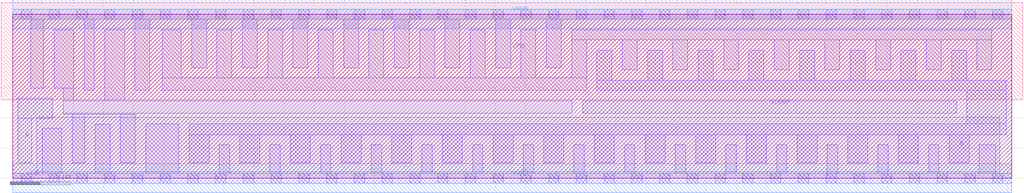
<source format=lef>
# Copyright 2020 The SkyWater PDK Authors
#
# Licensed under the Apache License, Version 2.0 (the "License");
# you may not use this file except in compliance with the License.
# You may obtain a copy of the License at
#
#     https://www.apache.org/licenses/LICENSE-2.0
#
# Unless required by applicable law or agreed to in writing, software
# distributed under the License is distributed on an "AS IS" BASIS,
# WITHOUT WARRANTIES OR CONDITIONS OF ANY KIND, either express or implied.
# See the License for the specific language governing permissions and
# limitations under the License.
#
# SPDX-License-Identifier: Apache-2.0

VERSION 5.7 ;

BUSBITCHARS "[]" ;
DIVIDERCHAR "/" ;

UNITS
  TIME NANOSECONDS 1 ;
  CAPACITANCE PICOFARADS 1 ;
  RESISTANCE OHMS 1 ;
  DATABASE MICRONS 1000 ;
END UNITS

MANUFACTURINGGRID 0.005 ;
USEMINSPACING OBS OFF ;

PROPERTYDEFINITIONS
  LAYER LEF58_TYPE STRING ;
END PROPERTYDEFINITIONS

# High density, single height
SITE unithd
  SYMMETRY Y ;
  CLASS CORE ;
  SIZE 0.46 BY 2.72 ;
END unithd

# High density, double height
SITE unithddbl
  SYMMETRY Y ;
  CLASS CORE ;
  SIZE 0.46 BY 5.44 ;
END unithddbl

LAYER nwell
  TYPE MASTERSLICE ;
  PROPERTY LEF58_TYPE "TYPE NWELL ;" ;
END nwell

LAYER pwell
  TYPE MASTERSLICE ;
  PROPERTY LEF58_TYPE "TYPE PWELL ;" ;
END pwell

LAYER li1
  TYPE ROUTING ;
  DIRECTION VERTICAL ;

  PITCH 0.46 0.34 ;
  OFFSET 0.23 0.17 ;

  WIDTH 0.17 ;          # LI 1
  # SPACING  0.17 ;     # LI 2
  SPACINGTABLE
     PARALLELRUNLENGTH 0
     WIDTH 0 0.17 ;
  AREA 0.0561 ;         # LI 6
  THICKNESS 0.1 ;
  EDGECAPACITANCE 40.697E-6 ;
  CAPACITANCE CPERSQDIST 36.9866E-6 ;
  RESISTANCE RPERSQ 12.8 ;

  ANTENNAMODEL OXIDE1 ;
  ANTENNADIFFSIDEAREARATIO PWL ( ( 0 75 ) ( 0.0125 75 ) ( 0.0225 85.125 ) ( 22.5 10200 ) ) ;
END li1

LAYER mcon
  TYPE CUT ;

  WIDTH 0.17 ;                # Mcon 1
  SPACING 0.19 ;              # Mcon 2
  ENCLOSURE BELOW 0 0 ;       # Mcon 4
  ENCLOSURE ABOVE 0.03 0.06 ; # Met1 4 / Met1 5
  RESISTANCE 9.30 ;

  ANTENNADIFFAREARATIO PWL ( ( 0 3 ) ( 0.0125 3 ) ( 0.0225 3.405 ) ( 22.5 408 ) ) ;
  DCCURRENTDENSITY AVERAGE 0.36 ; # mA per via Iavg_max at Tj = 90oC

END mcon

LAYER met1
  TYPE ROUTING ;
  DIRECTION HORIZONTAL ;

  PITCH 0.34 ;
  OFFSET 0.17 ;

  WIDTH 0.14 ;                     # Met1 1
  # SPACING 0.14 ;                 # Met1 2
  # SPACING 0.28 RANGE 3.001 100 ; # Met1 3b
  SPACINGTABLE
     PARALLELRUNLENGTH 0
     WIDTH 0 0.14
     WIDTH 3 0.28 ;
  AREA 0.083 ;                     # Met1 6
  THICKNESS 0.35 ;
  MINENCLOSEDAREA 0.14 ;

  ANTENNAMODEL OXIDE1 ;
  ANTENNADIFFSIDEAREARATIO PWL ( ( 0 400 ) ( 0.0125 400 ) ( 0.0225 2609 ) ( 22.5 11600 ) ) ;

  EDGECAPACITANCE 40.567E-6 ;
  CAPACITANCE CPERSQDIST 25.7784E-6 ;
  DCCURRENTDENSITY AVERAGE 2.8 ; # mA/um Iavg_max at Tj = 90oC
  ACCURRENTDENSITY RMS 6.1 ; # mA/um Irms_max at Tj = 90oC
  MAXIMUMDENSITY 70 ;
  DENSITYCHECKWINDOW 700 700 ;
  DENSITYCHECKSTEP 70 ;

  RESISTANCE RPERSQ 0.125 ;
END met1

LAYER via
  TYPE CUT ;
  WIDTH 0.15 ;                  # Via 1a
  SPACING 0.17 ;                # Via 2
  ENCLOSURE BELOW 0.055 0.085 ; # Via 4a / Via 5a
  ENCLOSURE ABOVE 0.055 0.085 ; # Met2 4 / Met2 5
  RESISTANCE 4.50 ;

  ANTENNADIFFAREARATIO PWL ( ( 0 6 ) ( 0.0125 6 ) ( 0.0225 6.81 ) ( 22.5 816 ) ) ;
  DCCURRENTDENSITY AVERAGE 0.29 ; # mA per via Iavg_max at Tj = 90oC
END via

LAYER met2
  TYPE ROUTING ;
  DIRECTION VERTICAL ;

  PITCH 0.46 ;
  OFFSET 0.23 ;

  WIDTH 0.14 ;                        # Met2 1
  # SPACING  0.14 ;                   # Met2 2
  # SPACING  0.28 RANGE 3.001 100 ;   # Met2 3b
  SPACINGTABLE
     PARALLELRUNLENGTH 0
     WIDTH 0 0.14
     WIDTH 3 0.28 ;
  AREA 0.0676 ;                       # Met2 6
  THICKNESS 0.35 ;
  MINENCLOSEDAREA 0.14 ;

  EDGECAPACITANCE 37.759E-6 ;
  CAPACITANCE CPERSQDIST 16.9423E-6 ;
  RESISTANCE RPERSQ 0.125 ;
  DCCURRENTDENSITY AVERAGE 2.8 ; # mA/um Iavg_max at Tj = 90oC
  ACCURRENTDENSITY RMS 6.1 ; # mA/um Irms_max at Tj = 90oC

  ANTENNAMODEL OXIDE1 ;
  ANTENNADIFFSIDEAREARATIO PWL ( ( 0 400 ) ( 0.0125 400 ) ( 0.0225 2609 ) ( 22.5 11600 ) ) ;

  MAXIMUMDENSITY 70 ;
  DENSITYCHECKWINDOW 700 700 ;
  DENSITYCHECKSTEP 70 ;
END met2

# ******** Layer via2, type routing, number 44 **************
LAYER via2
  TYPE CUT ;
  WIDTH 0.2 ;                   # Via2 1
  SPACING 0.2 ;                 # Via2 2
  ENCLOSURE BELOW 0.04 0.085 ;  # Via2 4
  ENCLOSURE ABOVE 0.065 0.065 ; # Met3 4
  RESISTANCE 3.41 ;
  ANTENNADIFFAREARATIO PWL ( ( 0 6 ) ( 0.0125 6 ) ( 0.0225 6.81 ) ( 22.5 816 ) ) ;
  DCCURRENTDENSITY AVERAGE 0.48 ; # mA per via Iavg_max at Tj = 90oC
END via2

LAYER met3
  TYPE ROUTING ;
  DIRECTION HORIZONTAL ;

  PITCH 0.68 ;
  OFFSET 0.34 ;

  WIDTH 0.3 ;              # Met3 1
  # SPACING 0.3 ;          # Met3 2
  SPACINGTABLE
     PARALLELRUNLENGTH 0
     WIDTH 0 0.3
     WIDTH 3 0.4 ;
  AREA 0.24 ;              # Met3 6
  THICKNESS 0.8 ;

  EDGECAPACITANCE 40.989E-6 ;
  CAPACITANCE CPERSQDIST 12.3729E-6 ;
  RESISTANCE RPERSQ 0.047 ;
  DCCURRENTDENSITY AVERAGE 6.8 ; # mA/um Iavg_max at Tj = 90oC
  ACCURRENTDENSITY RMS 14.9 ; # mA/um Irms_max at Tj = 90oC

  ANTENNAMODEL OXIDE1 ;
  ANTENNADIFFSIDEAREARATIO PWL ( ( 0 400 ) ( 0.0125 400 ) ( 0.0225 2609 ) ( 22.5 11600 ) ) ;

  MAXIMUMDENSITY 70 ;
  DENSITYCHECKWINDOW 700 700 ;
  DENSITYCHECKSTEP 70 ;
END met3

LAYER via3
  TYPE CUT ;
  WIDTH 0.2 ;                   # Via3 1
  SPACING 0.2 ;                 # Via3 2
  ENCLOSURE BELOW 0.06 0.09 ;   # Via3 4 / Via3 5
  ENCLOSURE ABOVE 0.065 0.065 ; # Met4 3
  RESISTANCE 3.41 ;
  ANTENNADIFFAREARATIO PWL ( ( 0 6 ) ( 0.0125 6 ) ( 0.0225 6.81 ) ( 22.5 816 ) ) ;
  DCCURRENTDENSITY AVERAGE 0.48 ; # mA per via Iavg_max at Tj = 90oC
END via3

LAYER met4
  TYPE ROUTING ;
  DIRECTION VERTICAL ;

  PITCH 0.92 ;
  OFFSET 0.46 ;

  WIDTH 0.3 ;             # Met4 1
  # SPACING  0.3 ;             # Met4 2
  SPACINGTABLE
     PARALLELRUNLENGTH 0
     WIDTH 0 0.3
     WIDTH 3 0.4 ;
  AREA 0.24 ;            # Met4 4a

  THICKNESS 0.8 ;

  EDGECAPACITANCE 36.676E-6 ;
  CAPACITANCE CPERSQDIST 8.41537E-6 ;
  RESISTANCE RPERSQ 0.047 ;
  DCCURRENTDENSITY AVERAGE 6.8 ; # mA/um Iavg_max at Tj = 90oC
  ACCURRENTDENSITY RMS 14.9 ; # mA/um Irms_max at Tj = 90oC

  ANTENNAMODEL OXIDE1 ;
  ANTENNADIFFSIDEAREARATIO PWL ( ( 0 400 ) ( 0.0125 400 ) ( 0.0225 2609 ) ( 22.5 11600 ) ) ;

  MAXIMUMDENSITY 70 ;
  DENSITYCHECKWINDOW 700 700 ;
  DENSITYCHECKSTEP 70 ;
END met4

LAYER via4
  TYPE CUT ;

  WIDTH 0.8 ;                 # Via4 1
  SPACING 0.8 ;               # Via4 2
  ENCLOSURE BELOW 0.19 0.19 ; # Via4 4
  ENCLOSURE ABOVE 0.31 0.31 ; # Met5 3
  RESISTANCE 0.38 ;
  ANTENNADIFFAREARATIO PWL ( ( 0 6 ) ( 0.0125 6 ) ( 0.0225 6.81 ) ( 22.5 816 ) ) ;
  DCCURRENTDENSITY AVERAGE 2.49 ; # mA per via Iavg_max at Tj = 90oC
END via4

LAYER met5
  TYPE ROUTING ;
  DIRECTION HORIZONTAL ;

  PITCH 3.4 ;
  OFFSET 1.7 ;

  WIDTH 1.6 ;            # Met5 1
  #SPACING  1.6 ;        # Met5 2
  SPACINGTABLE
     PARALLELRUNLENGTH 0
     WIDTH 0 1.6 ;
  AREA 4 ;               # Met5 4

  THICKNESS 1.2 ;

  EDGECAPACITANCE 38.851E-6 ;
  CAPACITANCE CPERSQDIST 6.32063E-6 ;
  RESISTANCE RPERSQ 0.0285 ;
  DCCURRENTDENSITY AVERAGE 10.17 ; # mA/um Iavg_max at Tj = 90oC
  ACCURRENTDENSITY RMS 22.34 ; # mA/um Irms_max at Tj = 90oC

  ANTENNAMODEL OXIDE1 ;
  ANTENNADIFFSIDEAREARATIO PWL ( ( 0 400 ) ( 0.0125 400 ) ( 0.0225 2609 ) ( 22.5 11600 ) ) ;
END met5


### Routing via cells section   ###
# Plus via rule, metals are along the prefered direction
VIA L1M1_PR DEFAULT
  LAYER mcon ;
  RECT -0.085 -0.085 0.085 0.085 ;
  LAYER li1 ;
  RECT -0.085 -0.085 0.085 0.085 ;
  LAYER met1 ;
  RECT -0.145 -0.115 0.145 0.115 ;
END L1M1_PR

VIARULE L1M1_PR GENERATE
  LAYER li1 ;
  ENCLOSURE 0 0 ;
  LAYER met1 ;
  ENCLOSURE 0.06 0.03 ;
  LAYER mcon ;
  RECT -0.085 -0.085 0.085 0.085 ;
  SPACING 0.36 BY 0.36 ;
END L1M1_PR

# Plus via rule, metals are along the non prefered direction
VIA L1M1_PR_R DEFAULT
  LAYER mcon ;
  RECT -0.085 -0.085 0.085 0.085 ;
  LAYER li1 ;
  RECT -0.085 -0.085 0.085 0.085 ;
  LAYER met1 ;
  RECT -0.115 -0.145 0.115 0.145 ;
END L1M1_PR_R

VIARULE L1M1_PR_R GENERATE
  LAYER li1 ;
  ENCLOSURE 0 0 ;
  LAYER met1 ;
  ENCLOSURE 0.03 0.06 ;
  LAYER mcon ;
  RECT -0.085 -0.085 0.085 0.085 ;
  SPACING 0.36 BY 0.36 ;
END L1M1_PR_R

# Minus via rule, lower layer metal is along prefered direction
VIA L1M1_PR_M DEFAULT
  LAYER mcon ;
  RECT -0.085 -0.085 0.085 0.085 ;
  LAYER li1 ;
  RECT -0.085 -0.085 0.085 0.085 ;
  LAYER met1 ;
  RECT -0.115 -0.145 0.115 0.145 ;
END L1M1_PR_M

VIARULE L1M1_PR_M GENERATE
  LAYER li1 ;
  ENCLOSURE 0 0 ;
  LAYER met1 ;
  ENCLOSURE 0.03 0.06 ;
  LAYER mcon ;
  RECT -0.085 -0.085 0.085 0.085 ;
  SPACING 0.36 BY 0.36 ;
END L1M1_PR_M

# Minus via rule, upper layer metal is along prefered direction
VIA L1M1_PR_MR DEFAULT
  LAYER mcon ;
  RECT -0.085 -0.085 0.085 0.085 ;
  LAYER li1 ;
  RECT -0.085 -0.085 0.085 0.085 ;
  LAYER met1 ;
  RECT -0.145 -0.115 0.145 0.115 ;
END L1M1_PR_MR

VIARULE L1M1_PR_MR GENERATE
  LAYER li1 ;
  ENCLOSURE 0 0 ;
  LAYER met1 ;
  ENCLOSURE 0.06 0.03 ;
  LAYER mcon ;
  RECT -0.085 -0.085 0.085 0.085 ;
  SPACING 0.36 BY 0.36 ;
END L1M1_PR_MR

# Centered via rule, we really do not want to use it
VIA L1M1_PR_C DEFAULT
  LAYER mcon ;
  RECT -0.085 -0.085 0.085 0.085 ;
  LAYER li1 ;
  RECT -0.085 -0.085 0.085 0.085 ;
  LAYER met1 ;
  RECT -0.145 -0.145 0.145 0.145 ;
END L1M1_PR_C

VIARULE L1M1_PR_C GENERATE
  LAYER li1 ;
  ENCLOSURE 0 0 ;
  LAYER met1 ;
  ENCLOSURE 0.06 0.06 ;
  LAYER mcon ;
  RECT -0.085 -0.085 0.085 0.085 ;
  SPACING 0.36 BY 0.36 ;
END L1M1_PR_C

# Plus via rule, metals are along the prefered direction
VIA M1M2_PR DEFAULT
  LAYER via ;
  RECT -0.075 -0.075 0.075 0.075 ;
  LAYER met1 ;
  RECT -0.16 -0.13 0.16 0.13 ;
  LAYER met2 ;
  RECT -0.13 -0.16 0.13 0.16 ;
END M1M2_PR

VIARULE M1M2_PR GENERATE
  LAYER met1 ;
  ENCLOSURE 0.085 0.055 ;
  LAYER met2 ;
  ENCLOSURE 0.055 0.085 ;
  LAYER via ;
  RECT -0.075 -0.075 0.075 0.075 ;
  SPACING 0.32 BY 0.32 ;
END M1M2_PR

# Plus via rule, metals are along the non prefered direction
VIA M1M2_PR_R DEFAULT
  LAYER via ;
  RECT -0.075 -0.075 0.075 0.075 ;
  LAYER met1 ;
  RECT -0.13 -0.16 0.13 0.16 ;
  LAYER met2 ;
  RECT -0.16 -0.13 0.16 0.13 ;
END M1M2_PR_R

VIARULE M1M2_PR_R GENERATE
  LAYER met1 ;
  ENCLOSURE 0.055 0.085 ;
  LAYER met2 ;
  ENCLOSURE 0.085 0.055 ;
  LAYER via ;
  RECT -0.075 -0.075 0.075 0.075 ;
  SPACING 0.32 BY 0.32 ;
END M1M2_PR_R

# Minus via rule, lower layer metal is along prefered direction
VIA M1M2_PR_M DEFAULT
  LAYER via ;
  RECT -0.075 -0.075 0.075 0.075 ;
  LAYER met1 ;
  RECT -0.16 -0.13 0.16 0.13 ;
  LAYER met2 ;
  RECT -0.16 -0.13 0.16 0.13 ;
END M1M2_PR_M

VIARULE M1M2_PR_M GENERATE
  LAYER met1 ;
  ENCLOSURE 0.085 0.055 ;
  LAYER met2 ;
  ENCLOSURE 0.085 0.055 ;
  LAYER via ;
  RECT -0.075 -0.075 0.075 0.075 ;
  SPACING 0.32 BY 0.32 ;
END M1M2_PR_M

# Minus via rule, upper layer metal is along prefered direction
VIA M1M2_PR_MR DEFAULT
  LAYER via ;
  RECT -0.075 -0.075 0.075 0.075 ;
  LAYER met1 ;
  RECT -0.13 -0.16 0.13 0.16 ;
  LAYER met2 ;
  RECT -0.13 -0.16 0.13 0.16 ;
END M1M2_PR_MR

VIARULE M1M2_PR_MR GENERATE
  LAYER met1 ;
  ENCLOSURE 0.055 0.085 ;
  LAYER met2 ;
  ENCLOSURE 0.055 0.085 ;
  LAYER via ;
  RECT -0.075 -0.075 0.075 0.075 ;
  SPACING 0.32 BY 0.32 ;
END M1M2_PR_MR

# Centered via rule, we really do not want to use it
VIA M1M2_PR_C DEFAULT
  LAYER via ;
  RECT -0.075 -0.075 0.075 0.075 ;
  LAYER met1 ;
  RECT -0.16 -0.16 0.16 0.16 ;
  LAYER met2 ;
  RECT -0.16 -0.16 0.16 0.16 ;
END M1M2_PR_C

VIARULE M1M2_PR_C GENERATE
  LAYER met1 ;
  ENCLOSURE 0.085 0.085 ;
  LAYER met2 ;
  ENCLOSURE 0.085 0.085 ;
  LAYER via ;
  RECT -0.075 -0.075 0.075 0.075 ;
  SPACING 0.32 BY 0.32 ;
END M1M2_PR_C

# Plus via rule, metals are along the prefered direction
VIA M2M3_PR DEFAULT
  LAYER via2 ;
  RECT -0.1 -0.1 0.1 0.1 ;
  LAYER met2 ;
  RECT -0.14 -0.185 0.14 0.185 ;
  LAYER met3 ;
  RECT -0.165 -0.165 0.165 0.165 ;
END M2M3_PR

VIARULE M2M3_PR GENERATE
  LAYER met2 ;
  ENCLOSURE 0.04 0.085 ;
  LAYER met3 ;
  ENCLOSURE 0.065 0.065 ;
  LAYER via2 ;
  RECT -0.1 -0.1 0.1 0.1 ;
  SPACING 0.4 BY 0.4 ;
END M2M3_PR

# Plus via rule, metals are along the non prefered direction
VIA M2M3_PR_R DEFAULT
  LAYER via2 ;
  RECT -0.1 -0.1 0.1 0.1 ;
  LAYER met2 ;
  RECT -0.185 -0.14 0.185 0.14 ;
  LAYER met3 ;
  RECT -0.165 -0.165 0.165 0.165 ;
END M2M3_PR_R

VIARULE M2M3_PR_R GENERATE
  LAYER met2 ;
  ENCLOSURE 0.085 0.04 ;
  LAYER met3 ;
  ENCLOSURE 0.065 0.065 ;
  LAYER via2 ;
  RECT -0.1 -0.1 0.1 0.1 ;
  SPACING 0.4 BY 0.4 ;
END M2M3_PR_R

# Minus via rule, lower layer metal is along prefered direction
VIA M2M3_PR_M DEFAULT
  LAYER via2 ;
  RECT -0.1 -0.1 0.1 0.1 ;
  LAYER met2 ;
  RECT -0.14 -0.185 0.14 0.185 ;
  LAYER met3 ;
  RECT -0.165 -0.165 0.165 0.165 ;
END M2M3_PR_M

VIARULE M2M3_PR_M GENERATE
  LAYER met2 ;
  ENCLOSURE 0.04 0.085 ;
  LAYER met3 ;
  ENCLOSURE 0.065 0.065 ;
  LAYER via2 ;
  RECT -0.1 -0.1 0.1 0.1 ;
  SPACING 0.4 BY 0.4 ;
END M2M3_PR_M

# Minus via rule, upper layer metal is along prefered direction
VIA M2M3_PR_MR DEFAULT
  LAYER via2 ;
  RECT -0.1 -0.1 0.1 0.1 ;
  LAYER met2 ;
  RECT -0.185 -0.14 0.185 0.14 ;
  LAYER met3 ;
  RECT -0.165 -0.165 0.165 0.165 ;
END M2M3_PR_MR

VIARULE M2M3_PR_MR GENERATE
  LAYER met2 ;
  ENCLOSURE 0.085 0.04 ;
  LAYER met3 ;
  ENCLOSURE 0.065 0.065 ;
  LAYER via2 ;
  RECT -0.1 -0.1 0.1 0.1 ;
  SPACING 0.4 BY 0.4 ;
END M2M3_PR_MR

# Centered via rule, we really do not want to use it
VIA M2M3_PR_C DEFAULT
  LAYER via2 ;
  RECT -0.1 -0.1 0.1 0.1 ;
  LAYER met2 ;
  RECT -0.185 -0.185 0.185 0.185 ;
  LAYER met3 ;
  RECT -0.165 -0.165 0.165 0.165 ;
END M2M3_PR_C

VIARULE M2M3_PR_C GENERATE
  LAYER met2 ;
  ENCLOSURE 0.085 0.085 ;
  LAYER met3 ;
  ENCLOSURE 0.065 0.065 ;
  LAYER via2 ;
  RECT -0.1 -0.1 0.1 0.1 ;
  SPACING 0.4 BY 0.4 ;
END M2M3_PR_C

# Plus via rule, metals are along the prefered direction
VIA M3M4_PR DEFAULT
  LAYER via3 ;
  RECT -0.1 -0.1 0.1 0.1 ;
  LAYER met3 ;
  RECT -0.19 -0.16 0.19 0.16 ;
  LAYER met4 ;
  RECT -0.165 -0.165 0.165 0.165 ;
END M3M4_PR

VIARULE M3M4_PR GENERATE
  LAYER met3 ;
  ENCLOSURE 0.09 0.06 ;
  LAYER met4 ;
  ENCLOSURE 0.065 0.065 ;
  LAYER via3 ;
  RECT -0.1 -0.1 0.1 0.1 ;
  SPACING 0.4 BY 0.4 ;
END M3M4_PR

# Plus via rule, metals are along the non prefered direction
VIA M3M4_PR_R DEFAULT
  LAYER via3 ;
  RECT -0.1 -0.1 0.1 0.1 ;
  LAYER met3 ;
  RECT -0.16 -0.19 0.16 0.19 ;
  LAYER met4 ;
  RECT -0.165 -0.165 0.165 0.165 ;
END M3M4_PR_R

VIARULE M3M4_PR_R GENERATE
  LAYER met3 ;
  ENCLOSURE 0.06 0.09 ;
  LAYER met4 ;
  ENCLOSURE 0.065 0.065 ;
  LAYER via3 ;
  RECT -0.1 -0.1 0.1 0.1 ;
  SPACING 0.4 BY 0.4 ;
END M3M4_PR_R

# Minus via rule, lower layer metal is along prefered direction
VIA M3M4_PR_M DEFAULT
  LAYER via3 ;
  RECT -0.1 -0.1 0.1 0.1 ;
  LAYER met3 ;
  RECT -0.19 -0.16 0.19 0.16 ;
  LAYER met4 ;
  RECT -0.165 -0.165 0.165 0.165 ;
END M3M4_PR_M

VIARULE M3M4_PR_M GENERATE
  LAYER met3 ;
  ENCLOSURE 0.09 0.06 ;
  LAYER met4 ;
  ENCLOSURE 0.065 0.065 ;
  LAYER via3 ;
  RECT -0.1 -0.1 0.1 0.1 ;
  SPACING 0.4 BY 0.4 ;
END M3M4_PR_M

# Minus via rule, upper layer metal is along prefered direction
VIA M3M4_PR_MR DEFAULT
  LAYER via3 ;
  RECT -0.1 -0.1 0.1 0.1 ;
  LAYER met3 ;
  RECT -0.16 -0.19 0.16 0.19 ;
  LAYER met4 ;
  RECT -0.165 -0.165 0.165 0.165 ;
END M3M4_PR_MR

VIARULE M3M4_PR_MR GENERATE
  LAYER met3 ;
  ENCLOSURE 0.06 0.09 ;
  LAYER met4 ;
  ENCLOSURE 0.065 0.065 ;
  LAYER via3 ;
  RECT -0.1 -0.1 0.1 0.1 ;
  SPACING 0.4 BY 0.4 ;
END M3M4_PR_MR

# Centered via rule, we really do not want to use it
VIA M3M4_PR_C DEFAULT
  LAYER via3 ;
  RECT -0.1 -0.1 0.1 0.1 ;
  LAYER met3 ;
  RECT -0.19 -0.19 0.19 0.19 ;
  LAYER met4 ;
  RECT -0.165 -0.165 0.165 0.165 ;
END M3M4_PR_C

VIARULE M3M4_PR_C GENERATE
  LAYER met3 ;
  ENCLOSURE 0.09 0.09 ;
  LAYER met4 ;
  ENCLOSURE 0.065 0.065 ;
  LAYER via3 ;
  RECT -0.1 -0.1 0.1 0.1 ;
  SPACING 0.4 BY 0.4 ;
END M3M4_PR_C

# Plus via rule, metals are along the prefered direction
VIA M4M5_PR DEFAULT
  LAYER via4 ;
  RECT -0.4 -0.4 0.4 0.4 ;
  LAYER met4 ;
  RECT -0.59 -0.59 0.59 0.59 ;
  LAYER met5 ;
  RECT -0.71 -0.71 0.71 0.71 ;
END M4M5_PR

VIARULE M4M5_PR GENERATE
  LAYER met4 ;
  ENCLOSURE 0.19 0.19 ;
  LAYER met5 ;
  ENCLOSURE 0.31 0.31 ;
  LAYER via4 ;
  RECT -0.4 -0.4 0.4 0.4 ;
  SPACING 1.6 BY 1.6 ;
END M4M5_PR

# Plus via rule, metals are along the non prefered direction
VIA M4M5_PR_R DEFAULT
  LAYER via4 ;
  RECT -0.4 -0.4 0.4 0.4 ;
  LAYER met4 ;
  RECT -0.59 -0.59 0.59 0.59 ;
  LAYER met5 ;
  RECT -0.71 -0.71 0.71 0.71 ;
END M4M5_PR_R

VIARULE M4M5_PR_R GENERATE
  LAYER met4 ;
  ENCLOSURE 0.19 0.19 ;
  LAYER met5 ;
  ENCLOSURE 0.31 0.31 ;
  LAYER via4 ;
  RECT -0.4 -0.4 0.4 0.4 ;
  SPACING 1.6 BY 1.6 ;
END M4M5_PR_R

# Minus via rule, lower layer metal is along prefered direction
VIA M4M5_PR_M DEFAULT
  LAYER via4 ;
  RECT -0.4 -0.4 0.4 0.4 ;
  LAYER met4 ;
  RECT -0.59 -0.59 0.59 0.59 ;
  LAYER met5 ;
  RECT -0.71 -0.71 0.71 0.71 ;
END M4M5_PR_M

VIARULE M4M5_PR_M GENERATE
  LAYER met4 ;
  ENCLOSURE 0.19 0.19 ;
  LAYER met5 ;
  ENCLOSURE 0.31 0.31 ;
  LAYER via4 ;
  RECT -0.4 -0.4 0.4 0.4 ;
  SPACING 1.6 BY 1.6 ;
END M4M5_PR_M

# Minus via rule, upper layer metal is along prefered direction
VIA M4M5_PR_MR DEFAULT
  LAYER via4 ;
  RECT -0.4 -0.4 0.4 0.4 ;
  LAYER met4 ;
  RECT -0.59 -0.59 0.59 0.59 ;
  LAYER met5 ;
  RECT -0.71 -0.71 0.71 0.71 ;
END M4M5_PR_MR

VIARULE M4M5_PR_MR GENERATE
  LAYER met4 ;
  ENCLOSURE 0.19 0.19 ;
  LAYER met5 ;
  ENCLOSURE 0.31 0.31 ;
  LAYER via4 ;
  RECT -0.4 -0.4 0.4 0.4 ;
  SPACING 1.6 BY 1.6 ;
END M4M5_PR_MR

# Centered via rule, we really do not want to use it
VIA M4M5_PR_C DEFAULT
  LAYER via4 ;
  RECT -0.4 -0.4 0.4 0.4 ;
  LAYER met4 ;
  RECT -0.59 -0.59 0.59 0.59 ;
  LAYER met5 ;
  RECT -0.71 -0.71 0.71 0.71 ;
END M4M5_PR_C

VIARULE M4M5_PR_C GENERATE
  LAYER met4 ;
  ENCLOSURE 0.19 0.19 ;
  LAYER met5 ;
  ENCLOSURE 0.31 0.31 ;
  LAYER via4 ;
  RECT -0.4 -0.4 0.4 0.4 ;
  SPACING 1.6 BY 1.6 ;
END M4M5_PR_C
###  end of single via cells   ###


MACRO sky130_ef_sc_hd__decap_12
  CLASS CORE SPACER ;
  FOREIGN sky130_ef_sc_hd__decap_12 ;
  ORIGIN 0.000 0.000 ;
  SIZE 5.520 BY 2.720 ;
  PIN VGND
    DIRECTION INPUT ;
    USE GROUND ;
    PORT
      LAYER li1 ;
        RECT 1.670 0.630 2.010 1.460 ;
        RECT 0.085 0.085 5.430 0.630 ;
        RECT 0.000 -0.085 5.520 0.085 ;
      LAYER mcon ;
        RECT 0.605 -0.085 0.775 0.085 ;
        RECT 1.065 -0.085 1.235 0.085 ;
        RECT 1.525 -0.085 1.695 0.085 ;
        RECT 1.985 -0.085 2.155 0.085 ;
        RECT 2.445 -0.085 2.615 0.085 ;
        RECT 2.905 -0.085 3.075 0.085 ;
        RECT 3.365 -0.085 3.535 0.085 ;
        RECT 3.825 -0.085 3.995 0.085 ;
        RECT 4.285 -0.085 4.455 0.085 ;
        RECT 4.745 -0.085 4.915 0.085 ;
        RECT 5.205 -0.085 5.375 0.085 ;
      LAYER met1 ;
        RECT 0.000 -0.240 5.520 0.240 ;
    END
  END VGND
  PIN VNB
    DIRECTION INPUT ;
    USE GROUND ;
    PORT
      LAYER pwell ;
        RECT 0.080 -0.130 0.360 0.150 ;
    END
  END VNB
  PIN VPB
    DIRECTION INPUT ;
    USE POWER ;
    PORT
      LAYER nwell ;
        RECT -0.190 1.305 5.710 2.910 ;
    END
  END VPB
  PIN VPWR
    DIRECTION INPUT ;
    USE POWER ;
    PORT
      LAYER li1 ;
        RECT 0.000 2.635 5.520 2.805 ;
        RECT 0.085 2.200 5.430 2.635 ;
        RECT 3.490 0.950 3.840 2.200 ;
      LAYER mcon ;
        RECT 0.605 2.635 0.775 2.805 ;
        RECT 1.065 2.635 1.235 2.805 ;
        RECT 1.525 2.635 1.695 2.805 ;
        RECT 1.985 2.635 2.155 2.805 ;
        RECT 2.445 2.635 2.615 2.805 ;
        RECT 2.905 2.635 3.075 2.805 ;
        RECT 3.365 2.635 3.535 2.805 ;
        RECT 3.825 2.635 3.995 2.805 ;
        RECT 4.285 2.635 4.455 2.805 ;
        RECT 4.745 2.635 4.915 2.805 ;
        RECT 5.205 2.635 5.375 2.805 ;
      LAYER met1 ;
        RECT 0.000 2.480 5.520 2.960 ;
    END
  END VPWR
END sky130_ef_sc_hd__decap_12
MACRO sky130_ef_sc_hd__fakediode_2
  CLASS CORE SPACER ;
  FOREIGN sky130_ef_sc_hd__fakediode_2 ;
  ORIGIN  0.000000  0.000000 ;
  SIZE  0.920000 BY  2.720000 ;
  SYMMETRY X Y R90 ;
  SITE unithd ;
  PIN DIODE
    DIRECTION INPUT ;
    USE SIGNAL ;
    PORT
      LAYER li1 ;
        RECT 0.085000 0.255000 0.835000 2.465000 ;
    END
  END DIODE
  PIN VGND
    DIRECTION INOUT ;
    SHAPE ABUTMENT ;
    USE GROUND ;
    PORT
      LAYER met1 ;
        RECT 0.000000 -0.240000 0.920000 0.240000 ;
    END
  END VGND
  PIN VNB
    DIRECTION INOUT ;
    USE GROUND ;
    PORT
      LAYER pwell ;
        RECT 0.145000 -0.085000 0.315000 0.085000 ;
    END
  END VNB
  PIN VPB
    DIRECTION INOUT ;
    USE POWER ;
    PORT
      LAYER nwell ;
        RECT -0.190000 1.305000 1.110000 2.910000 ;
    END
  END VPB
  PIN VPWR
    DIRECTION INOUT ;
    SHAPE ABUTMENT ;
    USE POWER ;
    PORT
      LAYER met1 ;
        RECT 0.000000 2.480000 0.920000 2.960000 ;
    END
  END VPWR
  OBS
    LAYER li1 ;
      RECT 0.000000 -0.085000 0.920000 0.085000 ;
      RECT 0.000000  2.635000 0.920000 2.805000 ;
    LAYER mcon ;
      RECT 0.145000 -0.085000 0.315000 0.085000 ;
      RECT 0.145000  2.635000 0.315000 2.805000 ;
      RECT 0.605000 -0.085000 0.775000 0.085000 ;
      RECT 0.605000  2.635000 0.775000 2.805000 ;
  END
END sky130_ef_sc_hd__fakediode_2
MACRO sky130_ef_sc_hd__fill_8
  CLASS CORE SPACER ;
  SOURCE USER ;
  ORIGIN  0.000000  0.000000 ;
  SIZE  3.680000 BY  2.720000 ;
  SYMMETRY X Y R90 ;
  SITE unithd ;
  PIN VGND
    DIRECTION INOUT ;
    SHAPE ABUTMENT ;
    USE GROUND ;
    PORT
      LAYER li1 ;
        RECT 0.000000 -0.085000 3.680000 0.085000 ;
    END
    PORT
      LAYER met1 ;
        RECT 0.000000 -0.240000 3.680000 0.240000 ;
    END
  END VGND
  PIN VPWR
    DIRECTION INOUT ;
    SHAPE ABUTMENT ;
    USE POWER ;
    PORT
      LAYER li1 ;
        RECT 0.000000 2.635000 3.680000 2.805000 ;
    END
    PORT
      LAYER met1 ;
        RECT 0.000000 2.480000 3.680000 2.960000 ;
    END
  END VPWR
  OBS
  END
END sky130_ef_sc_hd__fill_8
MACRO sky130_ef_sc_hd__fill_12
  CLASS CORE SPACER ;
  FOREIGN sky130_ef_sc_hd__fill_12 ;
  ORIGIN 0.000 0.000 ;
  SIZE 5.520 BY 2.720 ;
  SYMMETRY X Y R90 ;
  SITE unithd ;
  OBS
      LAYER nwell ;
        RECT -0.190 1.305 5.710 2.910 ;
      LAYER pwell ;
        RECT 0.145 -0.085 0.315 0.085 ;
        RECT 2.935 -0.060 3.045 0.060 ;
        RECT 4.755 -0.050 4.915 0.060 ;
      LAYER li1 ;
        RECT 0.000 2.635 5.520 2.805 ;
        RECT 0.085 1.545 2.675 2.635 ;
        RECT 0.085 0.855 1.295 1.375 ;
        RECT 1.465 1.025 2.675 1.545 ;
        RECT 0.085 0.085 2.675 0.855 ;
        RECT 0.000 -0.085 5.520 0.085 ;
      LAYER mcon ;
        RECT 0.145 2.635 0.315 2.805 ;
        RECT 0.605 2.635 0.775 2.805 ;
        RECT 1.065 2.635 1.235 2.805 ;
        RECT 1.525 2.635 1.695 2.805 ;
        RECT 1.985 2.635 2.155 2.805 ;
        RECT 2.445 2.635 2.615 2.805 ;
        RECT 2.905 2.635 3.075 2.805 ;
        RECT 3.365 2.635 3.535 2.805 ;
        RECT 3.825 2.635 3.995 2.805 ;
        RECT 4.285 2.635 4.455 2.805 ;
        RECT 4.745 2.635 4.915 2.805 ;
        RECT 5.205 2.635 5.375 2.805 ;
        RECT 0.145 -0.085 0.315 0.085 ;
        RECT 0.605 -0.085 0.775 0.085 ;
        RECT 1.065 -0.085 1.235 0.085 ;
        RECT 1.525 -0.085 1.695 0.085 ;
        RECT 1.985 -0.085 2.155 0.085 ;
        RECT 2.445 -0.085 2.615 0.085 ;
        RECT 2.905 -0.085 3.075 0.085 ;
        RECT 3.365 -0.085 3.535 0.085 ;
        RECT 3.825 -0.085 3.995 0.085 ;
        RECT 4.285 -0.085 4.455 0.085 ;
        RECT 4.745 -0.085 4.915 0.085 ;
        RECT 5.205 -0.085 5.375 0.085 ;
      LAYER met1 ;
        RECT 0.000 2.480 5.520 2.960 ;
        RECT 0.000 -0.240 5.520 0.240 ;
  END
END sky130_ef_sc_hd__fill_12
MACRO sky130_fd_sc_hd__a2bb2o_1
  CLASS CORE ;
  FOREIGN sky130_fd_sc_hd__a2bb2o_1 ;
  ORIGIN 0.000 0.000 ;
  SIZE 3.680 BY 2.720 ;
  SYMMETRY X Y R90 ;
  SITE unithd ;
  PIN A1_N
    DIRECTION INPUT ;
    USE SIGNAL ;
    ANTENNAGATEAREA 0.126000 ;
    PORT
      LAYER li1 ;
        RECT 0.910 0.995 1.240 1.615 ;
    END
  END A1_N
  PIN A2_N
    DIRECTION INPUT ;
    USE SIGNAL ;
    ANTENNAGATEAREA 0.126000 ;
    PORT
      LAYER li1 ;
        RECT 1.410 0.995 1.700 1.375 ;
    END
  END A2_N
  PIN B1
    DIRECTION INPUT ;
    USE SIGNAL ;
    ANTENNAGATEAREA 0.126000 ;
    PORT
      LAYER li1 ;
        RECT 3.280 0.765 3.540 1.655 ;
    END
  END B1
  PIN B2
    DIRECTION INPUT ;
    USE SIGNAL ;
    ANTENNAGATEAREA 0.126000 ;
    PORT
      LAYER li1 ;
        RECT 2.600 1.355 3.080 1.655 ;
        RECT 2.820 0.765 3.080 1.355 ;
    END
  END B2
  PIN VGND
    DIRECTION INOUT ;
    USE GROUND ;
    SHAPE ABUTMENT ;
    PORT
      LAYER met1 ;
        RECT 0.000 -0.240 3.680 0.240 ;
    END
  END VGND
  PIN VNB
    DIRECTION INOUT ;
    USE GROUND ;
    PORT
      LAYER pwell ;
        RECT 0.005 0.785 0.925 1.015 ;
        RECT 0.005 0.105 3.590 0.785 ;
        RECT 0.150 -0.085 0.320 0.105 ;
    END
  END VNB
  PIN VPB
    DIRECTION INOUT ;
    USE POWER ;
    PORT
      LAYER nwell ;
        RECT -0.190 1.305 3.870 2.910 ;
    END
  END VPB
  PIN VPWR
    DIRECTION INOUT ;
    USE POWER ;
    SHAPE ABUTMENT ;
    PORT
      LAYER met1 ;
        RECT 0.000 2.480 3.680 2.960 ;
    END
  END VPWR
  PIN X
    DIRECTION OUTPUT ;
    USE SIGNAL ;
    ANTENNADIFFAREA 0.429000 ;
    PORT
      LAYER li1 ;
        RECT 0.085 1.525 0.345 2.465 ;
        RECT 0.085 0.810 0.260 1.525 ;
        RECT 0.085 0.255 0.345 0.810 ;
    END
  END X
  OBS
      LAYER li1 ;
        RECT 0.000 2.635 3.680 2.805 ;
        RECT 0.515 2.235 0.845 2.635 ;
        RECT 1.990 2.370 2.245 2.465 ;
        RECT 1.105 2.200 2.245 2.370 ;
        RECT 2.415 2.255 2.745 2.425 ;
        RECT 1.105 1.975 1.275 2.200 ;
        RECT 0.515 1.805 1.275 1.975 ;
        RECT 1.990 2.065 2.245 2.200 ;
        RECT 0.515 1.325 0.685 1.805 ;
        RECT 1.540 1.715 1.710 1.905 ;
        RECT 1.990 1.895 2.400 2.065 ;
        RECT 1.540 1.545 2.060 1.715 ;
        RECT 0.430 0.995 0.685 1.325 ;
        RECT 1.890 0.825 2.060 1.545 ;
        RECT 1.180 0.655 2.060 0.825 ;
        RECT 2.230 0.870 2.400 1.895 ;
        RECT 2.575 2.005 2.745 2.255 ;
        RECT 2.915 2.175 3.165 2.635 ;
        RECT 3.335 2.005 3.515 2.465 ;
        RECT 2.575 1.835 3.515 2.005 ;
        RECT 2.230 0.700 2.580 0.870 ;
        RECT 0.515 0.085 0.945 0.530 ;
        RECT 1.180 0.255 1.350 0.655 ;
        RECT 1.520 0.085 2.240 0.485 ;
        RECT 2.410 0.255 2.580 0.700 ;
        RECT 3.155 0.085 3.555 0.595 ;
        RECT 0.000 -0.085 3.680 0.085 ;
      LAYER mcon ;
        RECT 0.145 2.635 0.315 2.805 ;
        RECT 0.605 2.635 0.775 2.805 ;
        RECT 1.065 2.635 1.235 2.805 ;
        RECT 1.525 2.635 1.695 2.805 ;
        RECT 1.985 2.635 2.155 2.805 ;
        RECT 2.445 2.635 2.615 2.805 ;
        RECT 2.905 2.635 3.075 2.805 ;
        RECT 3.365 2.635 3.535 2.805 ;
        RECT 0.145 -0.085 0.315 0.085 ;
        RECT 0.605 -0.085 0.775 0.085 ;
        RECT 1.065 -0.085 1.235 0.085 ;
        RECT 1.525 -0.085 1.695 0.085 ;
        RECT 1.985 -0.085 2.155 0.085 ;
        RECT 2.445 -0.085 2.615 0.085 ;
        RECT 2.905 -0.085 3.075 0.085 ;
        RECT 3.365 -0.085 3.535 0.085 ;
  END
END sky130_fd_sc_hd__a2bb2o_1
MACRO sky130_fd_sc_hd__a2bb2o_2
  CLASS CORE ;
  FOREIGN sky130_fd_sc_hd__a2bb2o_2 ;
  ORIGIN 0.000 0.000 ;
  SIZE 4.140 BY 2.720 ;
  SYMMETRY X Y R90 ;
  SITE unithd ;
  PIN A1_N
    DIRECTION INPUT ;
    USE SIGNAL ;
    ANTENNAGATEAREA 0.159000 ;
    PORT
      LAYER li1 ;
        RECT 1.345 0.995 1.675 1.615 ;
    END
  END A1_N
  PIN A2_N
    DIRECTION INPUT ;
    USE SIGNAL ;
    ANTENNAGATEAREA 0.159000 ;
    PORT
      LAYER li1 ;
        RECT 1.845 0.995 2.135 1.375 ;
    END
  END A2_N
  PIN B1
    DIRECTION INPUT ;
    USE SIGNAL ;
    ANTENNAGATEAREA 0.159000 ;
    PORT
      LAYER li1 ;
        RECT 3.730 0.765 3.990 1.655 ;
    END
  END B1
  PIN B2
    DIRECTION INPUT ;
    USE SIGNAL ;
    ANTENNAGATEAREA 0.159000 ;
    PORT
      LAYER li1 ;
        RECT 3.050 1.355 3.530 1.655 ;
        RECT 3.270 0.765 3.530 1.355 ;
    END
  END B2
  PIN VGND
    DIRECTION INOUT ;
    USE GROUND ;
    SHAPE ABUTMENT ;
    PORT
      LAYER met1 ;
        RECT 0.000 -0.240 4.140 0.240 ;
    END
  END VGND
  PIN VNB
    DIRECTION INOUT ;
    USE GROUND ;
    PORT
      LAYER pwell ;
        RECT 0.015 0.785 1.360 1.015 ;
        RECT 0.015 0.105 4.040 0.785 ;
        RECT 0.125 -0.085 0.295 0.105 ;
    END
  END VNB
  PIN VPB
    DIRECTION INOUT ;
    USE POWER ;
    PORT
      LAYER nwell ;
        RECT -0.190 1.305 4.330 2.910 ;
    END
  END VPB
  PIN VPWR
    DIRECTION INOUT ;
    USE POWER ;
    SHAPE ABUTMENT ;
    PORT
      LAYER met1 ;
        RECT 0.000 2.480 4.140 2.960 ;
    END
  END VPWR
  PIN X
    DIRECTION OUTPUT ;
    USE SIGNAL ;
    ANTENNADIFFAREA 0.445500 ;
    PORT
      LAYER li1 ;
        RECT 0.525 1.525 0.780 2.465 ;
        RECT 0.525 0.810 0.695 1.525 ;
        RECT 0.525 0.255 0.780 0.810 ;
    END
  END X
  OBS
      LAYER li1 ;
        RECT 0.000 2.635 4.140 2.805 ;
        RECT 0.185 1.445 0.355 2.635 ;
        RECT 0.950 2.235 1.280 2.635 ;
        RECT 2.500 2.370 2.670 2.465 ;
        RECT 1.540 2.200 2.670 2.370 ;
        RECT 2.875 2.255 3.205 2.425 ;
        RECT 1.540 1.975 1.710 2.200 ;
        RECT 0.950 1.805 1.710 1.975 ;
        RECT 2.440 2.065 2.670 2.200 ;
        RECT 0.950 1.325 1.120 1.805 ;
        RECT 1.975 1.715 2.145 1.905 ;
        RECT 2.440 1.895 2.850 2.065 ;
        RECT 1.975 1.545 2.510 1.715 ;
        RECT 0.865 0.995 1.120 1.325 ;
        RECT 0.185 0.085 0.355 0.930 ;
        RECT 2.340 0.825 2.510 1.545 ;
        RECT 1.615 0.655 2.510 0.825 ;
        RECT 2.680 0.870 2.850 1.895 ;
        RECT 3.035 2.005 3.205 2.255 ;
        RECT 3.375 2.175 3.625 2.635 ;
        RECT 3.795 2.005 3.965 2.465 ;
        RECT 3.035 1.835 3.965 2.005 ;
        RECT 2.680 0.700 3.030 0.870 ;
        RECT 0.950 0.085 1.380 0.530 ;
        RECT 1.615 0.255 1.785 0.655 ;
        RECT 1.955 0.085 2.690 0.485 ;
        RECT 2.860 0.255 3.030 0.700 ;
        RECT 3.605 0.085 4.005 0.595 ;
        RECT 0.000 -0.085 4.140 0.085 ;
      LAYER mcon ;
        RECT 0.145 2.635 0.315 2.805 ;
        RECT 0.605 2.635 0.775 2.805 ;
        RECT 1.065 2.635 1.235 2.805 ;
        RECT 1.525 2.635 1.695 2.805 ;
        RECT 1.985 2.635 2.155 2.805 ;
        RECT 2.445 2.635 2.615 2.805 ;
        RECT 2.905 2.635 3.075 2.805 ;
        RECT 3.365 2.635 3.535 2.805 ;
        RECT 3.825 2.635 3.995 2.805 ;
        RECT 0.145 -0.085 0.315 0.085 ;
        RECT 0.605 -0.085 0.775 0.085 ;
        RECT 1.065 -0.085 1.235 0.085 ;
        RECT 1.525 -0.085 1.695 0.085 ;
        RECT 1.985 -0.085 2.155 0.085 ;
        RECT 2.445 -0.085 2.615 0.085 ;
        RECT 2.905 -0.085 3.075 0.085 ;
        RECT 3.365 -0.085 3.535 0.085 ;
        RECT 3.825 -0.085 3.995 0.085 ;
  END
END sky130_fd_sc_hd__a2bb2o_2
MACRO sky130_fd_sc_hd__a2bb2o_4
  CLASS CORE ;
  FOREIGN sky130_fd_sc_hd__a2bb2o_4 ;
  ORIGIN 0.000 0.000 ;
  SIZE 7.360 BY 2.720 ;
  SYMMETRY X Y R90 ;
  SITE unithd ;
  PIN A1_N
    DIRECTION INPUT ;
    USE SIGNAL ;
    ANTENNAGATEAREA 0.495000 ;
    PORT
      LAYER li1 ;
        RECT 3.475 1.445 4.965 1.615 ;
        RECT 3.475 1.325 3.645 1.445 ;
        RECT 3.315 1.075 3.645 1.325 ;
        RECT 4.605 1.075 4.965 1.445 ;
    END
  END A1_N
  PIN A2_N
    DIRECTION INPUT ;
    USE SIGNAL ;
    ANTENNAGATEAREA 0.495000 ;
    PORT
      LAYER li1 ;
        RECT 3.815 1.075 4.435 1.275 ;
    END
  END A2_N
  PIN B1
    DIRECTION INPUT ;
    USE SIGNAL ;
    ANTENNAGATEAREA 0.495000 ;
    PORT
      LAYER li1 ;
        RECT 0.085 1.445 1.685 1.615 ;
        RECT 0.085 1.075 0.575 1.445 ;
        RECT 1.515 1.245 1.685 1.445 ;
        RECT 1.515 1.075 1.895 1.245 ;
    END
  END B1
  PIN B2
    DIRECTION INPUT ;
    USE SIGNAL ;
    ANTENNAGATEAREA 0.495000 ;
    PORT
      LAYER li1 ;
        RECT 0.805 1.075 1.345 1.275 ;
    END
  END B2
  PIN VGND
    DIRECTION INOUT ;
    USE GROUND ;
    SHAPE ABUTMENT ;
    PORT
      LAYER met1 ;
        RECT 0.000 -0.240 7.360 0.240 ;
    END
  END VGND
  PIN VNB
    DIRECTION INOUT ;
    USE GROUND ;
    PORT
      LAYER pwell ;
        RECT 0.005 0.105 6.915 1.015 ;
        RECT 0.150 -0.085 0.320 0.105 ;
    END
  END VNB
  PIN VPB
    DIRECTION INOUT ;
    USE POWER ;
    PORT
      LAYER nwell ;
        RECT -0.190 1.305 7.550 2.910 ;
    END
  END VPB
  PIN VPWR
    DIRECTION INOUT ;
    USE POWER ;
    SHAPE ABUTMENT ;
    PORT
      LAYER met1 ;
        RECT 0.000 2.480 7.360 2.960 ;
    END
  END VPWR
  PIN X
    DIRECTION OUTPUT ;
    USE SIGNAL ;
    ANTENNADIFFAREA 0.891000 ;
    PORT
      LAYER li1 ;
        RECT 5.275 1.955 5.525 2.465 ;
        RECT 6.115 1.955 6.365 2.465 ;
        RECT 5.275 1.785 6.365 1.955 ;
        RECT 6.115 1.655 6.365 1.785 ;
        RECT 6.115 1.415 6.920 1.655 ;
        RECT 6.610 0.905 6.920 1.415 ;
        RECT 5.235 0.725 6.920 0.905 ;
        RECT 5.235 0.275 5.565 0.725 ;
        RECT 6.075 0.275 6.405 0.725 ;
    END
  END X
  OBS
      LAYER li1 ;
        RECT 0.000 2.635 7.360 2.805 ;
        RECT 0.135 1.955 0.385 2.465 ;
        RECT 0.555 2.125 0.805 2.635 ;
        RECT 0.975 1.955 1.225 2.465 ;
        RECT 1.395 2.125 1.645 2.635 ;
        RECT 1.815 2.295 2.905 2.465 ;
        RECT 1.815 1.955 2.065 2.295 ;
        RECT 2.655 2.135 2.905 2.295 ;
        RECT 3.175 2.135 3.425 2.635 ;
        RECT 3.595 2.295 4.685 2.465 ;
        RECT 3.595 2.135 3.845 2.295 ;
        RECT 0.135 1.785 2.065 1.955 ;
        RECT 1.855 1.455 2.065 1.785 ;
        RECT 2.235 1.965 2.485 2.125 ;
        RECT 4.015 1.965 4.265 2.125 ;
        RECT 2.235 1.415 2.620 1.965 ;
        RECT 3.135 1.785 4.265 1.965 ;
        RECT 4.435 1.785 4.685 2.295 ;
        RECT 4.855 1.795 5.105 2.635 ;
        RECT 5.695 2.165 5.945 2.635 ;
        RECT 6.535 1.825 6.785 2.635 ;
        RECT 3.135 1.665 3.305 1.785 ;
        RECT 2.955 1.495 3.305 1.665 ;
        RECT 2.235 0.905 2.445 1.415 ;
        RECT 2.955 1.245 3.145 1.495 ;
        RECT 2.615 1.075 3.145 1.245 ;
        RECT 5.135 1.245 5.460 1.615 ;
        RECT 5.135 1.075 6.440 1.245 ;
        RECT 2.955 0.905 3.145 1.075 ;
        RECT 0.175 0.085 0.345 0.895 ;
        RECT 0.515 0.475 0.765 0.905 ;
        RECT 0.935 0.735 2.525 0.905 ;
        RECT 0.935 0.645 1.270 0.735 ;
        RECT 0.515 0.255 1.685 0.475 ;
        RECT 1.855 0.085 2.025 0.555 ;
        RECT 2.195 0.255 2.525 0.735 ;
        RECT 2.955 0.725 4.725 0.905 ;
        RECT 2.695 0.085 3.385 0.555 ;
        RECT 3.555 0.255 3.885 0.725 ;
        RECT 4.055 0.085 4.225 0.555 ;
        RECT 4.395 0.255 4.725 0.725 ;
        RECT 4.895 0.085 5.065 0.895 ;
        RECT 5.735 0.085 5.905 0.555 ;
        RECT 6.575 0.085 6.745 0.555 ;
        RECT 0.000 -0.085 7.360 0.085 ;
      LAYER mcon ;
        RECT 0.145 2.635 0.315 2.805 ;
        RECT 0.605 2.635 0.775 2.805 ;
        RECT 1.065 2.635 1.235 2.805 ;
        RECT 1.525 2.635 1.695 2.805 ;
        RECT 1.985 2.635 2.155 2.805 ;
        RECT 2.445 2.635 2.615 2.805 ;
        RECT 2.905 2.635 3.075 2.805 ;
        RECT 3.365 2.635 3.535 2.805 ;
        RECT 3.825 2.635 3.995 2.805 ;
        RECT 4.285 2.635 4.455 2.805 ;
        RECT 4.745 2.635 4.915 2.805 ;
        RECT 5.205 2.635 5.375 2.805 ;
        RECT 5.665 2.635 5.835 2.805 ;
        RECT 6.125 2.635 6.295 2.805 ;
        RECT 6.585 2.635 6.755 2.805 ;
        RECT 7.045 2.635 7.215 2.805 ;
        RECT 2.450 1.445 2.620 1.615 ;
        RECT 5.230 1.445 5.400 1.615 ;
        RECT 0.145 -0.085 0.315 0.085 ;
        RECT 0.605 -0.085 0.775 0.085 ;
        RECT 1.065 -0.085 1.235 0.085 ;
        RECT 1.525 -0.085 1.695 0.085 ;
        RECT 1.985 -0.085 2.155 0.085 ;
        RECT 2.445 -0.085 2.615 0.085 ;
        RECT 2.905 -0.085 3.075 0.085 ;
        RECT 3.365 -0.085 3.535 0.085 ;
        RECT 3.825 -0.085 3.995 0.085 ;
        RECT 4.285 -0.085 4.455 0.085 ;
        RECT 4.745 -0.085 4.915 0.085 ;
        RECT 5.205 -0.085 5.375 0.085 ;
        RECT 5.665 -0.085 5.835 0.085 ;
        RECT 6.125 -0.085 6.295 0.085 ;
        RECT 6.585 -0.085 6.755 0.085 ;
        RECT 7.045 -0.085 7.215 0.085 ;
      LAYER met1 ;
        RECT 2.390 1.600 2.680 1.645 ;
        RECT 5.170 1.600 5.460 1.645 ;
        RECT 2.390 1.460 5.460 1.600 ;
        RECT 2.390 1.415 2.680 1.460 ;
        RECT 5.170 1.415 5.460 1.460 ;
  END
END sky130_fd_sc_hd__a2bb2o_4
MACRO sky130_fd_sc_hd__a2bb2oi_1
  CLASS CORE ;
  FOREIGN sky130_fd_sc_hd__a2bb2oi_1 ;
  ORIGIN 0.000 0.000 ;
  SIZE 3.220 BY 2.720 ;
  SYMMETRY X Y R90 ;
  SITE unithd ;
  PIN A1_N
    DIRECTION INPUT ;
    USE SIGNAL ;
    ANTENNAGATEAREA 0.247500 ;
    PORT
      LAYER li1 ;
        RECT 0.150 0.995 0.520 1.615 ;
    END
  END A1_N
  PIN A2_N
    DIRECTION INPUT ;
    USE SIGNAL ;
    ANTENNAGATEAREA 0.247500 ;
    PORT
      LAYER li1 ;
        RECT 0.725 1.010 1.240 1.275 ;
    END
  END A2_N
  PIN B1
    DIRECTION INPUT ;
    USE SIGNAL ;
    ANTENNAGATEAREA 0.247500 ;
    PORT
      LAYER li1 ;
        RECT 2.780 0.995 3.070 1.615 ;
    END
  END B1
  PIN B2
    DIRECTION INPUT ;
    USE SIGNAL ;
    ANTENNAGATEAREA 0.247500 ;
    PORT
      LAYER li1 ;
        RECT 2.245 0.995 2.610 1.615 ;
        RECT 2.440 0.425 2.610 0.995 ;
    END
  END B2
  PIN VGND
    DIRECTION INOUT ;
    USE GROUND ;
    SHAPE ABUTMENT ;
    PORT
      LAYER met1 ;
        RECT 0.000 -0.240 3.220 0.240 ;
    END
  END VGND
  PIN VNB
    DIRECTION INOUT ;
    USE GROUND ;
    PORT
      LAYER pwell ;
        RECT 0.005 0.105 3.215 1.015 ;
        RECT 0.145 -0.085 0.315 0.105 ;
    END
  END VNB
  PIN VPB
    DIRECTION INOUT ;
    USE POWER ;
    PORT
      LAYER nwell ;
        RECT -0.190 1.305 3.410 2.910 ;
    END
  END VPB
  PIN VPWR
    DIRECTION INOUT ;
    USE POWER ;
    SHAPE ABUTMENT ;
    PORT
      LAYER met1 ;
        RECT 0.000 2.480 3.220 2.960 ;
    END
  END VPWR
  PIN Y
    DIRECTION OUTPUT ;
    USE SIGNAL ;
    ANTENNADIFFAREA 0.515500 ;
    PORT
      LAYER li1 ;
        RECT 1.420 1.955 1.785 2.465 ;
        RECT 1.420 1.785 1.945 1.955 ;
        RECT 1.775 0.825 1.945 1.785 ;
        RECT 1.775 0.255 2.205 0.825 ;
    END
  END Y
  OBS
      LAYER li1 ;
        RECT 0.000 2.635 3.220 2.805 ;
        RECT 0.095 1.805 0.425 2.635 ;
        RECT 0.875 1.615 1.205 2.465 ;
        RECT 1.955 2.235 2.285 2.465 ;
        RECT 2.115 1.955 2.285 2.235 ;
        RECT 2.455 2.135 2.705 2.635 ;
        RECT 2.875 1.955 3.130 2.465 ;
        RECT 2.115 1.785 3.130 1.955 ;
        RECT 0.875 1.445 1.580 1.615 ;
        RECT 1.410 0.830 1.580 1.445 ;
        RECT 0.095 0.085 0.425 0.825 ;
        RECT 0.595 0.660 1.580 0.830 ;
        RECT 0.595 0.255 0.765 0.660 ;
        RECT 0.935 0.085 1.605 0.490 ;
        RECT 2.795 0.085 3.125 0.825 ;
        RECT 0.000 -0.085 3.220 0.085 ;
      LAYER mcon ;
        RECT 0.145 2.635 0.315 2.805 ;
        RECT 0.605 2.635 0.775 2.805 ;
        RECT 1.065 2.635 1.235 2.805 ;
        RECT 1.525 2.635 1.695 2.805 ;
        RECT 1.985 2.635 2.155 2.805 ;
        RECT 2.445 2.635 2.615 2.805 ;
        RECT 2.905 2.635 3.075 2.805 ;
        RECT 0.145 -0.085 0.315 0.085 ;
        RECT 0.605 -0.085 0.775 0.085 ;
        RECT 1.065 -0.085 1.235 0.085 ;
        RECT 1.525 -0.085 1.695 0.085 ;
        RECT 1.985 -0.085 2.155 0.085 ;
        RECT 2.445 -0.085 2.615 0.085 ;
        RECT 2.905 -0.085 3.075 0.085 ;
  END
END sky130_fd_sc_hd__a2bb2oi_1
MACRO sky130_fd_sc_hd__a2bb2oi_2
  CLASS CORE ;
  FOREIGN sky130_fd_sc_hd__a2bb2oi_2 ;
  ORIGIN 0.000 0.000 ;
  SIZE 5.520 BY 2.720 ;
  SYMMETRY X Y R90 ;
  SITE unithd ;
  PIN A1_N
    DIRECTION INPUT ;
    USE SIGNAL ;
    ANTENNAGATEAREA 0.495000 ;
    PORT
      LAYER li1 ;
        RECT 3.310 1.075 4.205 1.275 ;
    END
  END A1_N
  PIN A2_N
    DIRECTION INPUT ;
    USE SIGNAL ;
    ANTENNAGATEAREA 0.495000 ;
    PORT
      LAYER li1 ;
        RECT 4.455 1.075 5.435 1.275 ;
    END
  END A2_N
  PIN B1
    DIRECTION INPUT ;
    USE SIGNAL ;
    ANTENNAGATEAREA 0.495000 ;
    PORT
      LAYER li1 ;
        RECT 0.085 1.445 2.030 1.615 ;
        RECT 0.085 1.075 0.710 1.445 ;
        RECT 1.700 1.075 2.030 1.445 ;
    END
  END B1
  PIN B2
    DIRECTION INPUT ;
    USE SIGNAL ;
    ANTENNAGATEAREA 0.495000 ;
    PORT
      LAYER li1 ;
        RECT 0.940 1.075 1.480 1.275 ;
    END
  END B2
  PIN VGND
    DIRECTION INOUT ;
    USE GROUND ;
    SHAPE ABUTMENT ;
    PORT
      LAYER met1 ;
        RECT 0.000 -0.240 5.520 0.240 ;
    END
  END VGND
  PIN VNB
    DIRECTION INOUT ;
    USE GROUND ;
    PORT
      LAYER pwell ;
        RECT 0.140 0.105 5.390 1.015 ;
        RECT 0.145 -0.085 0.315 0.105 ;
    END
  END VNB
  PIN VPB
    DIRECTION INOUT ;
    USE POWER ;
    PORT
      LAYER nwell ;
        RECT -0.190 1.305 5.710 2.910 ;
    END
  END VPB
  PIN VPWR
    DIRECTION INOUT ;
    USE POWER ;
    SHAPE ABUTMENT ;
    PORT
      LAYER met1 ;
        RECT 0.000 2.480 5.520 2.960 ;
    END
  END VPWR
  PIN Y
    DIRECTION OUTPUT ;
    USE SIGNAL ;
    ANTENNADIFFAREA 0.621000 ;
    PORT
      LAYER li1 ;
        RECT 2.370 1.660 2.620 2.125 ;
        RECT 2.370 0.905 2.660 1.660 ;
        RECT 1.070 0.725 2.660 0.905 ;
        RECT 1.070 0.645 1.400 0.725 ;
        RECT 2.330 0.255 2.660 0.725 ;
    END
  END Y
  OBS
      LAYER li1 ;
        RECT 0.000 2.635 5.520 2.805 ;
        RECT 0.270 1.955 0.520 2.465 ;
        RECT 0.690 2.135 0.940 2.635 ;
        RECT 1.110 1.955 1.360 2.465 ;
        RECT 1.530 2.135 1.780 2.635 ;
        RECT 1.950 2.295 3.040 2.465 ;
        RECT 1.950 1.955 2.200 2.295 ;
        RECT 0.270 1.785 2.200 1.955 ;
        RECT 2.790 1.795 3.040 2.295 ;
        RECT 3.310 1.965 3.560 2.465 ;
        RECT 3.730 2.135 3.980 2.635 ;
        RECT 4.150 2.295 5.240 2.465 ;
        RECT 4.150 1.965 4.400 2.295 ;
        RECT 3.310 1.785 4.400 1.965 ;
        RECT 4.570 1.615 4.820 2.125 ;
        RECT 2.950 1.445 4.820 1.615 ;
        RECT 4.990 1.455 5.240 2.295 ;
        RECT 2.950 1.325 3.120 1.445 ;
        RECT 2.830 0.995 3.120 1.325 ;
        RECT 2.950 0.905 3.120 0.995 ;
        RECT 0.310 0.085 0.480 0.895 ;
        RECT 0.650 0.475 0.900 0.895 ;
        RECT 2.950 0.725 4.860 0.905 ;
        RECT 0.650 0.255 1.820 0.475 ;
        RECT 1.990 0.085 2.160 0.555 ;
        RECT 2.830 0.085 3.520 0.555 ;
        RECT 3.690 0.255 4.020 0.725 ;
        RECT 4.190 0.085 4.360 0.555 ;
        RECT 4.530 0.255 4.860 0.725 ;
        RECT 5.030 0.085 5.200 0.905 ;
        RECT 0.000 -0.085 5.520 0.085 ;
      LAYER mcon ;
        RECT 0.145 2.635 0.315 2.805 ;
        RECT 0.605 2.635 0.775 2.805 ;
        RECT 1.065 2.635 1.235 2.805 ;
        RECT 1.525 2.635 1.695 2.805 ;
        RECT 1.985 2.635 2.155 2.805 ;
        RECT 2.445 2.635 2.615 2.805 ;
        RECT 2.905 2.635 3.075 2.805 ;
        RECT 3.365 2.635 3.535 2.805 ;
        RECT 3.825 2.635 3.995 2.805 ;
        RECT 4.285 2.635 4.455 2.805 ;
        RECT 4.745 2.635 4.915 2.805 ;
        RECT 5.205 2.635 5.375 2.805 ;
        RECT 0.145 -0.085 0.315 0.085 ;
        RECT 0.605 -0.085 0.775 0.085 ;
        RECT 1.065 -0.085 1.235 0.085 ;
        RECT 1.525 -0.085 1.695 0.085 ;
        RECT 1.985 -0.085 2.155 0.085 ;
        RECT 2.445 -0.085 2.615 0.085 ;
        RECT 2.905 -0.085 3.075 0.085 ;
        RECT 3.365 -0.085 3.535 0.085 ;
        RECT 3.825 -0.085 3.995 0.085 ;
        RECT 4.285 -0.085 4.455 0.085 ;
        RECT 4.745 -0.085 4.915 0.085 ;
        RECT 5.205 -0.085 5.375 0.085 ;
  END
END sky130_fd_sc_hd__a2bb2oi_2
MACRO sky130_fd_sc_hd__a2bb2oi_4
  CLASS CORE ;
  FOREIGN sky130_fd_sc_hd__a2bb2oi_4 ;
  ORIGIN 0.000 0.000 ;
  SIZE 9.660 BY 2.720 ;
  SYMMETRY X Y R90 ;
  SITE unithd ;
  PIN A1_N
    DIRECTION INPUT ;
    USE SIGNAL ;
    ANTENNAGATEAREA 0.990000 ;
    PORT
      LAYER li1 ;
        RECT 5.945 1.075 7.320 1.275 ;
    END
  END A1_N
  PIN A2_N
    DIRECTION INPUT ;
    USE SIGNAL ;
    ANTENNAGATEAREA 0.990000 ;
    PORT
      LAYER li1 ;
        RECT 7.595 1.075 9.045 1.275 ;
    END
  END A2_N
  PIN B1
    DIRECTION INPUT ;
    USE SIGNAL ;
    ANTENNAGATEAREA 0.990000 ;
    PORT
      LAYER li1 ;
        RECT 1.385 1.445 3.575 1.615 ;
        RECT 1.385 1.285 1.555 1.445 ;
        RECT 0.100 1.075 1.555 1.285 ;
        RECT 3.245 1.075 3.575 1.445 ;
    END
  END B1
  PIN B2
    DIRECTION INPUT ;
    USE SIGNAL ;
    ANTENNAGATEAREA 0.990000 ;
    PORT
      LAYER li1 ;
        RECT 1.725 1.075 3.075 1.275 ;
    END
  END B2
  PIN VGND
    DIRECTION INOUT ;
    USE GROUND ;
    SHAPE ABUTMENT ;
    PORT
      LAYER met1 ;
        RECT 0.000 -0.240 9.660 0.240 ;
    END
  END VGND
  PIN VNB
    DIRECTION INOUT ;
    USE GROUND ;
    PORT
      LAYER pwell ;
        RECT 0.005 0.105 9.435 1.015 ;
        RECT 0.150 -0.085 0.320 0.105 ;
    END
  END VNB
  PIN VPB
    DIRECTION INOUT ;
    USE POWER ;
    PORT
      LAYER nwell ;
        RECT -0.190 1.305 9.850 2.910 ;
    END
  END VPB
  PIN VPWR
    DIRECTION INOUT ;
    USE POWER ;
    SHAPE ABUTMENT ;
    PORT
      LAYER met1 ;
        RECT 0.000 2.480 9.660 2.960 ;
    END
  END VPWR
  PIN Y
    DIRECTION OUTPUT ;
    USE SIGNAL ;
    ANTENNADIFFAREA 1.242000 ;
    PORT
      LAYER li1 ;
        RECT 3.915 1.615 4.165 2.125 ;
        RECT 4.745 1.615 4.965 2.125 ;
        RECT 3.745 1.415 4.965 1.615 ;
        RECT 3.745 0.905 3.915 1.415 ;
        RECT 1.775 0.725 5.045 0.905 ;
        RECT 1.775 0.645 2.995 0.725 ;
        RECT 3.875 0.275 4.205 0.725 ;
        RECT 4.715 0.275 5.045 0.725 ;
    END
  END Y
  OBS
      LAYER li1 ;
        RECT 0.000 2.635 9.660 2.805 ;
        RECT 0.085 1.625 0.425 2.465 ;
        RECT 0.595 1.795 0.805 2.635 ;
        RECT 0.975 1.965 1.215 2.465 ;
        RECT 1.395 2.135 1.645 2.635 ;
        RECT 1.815 1.965 2.065 2.465 ;
        RECT 2.235 2.135 2.485 2.635 ;
        RECT 2.655 1.965 2.905 2.465 ;
        RECT 3.075 2.135 3.325 2.635 ;
        RECT 3.495 2.295 5.465 2.465 ;
        RECT 3.495 1.965 3.745 2.295 ;
        RECT 0.975 1.795 3.745 1.965 ;
        RECT 4.335 1.795 4.575 2.295 ;
        RECT 0.975 1.625 1.215 1.795 ;
        RECT 0.085 1.455 1.215 1.625 ;
        RECT 5.135 1.455 5.465 2.295 ;
        RECT 5.655 1.625 5.985 2.465 ;
        RECT 6.155 1.795 6.365 2.635 ;
        RECT 6.540 1.625 6.780 2.465 ;
        RECT 6.955 1.795 7.205 2.635 ;
        RECT 7.375 2.295 9.310 2.465 ;
        RECT 7.375 1.625 7.625 2.295 ;
        RECT 5.655 1.455 7.625 1.625 ;
        RECT 7.795 1.625 8.045 2.125 ;
        RECT 8.215 1.795 8.465 2.295 ;
        RECT 8.635 1.625 8.885 2.125 ;
        RECT 9.060 1.795 9.310 2.295 ;
        RECT 7.795 1.455 9.575 1.625 ;
        RECT 4.085 1.075 5.725 1.245 ;
        RECT 5.555 0.905 5.725 1.075 ;
        RECT 9.215 0.905 9.575 1.455 ;
        RECT 0.175 0.085 0.345 0.895 ;
        RECT 0.515 0.725 1.605 0.905 ;
        RECT 5.555 0.735 9.575 0.905 ;
        RECT 0.515 0.255 0.845 0.725 ;
        RECT 1.015 0.085 1.185 0.555 ;
        RECT 1.355 0.475 1.605 0.725 ;
        RECT 6.075 0.725 8.925 0.735 ;
        RECT 1.355 0.255 3.365 0.475 ;
        RECT 3.535 0.085 3.705 0.555 ;
        RECT 4.375 0.085 4.545 0.555 ;
        RECT 5.215 0.085 5.905 0.555 ;
        RECT 6.075 0.255 6.405 0.725 ;
        RECT 6.575 0.085 6.745 0.555 ;
        RECT 6.915 0.255 7.245 0.725 ;
        RECT 7.415 0.085 7.585 0.555 ;
        RECT 7.755 0.255 8.085 0.725 ;
        RECT 8.255 0.085 8.425 0.555 ;
        RECT 8.595 0.255 8.925 0.725 ;
        RECT 9.095 0.085 9.265 0.555 ;
        RECT 0.000 -0.085 9.660 0.085 ;
      LAYER mcon ;
        RECT 0.145 2.635 0.315 2.805 ;
        RECT 0.605 2.635 0.775 2.805 ;
        RECT 1.065 2.635 1.235 2.805 ;
        RECT 1.525 2.635 1.695 2.805 ;
        RECT 1.985 2.635 2.155 2.805 ;
        RECT 2.445 2.635 2.615 2.805 ;
        RECT 2.905 2.635 3.075 2.805 ;
        RECT 3.365 2.635 3.535 2.805 ;
        RECT 3.825 2.635 3.995 2.805 ;
        RECT 4.285 2.635 4.455 2.805 ;
        RECT 4.745 2.635 4.915 2.805 ;
        RECT 5.205 2.635 5.375 2.805 ;
        RECT 5.665 2.635 5.835 2.805 ;
        RECT 6.125 2.635 6.295 2.805 ;
        RECT 6.585 2.635 6.755 2.805 ;
        RECT 7.045 2.635 7.215 2.805 ;
        RECT 7.505 2.635 7.675 2.805 ;
        RECT 7.965 2.635 8.135 2.805 ;
        RECT 8.425 2.635 8.595 2.805 ;
        RECT 8.885 2.635 9.055 2.805 ;
        RECT 9.345 2.635 9.515 2.805 ;
        RECT 0.145 -0.085 0.315 0.085 ;
        RECT 0.605 -0.085 0.775 0.085 ;
        RECT 1.065 -0.085 1.235 0.085 ;
        RECT 1.525 -0.085 1.695 0.085 ;
        RECT 1.985 -0.085 2.155 0.085 ;
        RECT 2.445 -0.085 2.615 0.085 ;
        RECT 2.905 -0.085 3.075 0.085 ;
        RECT 3.365 -0.085 3.535 0.085 ;
        RECT 3.825 -0.085 3.995 0.085 ;
        RECT 4.285 -0.085 4.455 0.085 ;
        RECT 4.745 -0.085 4.915 0.085 ;
        RECT 5.205 -0.085 5.375 0.085 ;
        RECT 5.665 -0.085 5.835 0.085 ;
        RECT 6.125 -0.085 6.295 0.085 ;
        RECT 6.585 -0.085 6.755 0.085 ;
        RECT 7.045 -0.085 7.215 0.085 ;
        RECT 7.505 -0.085 7.675 0.085 ;
        RECT 7.965 -0.085 8.135 0.085 ;
        RECT 8.425 -0.085 8.595 0.085 ;
        RECT 8.885 -0.085 9.055 0.085 ;
        RECT 9.345 -0.085 9.515 0.085 ;
  END
END sky130_fd_sc_hd__a2bb2oi_4
MACRO sky130_fd_sc_hd__a21bo_1
  CLASS CORE ;
  FOREIGN sky130_fd_sc_hd__a21bo_1 ;
  ORIGIN 0.000 0.000 ;
  SIZE 3.680 BY 2.720 ;
  SYMMETRY X Y R90 ;
  SITE unithd ;
  PIN A1
    DIRECTION INPUT ;
    USE SIGNAL ;
    ANTENNAGATEAREA 0.247500 ;
    PORT
      LAYER li1 ;
        RECT 1.750 0.995 2.175 1.615 ;
    END
  END A1
  PIN A2
    DIRECTION INPUT ;
    USE SIGNAL ;
    ANTENNAGATEAREA 0.247500 ;
    PORT
      LAYER li1 ;
        RECT 2.370 0.995 2.630 1.615 ;
    END
  END A2
  PIN B1_N
    DIRECTION INPUT ;
    USE SIGNAL ;
    ANTENNAGATEAREA 0.126000 ;
    PORT
      LAYER li1 ;
        RECT 0.105 0.325 0.335 1.665 ;
    END
  END B1_N
  PIN VGND
    DIRECTION INOUT ;
    USE GROUND ;
    SHAPE ABUTMENT ;
    PORT
      LAYER met1 ;
        RECT 0.000 -0.240 3.680 0.240 ;
    END
  END VGND
  PIN VNB
    DIRECTION INOUT ;
    USE GROUND ;
    PORT
      LAYER pwell ;
        RECT 0.145 -0.085 0.315 0.085 ;
    END
  END VNB
  PIN VPB
    DIRECTION INOUT ;
    USE POWER ;
    PORT
      LAYER nwell ;
        RECT -0.190 1.305 3.870 2.910 ;
    END
  END VPB
  PIN VPWR
    DIRECTION INOUT ;
    USE POWER ;
    SHAPE ABUTMENT ;
    PORT
      LAYER met1 ;
        RECT 0.000 2.480 3.680 2.960 ;
    END
  END VPWR
  PIN X
    DIRECTION OUTPUT ;
    USE SIGNAL ;
    ANTENNADIFFAREA 0.429000 ;
    PORT
      LAYER li1 ;
        RECT 3.300 0.265 3.580 2.455 ;
    END
  END X
  OBS
      LAYER pwell ;
        RECT 0.850 0.785 3.675 1.015 ;
        RECT 0.345 0.105 3.675 0.785 ;
      LAYER li1 ;
        RECT 0.000 2.635 3.680 2.805 ;
        RECT 0.105 2.045 0.345 2.435 ;
        RECT 0.515 2.225 0.865 2.635 ;
        RECT 0.105 1.845 0.855 2.045 ;
        RECT 0.515 1.165 0.855 1.845 ;
        RECT 1.035 1.345 1.365 2.455 ;
        RECT 1.535 1.985 1.715 2.455 ;
        RECT 1.885 2.155 2.215 2.635 ;
        RECT 2.390 1.985 2.560 2.455 ;
        RECT 1.535 1.785 2.560 1.985 ;
        RECT 2.825 1.495 3.110 2.635 ;
        RECT 0.515 0.265 0.745 1.165 ;
        RECT 1.035 1.045 1.580 1.345 ;
        RECT 0.945 0.085 1.190 0.865 ;
        RECT 1.360 0.815 1.580 1.045 ;
        RECT 2.840 0.815 3.100 1.325 ;
        RECT 1.360 0.625 3.100 0.815 ;
        RECT 1.360 0.265 1.790 0.625 ;
        RECT 2.370 0.085 3.100 0.455 ;
        RECT 0.000 -0.085 3.680 0.085 ;
      LAYER mcon ;
        RECT 0.145 2.635 0.315 2.805 ;
        RECT 0.605 2.635 0.775 2.805 ;
        RECT 1.065 2.635 1.235 2.805 ;
        RECT 1.525 2.635 1.695 2.805 ;
        RECT 1.985 2.635 2.155 2.805 ;
        RECT 2.445 2.635 2.615 2.805 ;
        RECT 2.905 2.635 3.075 2.805 ;
        RECT 3.365 2.635 3.535 2.805 ;
        RECT 0.145 -0.085 0.315 0.085 ;
        RECT 0.605 -0.085 0.775 0.085 ;
        RECT 1.065 -0.085 1.235 0.085 ;
        RECT 1.525 -0.085 1.695 0.085 ;
        RECT 1.985 -0.085 2.155 0.085 ;
        RECT 2.445 -0.085 2.615 0.085 ;
        RECT 2.905 -0.085 3.075 0.085 ;
        RECT 3.365 -0.085 3.535 0.085 ;
  END
END sky130_fd_sc_hd__a21bo_1
MACRO sky130_fd_sc_hd__a21bo_2
  CLASS CORE ;
  FOREIGN sky130_fd_sc_hd__a21bo_2 ;
  ORIGIN 0.000 0.000 ;
  SIZE 3.680 BY 2.720 ;
  SYMMETRY X Y R90 ;
  SITE unithd ;
  PIN A1
    DIRECTION INPUT ;
    USE SIGNAL ;
    ANTENNAGATEAREA 0.247500 ;
    PORT
      LAYER li1 ;
        RECT 2.685 0.995 3.100 1.615 ;
    END
  END A1
  PIN A2
    DIRECTION INPUT ;
    USE SIGNAL ;
    ANTENNAGATEAREA 0.247500 ;
    PORT
      LAYER li1 ;
        RECT 3.270 0.995 3.560 1.615 ;
    END
  END A2
  PIN B1_N
    DIRECTION INPUT ;
    USE SIGNAL ;
    ANTENNAGATEAREA 0.126000 ;
    PORT
      LAYER li1 ;
        RECT 1.070 1.035 1.525 1.325 ;
        RECT 1.330 0.995 1.525 1.035 ;
    END
  END B1_N
  PIN VGND
    DIRECTION INOUT ;
    USE GROUND ;
    SHAPE ABUTMENT ;
    PORT
      LAYER met1 ;
        RECT 0.000 -0.240 3.680 0.240 ;
    END
  END VGND
  PIN VNB
    DIRECTION INOUT ;
    USE GROUND ;
    PORT
      LAYER pwell ;
        RECT 0.005 0.105 3.655 1.015 ;
        RECT 0.150 -0.085 0.320 0.105 ;
    END
  END VNB
  PIN VPB
    DIRECTION INOUT ;
    USE POWER ;
    PORT
      LAYER nwell ;
        RECT -0.190 1.305 3.870 2.910 ;
    END
  END VPB
  PIN VPWR
    DIRECTION INOUT ;
    USE POWER ;
    SHAPE ABUTMENT ;
    PORT
      LAYER met1 ;
        RECT 0.000 2.480 3.680 2.960 ;
    END
  END VPWR
  PIN X
    DIRECTION OUTPUT ;
    USE SIGNAL ;
    ANTENNADIFFAREA 0.462000 ;
    PORT
      LAYER li1 ;
        RECT 0.595 2.005 0.850 2.425 ;
        RECT 0.150 1.835 0.850 2.005 ;
        RECT 0.150 0.885 0.380 1.835 ;
        RECT 0.150 0.715 0.850 0.885 ;
        RECT 0.520 0.315 0.850 0.715 ;
    END
  END X
  OBS
      LAYER li1 ;
        RECT 0.000 2.635 3.680 2.805 ;
        RECT 0.090 2.255 0.425 2.635 ;
        RECT 1.040 2.275 1.370 2.635 ;
        RECT 1.975 2.105 2.225 2.465 ;
        RECT 1.115 1.895 2.225 2.105 ;
        RECT 1.115 1.665 1.285 1.895 ;
        RECT 0.570 1.495 1.285 1.665 ;
        RECT 1.455 1.555 1.865 1.725 ;
        RECT 0.570 1.075 0.900 1.495 ;
        RECT 1.695 1.325 1.865 1.555 ;
        RECT 2.055 1.675 2.225 1.895 ;
        RECT 2.395 2.015 2.725 2.465 ;
        RECT 2.895 2.185 3.065 2.635 ;
        RECT 3.235 2.015 3.565 2.465 ;
        RECT 2.395 1.845 3.565 2.015 ;
        RECT 2.055 1.505 2.515 1.675 ;
        RECT 1.695 0.995 2.175 1.325 ;
        RECT 0.090 0.085 0.345 0.545 ;
        RECT 1.020 0.085 1.220 0.865 ;
        RECT 1.695 0.825 1.865 0.995 ;
        RECT 1.455 0.655 1.865 0.825 ;
        RECT 2.345 0.825 2.515 1.505 ;
        RECT 2.345 0.635 2.740 0.825 ;
        RECT 1.975 0.085 2.305 0.465 ;
        RECT 3.235 0.085 3.565 0.825 ;
        RECT 0.000 -0.085 3.680 0.085 ;
      LAYER mcon ;
        RECT 0.145 2.635 0.315 2.805 ;
        RECT 0.605 2.635 0.775 2.805 ;
        RECT 1.065 2.635 1.235 2.805 ;
        RECT 1.525 2.635 1.695 2.805 ;
        RECT 1.985 2.635 2.155 2.805 ;
        RECT 2.445 2.635 2.615 2.805 ;
        RECT 2.905 2.635 3.075 2.805 ;
        RECT 3.365 2.635 3.535 2.805 ;
        RECT 0.145 -0.085 0.315 0.085 ;
        RECT 0.605 -0.085 0.775 0.085 ;
        RECT 1.065 -0.085 1.235 0.085 ;
        RECT 1.525 -0.085 1.695 0.085 ;
        RECT 1.985 -0.085 2.155 0.085 ;
        RECT 2.445 -0.085 2.615 0.085 ;
        RECT 2.905 -0.085 3.075 0.085 ;
        RECT 3.365 -0.085 3.535 0.085 ;
  END
END sky130_fd_sc_hd__a21bo_2
MACRO sky130_fd_sc_hd__a21bo_4
  CLASS CORE ;
  FOREIGN sky130_fd_sc_hd__a21bo_4 ;
  ORIGIN 0.000 0.000 ;
  SIZE 5.980 BY 2.720 ;
  SYMMETRY X Y R90 ;
  SITE unithd ;
  PIN A1
    DIRECTION INPUT ;
    USE SIGNAL ;
    ANTENNAGATEAREA 0.495000 ;
    PORT
      LAYER li1 ;
        RECT 4.590 1.010 4.955 1.360 ;
    END
  END A1
  PIN A2
    DIRECTION INPUT ;
    USE SIGNAL ;
    ANTENNAGATEAREA 0.495000 ;
    PORT
      LAYER li1 ;
        RECT 4.245 1.595 5.390 1.765 ;
        RECT 4.245 1.275 4.420 1.595 ;
        RECT 4.025 1.010 4.420 1.275 ;
        RECT 5.220 1.290 5.390 1.595 ;
        RECT 5.220 1.055 5.700 1.290 ;
    END
  END A2
  PIN B1_N
    DIRECTION INPUT ;
    USE SIGNAL ;
    ANTENNAGATEAREA 0.247500 ;
    PORT
      LAYER li1 ;
        RECT 0.500 1.010 0.830 1.625 ;
    END
  END B1_N
  PIN VGND
    DIRECTION INOUT ;
    USE GROUND ;
    SHAPE ABUTMENT ;
    PORT
      LAYER met1 ;
        RECT 0.000 -0.240 5.980 0.240 ;
    END
  END VGND
  PIN VNB
    DIRECTION INOUT ;
    USE GROUND ;
    PORT
      LAYER pwell ;
        RECT 0.080 0.105 5.915 1.015 ;
        RECT 0.145 -0.085 0.315 0.105 ;
    END
  END VNB
  PIN VPB
    DIRECTION INOUT ;
    USE POWER ;
    PORT
      LAYER nwell ;
        RECT -0.190 1.305 6.170 2.910 ;
    END
  END VPB
  PIN VPWR
    DIRECTION INOUT ;
    USE POWER ;
    SHAPE ABUTMENT ;
    PORT
      LAYER met1 ;
        RECT 0.000 2.480 5.980 2.960 ;
    END
  END VPWR
  PIN X
    DIRECTION OUTPUT ;
    USE SIGNAL ;
    ANTENNADIFFAREA 0.924000 ;
    PORT
      LAYER li1 ;
        RECT 1.000 1.595 2.410 1.765 ;
        RECT 1.000 0.785 1.235 1.595 ;
        RECT 1.000 0.615 2.340 0.785 ;
    END
  END X
  OBS
      LAYER li1 ;
        RECT 0.000 2.635 5.980 2.805 ;
        RECT 0.105 2.105 0.550 2.465 ;
        RECT 0.720 2.275 1.050 2.635 ;
        RECT 1.580 2.275 1.910 2.635 ;
        RECT 2.435 2.275 2.770 2.635 ;
        RECT 3.055 2.210 4.065 2.380 ;
        RECT 4.235 2.275 4.565 2.635 ;
        RECT 5.075 2.275 5.405 2.635 ;
        RECT 0.105 1.935 2.870 2.105 ;
        RECT 0.105 1.795 0.565 1.935 ;
        RECT 0.105 0.840 0.330 1.795 ;
        RECT 2.700 1.525 2.870 1.935 ;
        RECT 3.055 1.695 3.225 2.210 ;
        RECT 3.885 2.105 4.065 2.210 ;
        RECT 3.885 1.935 5.825 2.105 ;
        RECT 2.700 1.355 3.305 1.525 ;
        RECT 1.405 1.185 2.530 1.325 ;
        RECT 1.405 0.995 2.810 1.185 ;
        RECT 2.995 0.995 3.305 1.355 ;
        RECT 0.105 0.255 0.540 0.840 ;
        RECT 2.640 0.800 2.810 0.995 ;
        RECT 3.475 0.840 3.645 1.805 ;
        RECT 3.885 1.445 4.065 1.935 ;
        RECT 5.570 1.460 5.825 1.935 ;
        RECT 2.640 0.785 3.010 0.800 ;
        RECT 3.475 0.785 4.965 0.840 ;
        RECT 2.640 0.670 4.965 0.785 ;
        RECT 2.640 0.615 3.645 0.670 ;
        RECT 0.710 0.085 1.050 0.445 ;
        RECT 1.580 0.085 1.910 0.445 ;
        RECT 2.515 0.085 3.285 0.445 ;
        RECT 3.475 0.255 3.645 0.615 ;
        RECT 3.855 0.085 4.185 0.445 ;
        RECT 4.685 0.405 4.965 0.670 ;
        RECT 5.545 0.085 5.825 0.885 ;
        RECT 0.000 -0.085 5.980 0.085 ;
      LAYER mcon ;
        RECT 0.145 2.635 0.315 2.805 ;
        RECT 0.605 2.635 0.775 2.805 ;
        RECT 1.065 2.635 1.235 2.805 ;
        RECT 1.525 2.635 1.695 2.805 ;
        RECT 1.985 2.635 2.155 2.805 ;
        RECT 2.445 2.635 2.615 2.805 ;
        RECT 2.905 2.635 3.075 2.805 ;
        RECT 3.365 2.635 3.535 2.805 ;
        RECT 3.825 2.635 3.995 2.805 ;
        RECT 4.285 2.635 4.455 2.805 ;
        RECT 4.745 2.635 4.915 2.805 ;
        RECT 5.205 2.635 5.375 2.805 ;
        RECT 5.665 2.635 5.835 2.805 ;
        RECT 0.145 -0.085 0.315 0.085 ;
        RECT 0.605 -0.085 0.775 0.085 ;
        RECT 1.065 -0.085 1.235 0.085 ;
        RECT 1.525 -0.085 1.695 0.085 ;
        RECT 1.985 -0.085 2.155 0.085 ;
        RECT 2.445 -0.085 2.615 0.085 ;
        RECT 2.905 -0.085 3.075 0.085 ;
        RECT 3.365 -0.085 3.535 0.085 ;
        RECT 3.825 -0.085 3.995 0.085 ;
        RECT 4.285 -0.085 4.455 0.085 ;
        RECT 4.745 -0.085 4.915 0.085 ;
        RECT 5.205 -0.085 5.375 0.085 ;
        RECT 5.665 -0.085 5.835 0.085 ;
  END
END sky130_fd_sc_hd__a21bo_4
MACRO sky130_fd_sc_hd__a21boi_0
  CLASS CORE ;
  FOREIGN sky130_fd_sc_hd__a21boi_0 ;
  ORIGIN 0.000 0.000 ;
  SIZE 2.760 BY 2.720 ;
  SYMMETRY X Y R90 ;
  SITE unithd ;
  PIN A1
    DIRECTION INPUT ;
    USE SIGNAL ;
    ANTENNAGATEAREA 0.159000 ;
    PORT
      LAYER li1 ;
        RECT 1.780 0.765 2.170 1.615 ;
    END
  END A1
  PIN A2
    DIRECTION INPUT ;
    USE SIGNAL ;
    ANTENNAGATEAREA 0.159000 ;
    PORT
      LAYER li1 ;
        RECT 2.340 0.765 2.615 1.435 ;
    END
  END A2
  PIN B1_N
    DIRECTION INPUT ;
    USE SIGNAL ;
    ANTENNAGATEAREA 0.126000 ;
    PORT
      LAYER li1 ;
        RECT 0.470 1.200 0.895 1.955 ;
    END
  END B1_N
  PIN VGND
    DIRECTION INOUT ;
    USE GROUND ;
    SHAPE ABUTMENT ;
    PORT
      LAYER met1 ;
        RECT 0.000 -0.240 2.760 0.240 ;
    END
  END VGND
  PIN VNB
    DIRECTION INOUT ;
    USE GROUND ;
    PORT
      LAYER pwell ;
        RECT 0.005 0.105 2.755 0.785 ;
        RECT 0.145 -0.085 0.315 0.105 ;
    END
  END VNB
  PIN VPB
    DIRECTION INOUT ;
    USE POWER ;
    PORT
      LAYER nwell ;
        RECT -0.190 1.305 2.950 2.910 ;
    END
  END VPB
  PIN VPWR
    DIRECTION INOUT ;
    USE POWER ;
    SHAPE ABUTMENT ;
    PORT
      LAYER met1 ;
        RECT 0.000 2.480 2.760 2.960 ;
    END
  END VPWR
  PIN Y
    DIRECTION OUTPUT ;
    USE SIGNAL ;
    ANTENNADIFFAREA 0.392200 ;
    PORT
      LAYER li1 ;
        RECT 1.065 1.655 1.305 2.465 ;
        RECT 1.065 1.200 1.610 1.655 ;
        RECT 1.315 0.255 1.610 1.200 ;
    END
  END Y
  OBS
      LAYER li1 ;
        RECT 0.000 2.635 2.760 2.805 ;
        RECT 0.095 2.085 0.355 2.465 ;
        RECT 0.525 2.175 0.855 2.635 ;
        RECT 0.095 1.030 0.300 2.085 ;
        RECT 1.475 2.005 1.805 2.465 ;
        RECT 1.975 2.175 2.165 2.635 ;
        RECT 2.335 2.005 2.665 2.465 ;
        RECT 1.475 1.825 2.665 2.005 ;
        RECT 0.095 0.780 1.145 1.030 ;
        RECT 0.095 0.280 0.380 0.780 ;
        RECT 0.550 0.085 1.145 0.610 ;
        RECT 2.335 0.085 2.665 0.595 ;
        RECT 0.000 -0.085 2.760 0.085 ;
      LAYER mcon ;
        RECT 0.145 2.635 0.315 2.805 ;
        RECT 0.605 2.635 0.775 2.805 ;
        RECT 1.065 2.635 1.235 2.805 ;
        RECT 1.525 2.635 1.695 2.805 ;
        RECT 1.985 2.635 2.155 2.805 ;
        RECT 2.445 2.635 2.615 2.805 ;
        RECT 0.145 -0.085 0.315 0.085 ;
        RECT 0.605 -0.085 0.775 0.085 ;
        RECT 1.065 -0.085 1.235 0.085 ;
        RECT 1.525 -0.085 1.695 0.085 ;
        RECT 1.985 -0.085 2.155 0.085 ;
        RECT 2.445 -0.085 2.615 0.085 ;
  END
END sky130_fd_sc_hd__a21boi_0
MACRO sky130_fd_sc_hd__a21boi_1
  CLASS CORE ;
  FOREIGN sky130_fd_sc_hd__a21boi_1 ;
  ORIGIN 0.000 0.000 ;
  SIZE 2.760 BY 2.720 ;
  SYMMETRY X Y R90 ;
  SITE unithd ;
  PIN A1
    DIRECTION INPUT ;
    USE SIGNAL ;
    ANTENNAGATEAREA 0.247500 ;
    PORT
      LAYER li1 ;
        RECT 1.760 0.995 2.155 1.345 ;
        RECT 1.945 0.375 2.155 0.995 ;
    END
  END A1
  PIN A2
    DIRECTION INPUT ;
    USE SIGNAL ;
    ANTENNAGATEAREA 0.247500 ;
    PORT
      LAYER li1 ;
        RECT 2.350 0.995 2.640 1.345 ;
    END
  END A2
  PIN B1_N
    DIRECTION INPUT ;
    USE SIGNAL ;
    ANTENNAGATEAREA 0.126000 ;
    PORT
      LAYER li1 ;
        RECT 0.105 0.975 0.335 1.665 ;
    END
  END B1_N
  PIN VGND
    DIRECTION INOUT ;
    USE GROUND ;
    SHAPE ABUTMENT ;
    PORT
      LAYER met1 ;
        RECT 0.000 -0.240 2.760 0.240 ;
    END
  END VGND
  PIN VNB
    DIRECTION INOUT ;
    USE GROUND ;
    PORT
      LAYER pwell ;
        RECT 0.785 0.785 2.745 1.015 ;
        RECT 0.295 0.105 2.745 0.785 ;
        RECT 0.295 0.085 0.315 0.105 ;
        RECT 0.145 -0.085 0.315 0.085 ;
    END
  END VNB
  PIN VPB
    DIRECTION INOUT ;
    USE POWER ;
    PORT
      LAYER nwell ;
        RECT -0.190 1.305 2.950 2.910 ;
    END
  END VPB
  PIN VPWR
    DIRECTION INOUT ;
    USE POWER ;
    SHAPE ABUTMENT ;
    PORT
      LAYER met1 ;
        RECT 0.000 2.480 2.760 2.960 ;
    END
  END VPWR
  PIN Y
    DIRECTION OUTPUT ;
    USE SIGNAL ;
    ANTENNADIFFAREA 0.551000 ;
    PORT
      LAYER li1 ;
        RECT 1.045 1.345 1.375 2.455 ;
        RECT 1.045 1.045 1.580 1.345 ;
        RECT 1.335 0.795 1.580 1.045 ;
        RECT 1.335 0.265 1.765 0.795 ;
    END
  END Y
  OBS
      LAYER li1 ;
        RECT 0.000 2.635 2.760 2.805 ;
        RECT 0.095 2.045 0.355 2.435 ;
        RECT 0.525 2.225 0.855 2.635 ;
        RECT 0.095 1.845 0.855 2.045 ;
        RECT 0.515 1.165 0.855 1.845 ;
        RECT 1.545 1.725 1.735 2.455 ;
        RECT 1.905 1.905 2.235 2.635 ;
        RECT 2.415 1.725 2.585 2.455 ;
        RECT 1.545 1.525 2.585 1.725 ;
        RECT 0.515 0.715 0.745 1.165 ;
        RECT 0.365 0.265 0.745 0.715 ;
        RECT 0.925 0.085 1.155 0.865 ;
        RECT 2.325 0.085 2.655 0.815 ;
        RECT 0.000 -0.085 2.760 0.085 ;
      LAYER mcon ;
        RECT 0.145 2.635 0.315 2.805 ;
        RECT 0.605 2.635 0.775 2.805 ;
        RECT 1.065 2.635 1.235 2.805 ;
        RECT 1.525 2.635 1.695 2.805 ;
        RECT 1.985 2.635 2.155 2.805 ;
        RECT 2.445 2.635 2.615 2.805 ;
        RECT 0.145 -0.085 0.315 0.085 ;
        RECT 0.605 -0.085 0.775 0.085 ;
        RECT 1.065 -0.085 1.235 0.085 ;
        RECT 1.525 -0.085 1.695 0.085 ;
        RECT 1.985 -0.085 2.155 0.085 ;
        RECT 2.445 -0.085 2.615 0.085 ;
  END
END sky130_fd_sc_hd__a21boi_1
MACRO sky130_fd_sc_hd__a21boi_2
  CLASS CORE ;
  FOREIGN sky130_fd_sc_hd__a21boi_2 ;
  ORIGIN 0.000 0.000 ;
  SIZE 4.140 BY 2.720 ;
  SYMMETRY X Y R90 ;
  SITE unithd ;
  PIN A1
    DIRECTION INPUT ;
    USE SIGNAL ;
    ANTENNAGATEAREA 0.495000 ;
    PORT
      LAYER li1 ;
        RECT 2.605 0.995 3.215 1.325 ;
    END
  END A1
  PIN A2
    DIRECTION INPUT ;
    USE SIGNAL ;
    ANTENNAGATEAREA 0.495000 ;
    PORT
      LAYER li1 ;
        RECT 2.100 1.495 3.675 1.675 ;
        RECT 2.100 1.245 2.425 1.495 ;
        RECT 2.095 1.075 2.425 1.245 ;
        RECT 3.385 1.295 3.675 1.495 ;
        RECT 3.385 1.035 3.795 1.295 ;
    END
  END A2
  PIN B1_N
    DIRECTION INPUT ;
    USE SIGNAL ;
    ANTENNAGATEAREA 0.126000 ;
    PORT
      LAYER li1 ;
        RECT 0.120 0.765 0.425 1.805 ;
    END
  END B1_N
  PIN VGND
    DIRECTION INOUT ;
    USE GROUND ;
    SHAPE ABUTMENT ;
    PORT
      LAYER met1 ;
        RECT 0.000 -0.240 4.140 0.240 ;
    END
  END VGND
  PIN VNB
    DIRECTION INOUT ;
    USE GROUND ;
    PORT
      LAYER pwell ;
        RECT 0.700 0.785 4.030 1.015 ;
        RECT 0.175 0.105 4.030 0.785 ;
        RECT 0.175 0.085 0.320 0.105 ;
        RECT 0.150 -0.085 0.320 0.085 ;
    END
  END VNB
  PIN VPB
    DIRECTION INOUT ;
    USE POWER ;
    PORT
      LAYER nwell ;
        RECT -0.190 1.305 4.330 2.910 ;
    END
  END VPB
  PIN VPWR
    DIRECTION INOUT ;
    USE POWER ;
    SHAPE ABUTMENT ;
    PORT
      LAYER met1 ;
        RECT 0.000 2.480 4.140 2.960 ;
    END
  END VPWR
  PIN Y
    DIRECTION OUTPUT ;
    USE SIGNAL ;
    ANTENNADIFFAREA 0.627500 ;
    PORT
      LAYER li1 ;
        RECT 1.520 0.785 1.715 2.115 ;
        RECT 1.520 0.615 3.060 0.785 ;
        RECT 1.520 0.255 1.720 0.615 ;
        RECT 2.730 0.255 3.060 0.615 ;
    END
  END Y
  OBS
      LAYER li1 ;
        RECT 0.000 2.635 4.140 2.805 ;
        RECT 0.095 2.080 0.425 2.635 ;
        RECT 1.045 2.285 2.215 2.465 ;
        RECT 0.595 1.285 0.855 2.265 ;
        RECT 1.045 1.795 1.350 2.285 ;
        RECT 1.885 2.025 2.215 2.285 ;
        RECT 2.385 2.195 2.555 2.635 ;
        RECT 2.810 2.105 2.980 2.465 ;
        RECT 3.160 2.275 3.490 2.635 ;
        RECT 3.660 2.105 3.920 2.465 ;
        RECT 2.810 2.025 3.920 2.105 ;
        RECT 1.885 1.855 3.920 2.025 ;
        RECT 0.595 1.070 1.325 1.285 ;
        RECT 0.595 0.530 0.795 1.070 ;
        RECT 0.265 0.360 0.795 0.530 ;
        RECT 0.985 0.085 1.225 0.885 ;
        RECT 1.940 0.085 2.270 0.445 ;
        RECT 3.635 0.085 3.930 0.865 ;
        RECT 0.000 -0.085 4.140 0.085 ;
      LAYER mcon ;
        RECT 0.145 2.635 0.315 2.805 ;
        RECT 0.605 2.635 0.775 2.805 ;
        RECT 1.065 2.635 1.235 2.805 ;
        RECT 1.525 2.635 1.695 2.805 ;
        RECT 1.985 2.635 2.155 2.805 ;
        RECT 2.445 2.635 2.615 2.805 ;
        RECT 2.905 2.635 3.075 2.805 ;
        RECT 3.365 2.635 3.535 2.805 ;
        RECT 3.825 2.635 3.995 2.805 ;
        RECT 0.145 -0.085 0.315 0.085 ;
        RECT 0.605 -0.085 0.775 0.085 ;
        RECT 1.065 -0.085 1.235 0.085 ;
        RECT 1.525 -0.085 1.695 0.085 ;
        RECT 1.985 -0.085 2.155 0.085 ;
        RECT 2.445 -0.085 2.615 0.085 ;
        RECT 2.905 -0.085 3.075 0.085 ;
        RECT 3.365 -0.085 3.535 0.085 ;
        RECT 3.825 -0.085 3.995 0.085 ;
  END
END sky130_fd_sc_hd__a21boi_2
MACRO sky130_fd_sc_hd__a21boi_4
  CLASS CORE ;
  FOREIGN sky130_fd_sc_hd__a21boi_4 ;
  ORIGIN 0.000 0.000 ;
  SIZE 6.900 BY 2.720 ;
  SYMMETRY X Y R90 ;
  SITE unithd ;
  PIN A1
    DIRECTION INPUT ;
    USE SIGNAL ;
    ANTENNAGATEAREA 0.990000 ;
    PORT
      LAYER li1 ;
        RECT 3.545 1.065 4.970 1.310 ;
    END
  END A1
  PIN A2
    DIRECTION INPUT ;
    USE SIGNAL ;
    ANTENNAGATEAREA 0.990000 ;
    PORT
      LAYER li1 ;
        RECT 3.030 1.480 6.450 1.705 ;
        RECT 3.030 1.065 3.375 1.480 ;
        RECT 5.205 1.075 6.450 1.480 ;
    END
  END A2
  PIN B1_N
    DIRECTION INPUT ;
    USE SIGNAL ;
    ANTENNAGATEAREA 0.247500 ;
    PORT
      LAYER li1 ;
        RECT 0.145 1.075 0.650 1.615 ;
        RECT 0.480 0.995 0.650 1.075 ;
    END
  END B1_N
  PIN VGND
    DIRECTION INOUT ;
    USE GROUND ;
    SHAPE ABUTMENT ;
    PORT
      LAYER met1 ;
        RECT 0.000 -0.240 6.900 0.240 ;
    END
  END VGND
  PIN VNB
    DIRECTION INOUT ;
    USE GROUND ;
    PORT
      LAYER pwell ;
        RECT 0.005 0.105 6.695 1.015 ;
        RECT 0.145 -0.085 0.315 0.105 ;
    END
  END VNB
  PIN VPB
    DIRECTION INOUT ;
    USE POWER ;
    PORT
      LAYER nwell ;
        RECT -0.190 1.305 7.090 2.910 ;
    END
  END VPB
  PIN VPWR
    DIRECTION INOUT ;
    USE POWER ;
    SHAPE ABUTMENT ;
    PORT
      LAYER met1 ;
        RECT 0.000 2.480 6.900 2.960 ;
    END
  END VPWR
  PIN Y
    DIRECTION OUTPUT ;
    USE SIGNAL ;
    ANTENNADIFFAREA 1.288000 ;
    PORT
      LAYER li1 ;
        RECT 1.560 1.705 2.725 2.035 ;
        RECT 1.560 1.585 2.860 1.705 ;
        RECT 2.570 0.895 2.860 1.585 ;
        RECT 2.570 0.865 4.885 0.895 ;
        RECT 1.275 0.695 4.885 0.865 ;
        RECT 1.275 0.615 2.325 0.695 ;
        RECT 3.255 0.675 4.885 0.695 ;
        RECT 1.275 0.370 1.465 0.615 ;
        RECT 2.135 0.255 2.325 0.615 ;
    END
  END Y
  OBS
      LAYER li1 ;
        RECT 0.000 2.635 6.900 2.805 ;
        RECT 0.125 2.005 0.455 2.465 ;
        RECT 0.625 2.175 0.885 2.635 ;
        RECT 1.160 2.215 3.095 2.465 ;
        RECT 3.265 2.275 3.595 2.635 ;
        RECT 4.125 2.275 4.455 2.635 ;
        RECT 0.125 1.785 0.990 2.005 ;
        RECT 1.160 1.795 1.355 2.215 ;
        RECT 1.935 2.205 3.095 2.215 ;
        RECT 2.895 2.105 3.095 2.205 ;
        RECT 4.625 2.105 4.815 2.465 ;
        RECT 4.985 2.275 5.315 2.635 ;
        RECT 5.485 2.105 5.665 2.465 ;
        RECT 5.845 2.275 6.175 2.635 ;
        RECT 6.345 2.105 6.605 2.465 ;
        RECT 2.895 1.875 6.605 2.105 ;
        RECT 0.820 1.345 0.990 1.785 ;
        RECT 0.820 1.035 2.400 1.345 ;
        RECT 0.820 0.795 1.105 1.035 ;
        RECT 0.090 0.615 1.105 0.795 ;
        RECT 5.055 0.735 6.175 0.905 ;
        RECT 0.090 0.255 0.445 0.615 ;
        RECT 0.720 0.085 1.105 0.445 ;
        RECT 1.635 0.085 1.965 0.445 ;
        RECT 2.495 0.085 3.085 0.525 ;
        RECT 5.055 0.505 5.315 0.735 ;
        RECT 3.265 0.255 5.315 0.505 ;
        RECT 5.485 0.085 5.675 0.565 ;
        RECT 5.845 0.255 6.175 0.735 ;
        RECT 6.345 0.085 6.605 0.885 ;
        RECT 0.000 -0.085 6.900 0.085 ;
      LAYER mcon ;
        RECT 0.145 2.635 0.315 2.805 ;
        RECT 0.605 2.635 0.775 2.805 ;
        RECT 1.065 2.635 1.235 2.805 ;
        RECT 1.525 2.635 1.695 2.805 ;
        RECT 1.985 2.635 2.155 2.805 ;
        RECT 2.445 2.635 2.615 2.805 ;
        RECT 2.905 2.635 3.075 2.805 ;
        RECT 3.365 2.635 3.535 2.805 ;
        RECT 3.825 2.635 3.995 2.805 ;
        RECT 4.285 2.635 4.455 2.805 ;
        RECT 4.745 2.635 4.915 2.805 ;
        RECT 5.205 2.635 5.375 2.805 ;
        RECT 5.665 2.635 5.835 2.805 ;
        RECT 6.125 2.635 6.295 2.805 ;
        RECT 6.585 2.635 6.755 2.805 ;
        RECT 0.145 -0.085 0.315 0.085 ;
        RECT 0.605 -0.085 0.775 0.085 ;
        RECT 1.065 -0.085 1.235 0.085 ;
        RECT 1.525 -0.085 1.695 0.085 ;
        RECT 1.985 -0.085 2.155 0.085 ;
        RECT 2.445 -0.085 2.615 0.085 ;
        RECT 2.905 -0.085 3.075 0.085 ;
        RECT 3.365 -0.085 3.535 0.085 ;
        RECT 3.825 -0.085 3.995 0.085 ;
        RECT 4.285 -0.085 4.455 0.085 ;
        RECT 4.745 -0.085 4.915 0.085 ;
        RECT 5.205 -0.085 5.375 0.085 ;
        RECT 5.665 -0.085 5.835 0.085 ;
        RECT 6.125 -0.085 6.295 0.085 ;
        RECT 6.585 -0.085 6.755 0.085 ;
  END
END sky130_fd_sc_hd__a21boi_4
MACRO sky130_fd_sc_hd__a21o_1
  CLASS CORE ;
  FOREIGN sky130_fd_sc_hd__a21o_1 ;
  ORIGIN 0.000 0.000 ;
  SIZE 2.760 BY 2.720 ;
  SYMMETRY X Y R90 ;
  SITE unithd ;
  PIN A1
    DIRECTION INPUT ;
    USE SIGNAL ;
    ANTENNAGATEAREA 0.247500 ;
    PORT
      LAYER li1 ;
        RECT 1.660 1.015 2.185 1.325 ;
        RECT 1.955 0.375 2.185 1.015 ;
    END
  END A1
  PIN A2
    DIRECTION INPUT ;
    USE SIGNAL ;
    ANTENNAGATEAREA 0.247500 ;
    PORT
      LAYER li1 ;
        RECT 2.365 0.995 2.665 1.325 ;
    END
  END A2
  PIN B1
    DIRECTION INPUT ;
    USE SIGNAL ;
    ANTENNAGATEAREA 0.247500 ;
    PORT
      LAYER li1 ;
        RECT 1.015 1.015 1.480 1.325 ;
    END
  END B1
  PIN VGND
    DIRECTION INOUT ;
    USE GROUND ;
    SHAPE ABUTMENT ;
    PORT
      LAYER met1 ;
        RECT 0.000 -0.240 2.760 0.240 ;
    END
  END VGND
  PIN VNB
    DIRECTION INOUT ;
    USE GROUND ;
    PORT
      LAYER pwell ;
        RECT 0.015 0.105 2.745 1.015 ;
        RECT 0.145 -0.085 0.315 0.105 ;
    END
  END VNB
  PIN VPB
    DIRECTION INOUT ;
    USE POWER ;
    PORT
      LAYER nwell ;
        RECT -0.190 1.305 2.950 2.910 ;
    END
  END VPB
  PIN VPWR
    DIRECTION INOUT ;
    USE POWER ;
    SHAPE ABUTMENT ;
    PORT
      LAYER met1 ;
        RECT 0.000 2.480 2.760 2.960 ;
    END
  END VPWR
  PIN X
    DIRECTION OUTPUT ;
    USE SIGNAL ;
    ANTENNADIFFAREA 0.429000 ;
    PORT
      LAYER li1 ;
        RECT 0.095 0.265 0.355 2.455 ;
    END
  END X
  OBS
      LAYER li1 ;
        RECT 0.000 2.635 2.760 2.805 ;
        RECT 0.525 1.905 0.865 2.635 ;
        RECT 1.045 1.725 1.315 2.455 ;
        RECT 0.545 1.505 1.315 1.725 ;
        RECT 1.495 1.745 1.725 2.455 ;
        RECT 1.895 1.925 2.225 2.635 ;
        RECT 2.395 1.745 2.655 2.455 ;
        RECT 1.495 1.505 2.655 1.745 ;
        RECT 0.545 0.835 0.835 1.505 ;
        RECT 0.545 0.635 1.775 0.835 ;
        RECT 0.615 0.085 1.285 0.455 ;
        RECT 1.465 0.265 1.775 0.635 ;
        RECT 2.365 0.085 2.655 0.815 ;
        RECT 0.000 -0.085 2.760 0.085 ;
      LAYER mcon ;
        RECT 0.145 2.635 0.315 2.805 ;
        RECT 0.605 2.635 0.775 2.805 ;
        RECT 1.065 2.635 1.235 2.805 ;
        RECT 1.525 2.635 1.695 2.805 ;
        RECT 1.985 2.635 2.155 2.805 ;
        RECT 2.445 2.635 2.615 2.805 ;
        RECT 0.145 -0.085 0.315 0.085 ;
        RECT 0.605 -0.085 0.775 0.085 ;
        RECT 1.065 -0.085 1.235 0.085 ;
        RECT 1.525 -0.085 1.695 0.085 ;
        RECT 1.985 -0.085 2.155 0.085 ;
        RECT 2.445 -0.085 2.615 0.085 ;
  END
END sky130_fd_sc_hd__a21o_1
MACRO sky130_fd_sc_hd__a21o_2
  CLASS CORE ;
  FOREIGN sky130_fd_sc_hd__a21o_2 ;
  ORIGIN 0.000 0.000 ;
  SIZE 3.220 BY 2.720 ;
  SYMMETRY X Y R90 ;
  SITE unithd ;
  PIN A1
    DIRECTION INPUT ;
    USE SIGNAL ;
    ANTENNAGATEAREA 0.247500 ;
    PORT
      LAYER li1 ;
        RECT 2.240 0.365 2.620 1.325 ;
    END
  END A1
  PIN A2
    DIRECTION INPUT ;
    USE SIGNAL ;
    ANTENNAGATEAREA 0.247500 ;
    PORT
      LAYER li1 ;
        RECT 2.810 0.750 3.125 1.325 ;
    END
  END A2
  PIN B1
    DIRECTION INPUT ;
    USE SIGNAL ;
    ANTENNAGATEAREA 0.247500 ;
    PORT
      LAYER li1 ;
        RECT 1.465 0.995 1.790 1.410 ;
    END
  END B1
  PIN VGND
    DIRECTION INOUT ;
    USE GROUND ;
    SHAPE ABUTMENT ;
    PORT
      LAYER met1 ;
        RECT 0.000 -0.240 3.220 0.240 ;
    END
  END VGND
  PIN VNB
    DIRECTION INOUT ;
    USE GROUND ;
    PORT
      LAYER pwell ;
        RECT 0.175 0.105 3.215 1.015 ;
        RECT 0.175 0.085 0.320 0.105 ;
        RECT 0.150 -0.085 0.320 0.085 ;
    END
  END VNB
  PIN VPB
    DIRECTION INOUT ;
    USE POWER ;
    PORT
      LAYER nwell ;
        RECT -0.190 1.305 3.410 2.910 ;
    END
  END VPB
  PIN VPWR
    DIRECTION INOUT ;
    USE POWER ;
    SHAPE ABUTMENT ;
    PORT
      LAYER met1 ;
        RECT 0.000 2.480 3.220 2.960 ;
    END
  END VPWR
  PIN X
    DIRECTION OUTPUT ;
    USE SIGNAL ;
    ANTENNADIFFAREA 0.462000 ;
    PORT
      LAYER li1 ;
        RECT 0.555 0.825 0.785 2.465 ;
        RECT 0.555 0.635 0.955 0.825 ;
        RECT 0.765 0.255 0.955 0.635 ;
    END
  END X
  OBS
      LAYER li1 ;
        RECT 0.000 2.635 3.220 2.805 ;
        RECT 0.095 1.665 0.385 2.635 ;
        RECT 0.955 2.220 1.285 2.635 ;
        RECT 1.475 1.920 1.790 2.465 ;
        RECT 0.955 1.690 1.790 1.920 ;
        RECT 1.960 1.935 2.185 2.465 ;
        RECT 2.355 2.125 2.685 2.635 ;
        RECT 2.855 1.935 3.075 2.465 ;
        RECT 0.955 0.995 1.295 1.690 ;
        RECT 1.960 1.670 3.075 1.935 ;
        RECT 1.125 0.825 1.295 0.995 ;
        RECT 1.125 0.655 1.865 0.825 ;
        RECT 0.265 0.085 0.595 0.465 ;
        RECT 1.125 0.085 1.455 0.445 ;
        RECT 1.675 0.255 1.865 0.655 ;
        RECT 2.805 0.085 3.135 0.565 ;
        RECT 0.000 -0.085 3.220 0.085 ;
      LAYER mcon ;
        RECT 0.145 2.635 0.315 2.805 ;
        RECT 0.605 2.635 0.775 2.805 ;
        RECT 1.065 2.635 1.235 2.805 ;
        RECT 1.525 2.635 1.695 2.805 ;
        RECT 1.985 2.635 2.155 2.805 ;
        RECT 2.445 2.635 2.615 2.805 ;
        RECT 2.905 2.635 3.075 2.805 ;
        RECT 0.145 -0.085 0.315 0.085 ;
        RECT 0.605 -0.085 0.775 0.085 ;
        RECT 1.065 -0.085 1.235 0.085 ;
        RECT 1.525 -0.085 1.695 0.085 ;
        RECT 1.985 -0.085 2.155 0.085 ;
        RECT 2.445 -0.085 2.615 0.085 ;
        RECT 2.905 -0.085 3.075 0.085 ;
  END
END sky130_fd_sc_hd__a21o_2
MACRO sky130_fd_sc_hd__a21o_4
  CLASS CORE ;
  FOREIGN sky130_fd_sc_hd__a21o_4 ;
  ORIGIN 0.000 0.000 ;
  SIZE 5.520 BY 2.720 ;
  SYMMETRY X Y R90 ;
  SITE unithd ;
  PIN A1
    DIRECTION INPUT ;
    USE SIGNAL ;
    ANTENNAGATEAREA 0.495000 ;
    PORT
      LAYER li1 ;
        RECT 3.990 1.010 4.515 1.275 ;
    END
  END A1
  PIN A2
    DIRECTION INPUT ;
    USE SIGNAL ;
    ANTENNAGATEAREA 0.495000 ;
    PORT
      LAYER li1 ;
        RECT 3.645 1.510 4.935 1.680 ;
        RECT 3.645 1.275 3.820 1.510 ;
        RECT 3.425 1.010 3.820 1.275 ;
        RECT 4.685 1.290 4.935 1.510 ;
        RECT 4.685 1.055 5.100 1.290 ;
    END
  END A2
  PIN B1
    DIRECTION INPUT ;
    USE SIGNAL ;
    ANTENNAGATEAREA 0.495000 ;
    PORT
      LAYER li1 ;
        RECT 2.395 0.995 2.705 1.525 ;
    END
  END B1
  PIN VGND
    DIRECTION INOUT ;
    USE GROUND ;
    SHAPE ABUTMENT ;
    PORT
      LAYER met1 ;
        RECT 0.000 -0.240 5.520 0.240 ;
    END
  END VGND
  PIN VNB
    DIRECTION INOUT ;
    USE GROUND ;
    PORT
      LAYER pwell ;
        RECT 0.005 0.105 5.315 1.015 ;
        RECT 0.145 -0.085 0.315 0.105 ;
    END
  END VNB
  PIN VPB
    DIRECTION INOUT ;
    USE POWER ;
    PORT
      LAYER nwell ;
        RECT -0.190 1.305 5.710 2.910 ;
    END
  END VPB
  PIN VPWR
    DIRECTION INOUT ;
    USE POWER ;
    SHAPE ABUTMENT ;
    PORT
      LAYER met1 ;
        RECT 0.000 2.480 5.520 2.960 ;
    END
  END VPWR
  PIN X
    DIRECTION OUTPUT ;
    USE SIGNAL ;
    ANTENNADIFFAREA 0.924000 ;
    PORT
      LAYER li1 ;
        RECT 0.625 1.755 0.795 2.185 ;
        RECT 1.485 1.755 1.735 2.185 ;
        RECT 0.145 1.585 1.735 1.755 ;
        RECT 0.145 0.785 0.630 1.585 ;
        RECT 0.145 0.615 1.735 0.785 ;
    END
  END X
  OBS
      LAYER li1 ;
        RECT 0.000 2.635 5.520 2.805 ;
        RECT 0.115 1.935 0.445 2.635 ;
        RECT 0.975 1.935 1.305 2.635 ;
        RECT 1.915 1.515 2.165 2.635 ;
        RECT 2.455 2.295 3.465 2.465 ;
        RECT 2.455 1.695 2.625 2.295 ;
        RECT 0.800 0.995 2.205 1.325 ;
        RECT 2.035 0.785 2.205 0.995 ;
        RECT 2.875 0.840 3.045 2.125 ;
        RECT 3.285 2.020 3.465 2.295 ;
        RECT 3.635 2.275 3.965 2.635 ;
        RECT 4.135 2.020 4.305 2.465 ;
        RECT 4.475 2.275 4.805 2.635 ;
        RECT 5.030 2.020 5.360 2.395 ;
        RECT 3.285 1.850 5.360 2.020 ;
        RECT 3.285 1.445 3.465 1.850 ;
        RECT 5.105 1.460 5.360 1.850 ;
        RECT 2.875 0.785 4.365 0.840 ;
        RECT 2.035 0.670 4.365 0.785 ;
        RECT 2.035 0.615 3.045 0.670 ;
        RECT 0.105 0.085 0.445 0.445 ;
        RECT 0.975 0.085 1.305 0.445 ;
        RECT 1.910 0.085 2.685 0.445 ;
        RECT 2.875 0.255 3.045 0.615 ;
        RECT 3.255 0.085 3.585 0.445 ;
        RECT 4.085 0.405 4.365 0.670 ;
        RECT 4.945 0.085 5.225 0.885 ;
        RECT 0.000 -0.085 5.520 0.085 ;
      LAYER mcon ;
        RECT 0.145 2.635 0.315 2.805 ;
        RECT 0.605 2.635 0.775 2.805 ;
        RECT 1.065 2.635 1.235 2.805 ;
        RECT 1.525 2.635 1.695 2.805 ;
        RECT 1.985 2.635 2.155 2.805 ;
        RECT 2.445 2.635 2.615 2.805 ;
        RECT 2.905 2.635 3.075 2.805 ;
        RECT 3.365 2.635 3.535 2.805 ;
        RECT 3.825 2.635 3.995 2.805 ;
        RECT 4.285 2.635 4.455 2.805 ;
        RECT 4.745 2.635 4.915 2.805 ;
        RECT 5.205 2.635 5.375 2.805 ;
        RECT 0.145 -0.085 0.315 0.085 ;
        RECT 0.605 -0.085 0.775 0.085 ;
        RECT 1.065 -0.085 1.235 0.085 ;
        RECT 1.525 -0.085 1.695 0.085 ;
        RECT 1.985 -0.085 2.155 0.085 ;
        RECT 2.445 -0.085 2.615 0.085 ;
        RECT 2.905 -0.085 3.075 0.085 ;
        RECT 3.365 -0.085 3.535 0.085 ;
        RECT 3.825 -0.085 3.995 0.085 ;
        RECT 4.285 -0.085 4.455 0.085 ;
        RECT 4.745 -0.085 4.915 0.085 ;
        RECT 5.205 -0.085 5.375 0.085 ;
  END
END sky130_fd_sc_hd__a21o_4
MACRO sky130_fd_sc_hd__a21oi_1
  CLASS CORE ;
  FOREIGN sky130_fd_sc_hd__a21oi_1 ;
  ORIGIN 0.000 0.000 ;
  SIZE 1.840 BY 2.720 ;
  SYMMETRY X Y R90 ;
  SITE unithd ;
  PIN A1
    DIRECTION INPUT ;
    USE SIGNAL ;
    ANTENNAGATEAREA 0.247500 ;
    PORT
      LAYER li1 ;
        RECT 0.850 0.995 1.265 1.325 ;
        RECT 1.035 0.375 1.265 0.995 ;
    END
  END A1
  PIN A2
    DIRECTION INPUT ;
    USE SIGNAL ;
    ANTENNAGATEAREA 0.247500 ;
    PORT
      LAYER li1 ;
        RECT 1.445 0.995 1.740 1.325 ;
    END
  END A2
  PIN B1
    DIRECTION INPUT ;
    USE SIGNAL ;
    ANTENNAGATEAREA 0.247500 ;
    PORT
      LAYER li1 ;
        RECT 0.095 0.675 0.335 1.325 ;
    END
  END B1
  PIN VGND
    DIRECTION INOUT ;
    USE GROUND ;
    SHAPE ABUTMENT ;
    PORT
      LAYER met1 ;
        RECT 0.000 -0.240 1.840 0.240 ;
    END
  END VGND
  PIN VNB
    DIRECTION INOUT ;
    USE GROUND ;
    PORT
      LAYER pwell ;
        RECT 0.020 0.105 1.835 1.015 ;
        RECT 0.145 -0.085 0.315 0.105 ;
    END
  END VNB
  PIN VPB
    DIRECTION INOUT ;
    USE POWER ;
    PORT
      LAYER nwell ;
        RECT -0.190 1.305 2.030 2.910 ;
    END
  END VPB
  PIN VPWR
    DIRECTION INOUT ;
    USE POWER ;
    SHAPE ABUTMENT ;
    PORT
      LAYER met1 ;
        RECT 0.000 2.480 1.840 2.960 ;
    END
  END VPWR
  PIN Y
    DIRECTION OUTPUT ;
    USE SIGNAL ;
    ANTENNADIFFAREA 0.447000 ;
    PORT
      LAYER li1 ;
        RECT 0.095 1.685 0.370 2.455 ;
        RECT 0.095 1.495 0.680 1.685 ;
        RECT 0.505 0.825 0.680 1.495 ;
        RECT 0.505 0.645 0.835 0.825 ;
        RECT 0.610 0.265 0.835 0.645 ;
    END
  END Y
  OBS
      LAYER li1 ;
        RECT 0.000 2.635 1.840 2.805 ;
        RECT 0.540 2.025 0.870 2.455 ;
        RECT 1.040 2.195 1.235 2.635 ;
        RECT 1.415 2.025 1.745 2.455 ;
        RECT 0.540 1.855 1.745 2.025 ;
        RECT 0.850 1.525 1.745 1.855 ;
        RECT 0.110 0.085 0.440 0.475 ;
        RECT 1.445 0.085 1.745 0.815 ;
        RECT 0.000 -0.085 1.840 0.085 ;
      LAYER mcon ;
        RECT 0.145 2.635 0.315 2.805 ;
        RECT 0.605 2.635 0.775 2.805 ;
        RECT 1.065 2.635 1.235 2.805 ;
        RECT 1.525 2.635 1.695 2.805 ;
        RECT 0.145 -0.085 0.315 0.085 ;
        RECT 0.605 -0.085 0.775 0.085 ;
        RECT 1.065 -0.085 1.235 0.085 ;
        RECT 1.525 -0.085 1.695 0.085 ;
  END
END sky130_fd_sc_hd__a21oi_1
MACRO sky130_fd_sc_hd__a21oi_2
  CLASS CORE ;
  FOREIGN sky130_fd_sc_hd__a21oi_2 ;
  ORIGIN 0.000 0.000 ;
  SIZE 3.220 BY 2.720 ;
  SYMMETRY X Y R90 ;
  SITE unithd ;
  PIN A1
    DIRECTION INPUT ;
    USE SIGNAL ;
    ANTENNAGATEAREA 0.495000 ;
    PORT
      LAYER li1 ;
        RECT 0.815 0.995 1.425 1.325 ;
    END
  END A1
  PIN A2
    DIRECTION INPUT ;
    USE SIGNAL ;
    ANTENNAGATEAREA 0.495000 ;
    PORT
      LAYER li1 ;
        RECT 0.145 1.495 1.930 1.675 ;
        RECT 0.145 1.035 0.645 1.495 ;
        RECT 1.605 1.245 1.930 1.495 ;
        RECT 1.605 1.075 1.935 1.245 ;
    END
  END A2
  PIN B1
    DIRECTION INPUT ;
    USE SIGNAL ;
    ANTENNAGATEAREA 0.495000 ;
    PORT
      LAYER li1 ;
        RECT 2.800 0.995 3.075 1.625 ;
    END
  END B1
  PIN VGND
    DIRECTION INOUT ;
    USE GROUND ;
    SHAPE ABUTMENT ;
    PORT
      LAYER met1 ;
        RECT 0.000 -0.240 3.220 0.240 ;
    END
  END VGND
  PIN VNB
    DIRECTION INOUT ;
    USE GROUND ;
    PORT
      LAYER pwell ;
        RECT 0.005 0.105 3.215 1.015 ;
        RECT 0.145 -0.085 0.315 0.105 ;
    END
  END VNB
  PIN VPB
    DIRECTION INOUT ;
    USE POWER ;
    PORT
      LAYER nwell ;
        RECT -0.190 1.305 3.410 2.910 ;
    END
  END VPB
  PIN VPWR
    DIRECTION INOUT ;
    USE POWER ;
    SHAPE ABUTMENT ;
    PORT
      LAYER met1 ;
        RECT 0.000 2.480 3.220 2.960 ;
    END
  END VPWR
  PIN Y
    DIRECTION OUTPUT ;
    USE SIGNAL ;
    ANTENNADIFFAREA 0.627500 ;
    PORT
      LAYER li1 ;
        RECT 2.315 0.785 2.615 2.115 ;
        RECT 0.955 0.615 2.615 0.785 ;
        RECT 0.955 0.255 1.300 0.615 ;
        RECT 2.295 0.255 2.615 0.615 ;
    END
  END Y
  OBS
      LAYER li1 ;
        RECT 0.000 2.635 3.220 2.805 ;
        RECT 0.110 2.105 0.370 2.465 ;
        RECT 0.540 2.275 0.870 2.635 ;
        RECT 1.050 2.105 1.220 2.465 ;
        RECT 1.475 2.195 1.645 2.635 ;
        RECT 1.815 2.285 3.090 2.465 ;
        RECT 0.110 2.025 1.220 2.105 ;
        RECT 1.815 2.025 2.145 2.285 ;
        RECT 0.110 1.855 2.145 2.025 ;
        RECT 2.785 1.795 3.090 2.285 ;
        RECT 0.100 0.085 0.395 0.865 ;
        RECT 1.760 0.085 2.090 0.445 ;
        RECT 2.795 0.085 3.125 0.825 ;
        RECT 0.000 -0.085 3.220 0.085 ;
      LAYER mcon ;
        RECT 0.145 2.635 0.315 2.805 ;
        RECT 0.605 2.635 0.775 2.805 ;
        RECT 1.065 2.635 1.235 2.805 ;
        RECT 1.525 2.635 1.695 2.805 ;
        RECT 1.985 2.635 2.155 2.805 ;
        RECT 2.445 2.635 2.615 2.805 ;
        RECT 2.905 2.635 3.075 2.805 ;
        RECT 0.145 -0.085 0.315 0.085 ;
        RECT 0.605 -0.085 0.775 0.085 ;
        RECT 1.065 -0.085 1.235 0.085 ;
        RECT 1.525 -0.085 1.695 0.085 ;
        RECT 1.985 -0.085 2.155 0.085 ;
        RECT 2.445 -0.085 2.615 0.085 ;
        RECT 2.905 -0.085 3.075 0.085 ;
  END
END sky130_fd_sc_hd__a21oi_2
MACRO sky130_fd_sc_hd__a21oi_4
  CLASS CORE ;
  FOREIGN sky130_fd_sc_hd__a21oi_4 ;
  ORIGIN 0.000 0.000 ;
  SIZE 5.980 BY 2.720 ;
  SYMMETRY X Y R90 ;
  SITE unithd ;
  PIN A1
    DIRECTION INPUT ;
    USE SIGNAL ;
    ANTENNAGATEAREA 0.990000 ;
    PORT
      LAYER li1 ;
        RECT 2.565 1.065 4.000 1.310 ;
    END
  END A1
  PIN A2
    DIRECTION INPUT ;
    USE SIGNAL ;
    ANTENNAGATEAREA 0.990000 ;
    PORT
      LAYER li1 ;
        RECT 2.050 1.480 5.470 1.705 ;
        RECT 2.050 1.065 2.395 1.480 ;
        RECT 4.225 1.075 5.470 1.480 ;
    END
  END A2
  PIN B1
    DIRECTION INPUT ;
    USE SIGNAL ;
    ANTENNAGATEAREA 0.990000 ;
    PORT
      LAYER li1 ;
        RECT 0.090 1.035 1.430 1.415 ;
        RECT 0.090 0.995 0.400 1.035 ;
    END
  END B1
  PIN VGND
    DIRECTION INOUT ;
    USE GROUND ;
    SHAPE ABUTMENT ;
    PORT
      LAYER met1 ;
        RECT 0.000 -0.240 5.980 0.240 ;
    END
  END VGND
  PIN VNB
    DIRECTION INOUT ;
    USE GROUND ;
    PORT
      LAYER pwell ;
        RECT 0.005 0.105 5.715 1.015 ;
        RECT 0.150 -0.085 0.320 0.105 ;
    END
  END VNB
  PIN VPB
    DIRECTION INOUT ;
    USE POWER ;
    PORT
      LAYER nwell ;
        RECT -0.190 1.305 6.170 2.910 ;
    END
  END VPB
  PIN VPWR
    DIRECTION INOUT ;
    USE POWER ;
    SHAPE ABUTMENT ;
    PORT
      LAYER met1 ;
        RECT 0.000 2.480 5.980 2.960 ;
    END
  END VPWR
  PIN Y
    DIRECTION OUTPUT ;
    USE SIGNAL ;
    ANTENNADIFFAREA 1.288000 ;
    PORT
      LAYER li1 ;
        RECT 0.580 1.705 1.745 2.035 ;
        RECT 0.580 1.585 1.880 1.705 ;
        RECT 1.600 0.895 1.880 1.585 ;
        RECT 1.600 0.865 3.905 0.895 ;
        RECT 0.595 0.695 3.905 0.865 ;
        RECT 0.595 0.615 1.645 0.695 ;
        RECT 2.275 0.675 3.905 0.695 ;
        RECT 0.595 0.370 0.785 0.615 ;
        RECT 1.455 0.255 1.645 0.615 ;
    END
  END Y
  OBS
      LAYER li1 ;
        RECT 0.000 2.635 5.980 2.805 ;
        RECT 0.180 2.215 2.115 2.465 ;
        RECT 2.285 2.275 2.615 2.635 ;
        RECT 0.180 1.795 0.375 2.215 ;
        RECT 0.955 2.205 2.115 2.215 ;
        RECT 1.915 2.105 2.115 2.205 ;
        RECT 2.785 2.105 2.975 2.465 ;
        RECT 3.145 2.275 3.475 2.635 ;
        RECT 3.645 2.105 3.835 2.465 ;
        RECT 4.005 2.275 4.335 2.635 ;
        RECT 4.505 2.105 4.685 2.465 ;
        RECT 4.865 2.275 5.195 2.635 ;
        RECT 5.365 2.105 5.625 2.465 ;
        RECT 1.915 1.875 5.625 2.105 ;
        RECT 0.090 0.085 0.425 0.805 ;
        RECT 4.075 0.735 5.195 0.905 ;
        RECT 0.955 0.085 1.285 0.445 ;
        RECT 1.835 0.085 2.115 0.525 ;
        RECT 4.075 0.505 4.335 0.735 ;
        RECT 2.285 0.255 4.335 0.505 ;
        RECT 4.505 0.085 4.695 0.565 ;
        RECT 4.865 0.255 5.195 0.735 ;
        RECT 5.365 0.085 5.625 0.885 ;
        RECT 0.000 -0.085 5.980 0.085 ;
      LAYER mcon ;
        RECT 0.145 2.635 0.315 2.805 ;
        RECT 0.605 2.635 0.775 2.805 ;
        RECT 1.065 2.635 1.235 2.805 ;
        RECT 1.525 2.635 1.695 2.805 ;
        RECT 1.985 2.635 2.155 2.805 ;
        RECT 2.445 2.635 2.615 2.805 ;
        RECT 2.905 2.635 3.075 2.805 ;
        RECT 3.365 2.635 3.535 2.805 ;
        RECT 3.825 2.635 3.995 2.805 ;
        RECT 4.285 2.635 4.455 2.805 ;
        RECT 4.745 2.635 4.915 2.805 ;
        RECT 5.205 2.635 5.375 2.805 ;
        RECT 5.665 2.635 5.835 2.805 ;
        RECT 0.145 -0.085 0.315 0.085 ;
        RECT 0.605 -0.085 0.775 0.085 ;
        RECT 1.065 -0.085 1.235 0.085 ;
        RECT 1.525 -0.085 1.695 0.085 ;
        RECT 1.985 -0.085 2.155 0.085 ;
        RECT 2.445 -0.085 2.615 0.085 ;
        RECT 2.905 -0.085 3.075 0.085 ;
        RECT 3.365 -0.085 3.535 0.085 ;
        RECT 3.825 -0.085 3.995 0.085 ;
        RECT 4.285 -0.085 4.455 0.085 ;
        RECT 4.745 -0.085 4.915 0.085 ;
        RECT 5.205 -0.085 5.375 0.085 ;
        RECT 5.665 -0.085 5.835 0.085 ;
  END
END sky130_fd_sc_hd__a21oi_4
MACRO sky130_fd_sc_hd__a22o_1
  CLASS CORE ;
  FOREIGN sky130_fd_sc_hd__a22o_1 ;
  ORIGIN 0.000 0.000 ;
  SIZE 3.220 BY 2.720 ;
  SYMMETRY X Y R90 ;
  SITE unithd ;
  PIN A1
    DIRECTION INPUT ;
    USE SIGNAL ;
    ANTENNAGATEAREA 0.247500 ;
    PORT
      LAYER li1 ;
        RECT 1.485 1.075 1.815 1.285 ;
        RECT 1.485 0.675 1.695 1.075 ;
    END
  END A1
  PIN A2
    DIRECTION INPUT ;
    USE SIGNAL ;
    ANTENNAGATEAREA 0.247500 ;
    PORT
      LAYER li1 ;
        RECT 1.985 1.040 2.395 1.345 ;
    END
  END A2
  PIN B1
    DIRECTION INPUT ;
    USE SIGNAL ;
    ANTENNAGATEAREA 0.247500 ;
    PORT
      LAYER li1 ;
        RECT 0.765 1.075 1.240 1.285 ;
        RECT 1.020 0.675 1.240 1.075 ;
    END
  END B1
  PIN B2
    DIRECTION INPUT ;
    USE SIGNAL ;
    ANTENNAGATEAREA 0.247500 ;
    PORT
      LAYER li1 ;
        RECT 0.085 1.075 0.575 1.275 ;
    END
  END B2
  PIN VGND
    DIRECTION INOUT ;
    USE GROUND ;
    SHAPE ABUTMENT ;
    PORT
      LAYER met1 ;
        RECT 0.000 -0.240 3.220 0.240 ;
    END
  END VGND
  PIN VNB
    DIRECTION INOUT ;
    USE GROUND ;
    PORT
      LAYER pwell ;
        RECT 0.005 0.105 3.215 1.015 ;
        RECT 0.145 -0.085 0.315 0.105 ;
    END
  END VNB
  PIN VPB
    DIRECTION INOUT ;
    USE POWER ;
    PORT
      LAYER nwell ;
        RECT -0.190 1.305 3.410 2.910 ;
    END
  END VPB
  PIN VPWR
    DIRECTION INOUT ;
    USE POWER ;
    SHAPE ABUTMENT ;
    PORT
      LAYER met1 ;
        RECT 0.000 2.480 3.220 2.960 ;
    END
  END VPWR
  PIN X
    DIRECTION OUTPUT ;
    USE SIGNAL ;
    ANTENNADIFFAREA 0.429000 ;
    PORT
      LAYER li1 ;
        RECT 2.875 1.785 3.135 2.465 ;
        RECT 2.965 0.585 3.135 1.785 ;
        RECT 2.875 0.255 3.135 0.585 ;
    END
  END X
  OBS
      LAYER li1 ;
        RECT 0.000 2.635 3.220 2.805 ;
        RECT 0.090 2.245 0.425 2.465 ;
        RECT 1.430 2.255 1.785 2.635 ;
        RECT 0.090 1.625 0.345 2.245 ;
        RECT 0.595 2.085 0.825 2.125 ;
        RECT 1.955 2.085 2.205 2.465 ;
        RECT 0.595 1.885 2.205 2.085 ;
        RECT 0.595 1.795 0.780 1.885 ;
        RECT 1.370 1.875 2.205 1.885 ;
        RECT 2.455 1.855 2.705 2.635 ;
        RECT 0.935 1.685 1.265 1.715 ;
        RECT 0.935 1.625 2.735 1.685 ;
        RECT 0.090 1.515 2.795 1.625 ;
        RECT 0.090 1.455 1.265 1.515 ;
        RECT 2.595 1.480 2.795 1.515 ;
        RECT 2.625 0.905 2.795 1.480 ;
        RECT 0.090 0.085 0.545 0.850 ;
        RECT 2.525 0.785 2.795 0.905 ;
        RECT 1.950 0.740 2.795 0.785 ;
        RECT 1.950 0.615 2.705 0.740 ;
        RECT 1.950 0.465 2.120 0.615 ;
        RECT 0.820 0.255 2.120 0.465 ;
        RECT 2.375 0.085 2.705 0.445 ;
        RECT 0.000 -0.085 3.220 0.085 ;
      LAYER mcon ;
        RECT 0.145 2.635 0.315 2.805 ;
        RECT 0.605 2.635 0.775 2.805 ;
        RECT 1.065 2.635 1.235 2.805 ;
        RECT 1.525 2.635 1.695 2.805 ;
        RECT 1.985 2.635 2.155 2.805 ;
        RECT 2.445 2.635 2.615 2.805 ;
        RECT 2.905 2.635 3.075 2.805 ;
        RECT 0.145 -0.085 0.315 0.085 ;
        RECT 0.605 -0.085 0.775 0.085 ;
        RECT 1.065 -0.085 1.235 0.085 ;
        RECT 1.525 -0.085 1.695 0.085 ;
        RECT 1.985 -0.085 2.155 0.085 ;
        RECT 2.445 -0.085 2.615 0.085 ;
        RECT 2.905 -0.085 3.075 0.085 ;
  END
END sky130_fd_sc_hd__a22o_1
MACRO sky130_fd_sc_hd__a22o_2
  CLASS CORE ;
  FOREIGN sky130_fd_sc_hd__a22o_2 ;
  ORIGIN 0.000 0.000 ;
  SIZE 3.680 BY 2.720 ;
  SYMMETRY X Y R90 ;
  SITE unithd ;
  PIN A1
    DIRECTION INPUT ;
    USE SIGNAL ;
    ANTENNAGATEAREA 0.247500 ;
    PORT
      LAYER li1 ;
        RECT 1.510 1.075 1.840 1.285 ;
        RECT 1.510 0.675 1.720 1.075 ;
    END
  END A1
  PIN A2
    DIRECTION INPUT ;
    USE SIGNAL ;
    ANTENNAGATEAREA 0.247500 ;
    PORT
      LAYER li1 ;
        RECT 2.010 1.075 2.415 1.275 ;
    END
  END A2
  PIN B1
    DIRECTION INPUT ;
    USE SIGNAL ;
    ANTENNAGATEAREA 0.247500 ;
    PORT
      LAYER li1 ;
        RECT 0.765 1.075 1.240 1.285 ;
        RECT 1.020 0.675 1.240 1.075 ;
    END
  END B1
  PIN B2
    DIRECTION INPUT ;
    USE SIGNAL ;
    ANTENNAGATEAREA 0.247500 ;
    PORT
      LAYER li1 ;
        RECT 0.090 1.075 0.575 1.275 ;
    END
  END B2
  PIN VGND
    DIRECTION INOUT ;
    USE GROUND ;
    SHAPE ABUTMENT ;
    PORT
      LAYER met1 ;
        RECT 0.000 -0.240 3.680 0.240 ;
    END
  END VGND
  PIN VNB
    DIRECTION INOUT ;
    USE GROUND ;
    PORT
      LAYER pwell ;
        RECT 0.005 0.105 3.670 1.015 ;
        RECT 0.150 -0.085 0.320 0.105 ;
    END
  END VNB
  PIN VPB
    DIRECTION INOUT ;
    USE POWER ;
    PORT
      LAYER nwell ;
        RECT -0.190 1.305 3.870 2.910 ;
    END
  END VPB
  PIN VPWR
    DIRECTION INOUT ;
    USE POWER ;
    SHAPE ABUTMENT ;
    PORT
      LAYER met1 ;
        RECT 0.000 2.480 3.680 2.960 ;
    END
  END VPWR
  PIN X
    DIRECTION OUTPUT ;
    USE SIGNAL ;
    ANTENNADIFFAREA 0.445500 ;
    PORT
      LAYER li1 ;
        RECT 2.900 1.785 3.160 2.465 ;
        RECT 2.990 0.585 3.160 1.785 ;
        RECT 2.900 0.255 3.160 0.585 ;
    END
  END X
  OBS
      LAYER li1 ;
        RECT 0.000 2.635 3.680 2.805 ;
        RECT 0.095 2.295 1.265 2.465 ;
        RECT 0.095 1.625 0.425 2.295 ;
        RECT 0.935 2.255 1.265 2.295 ;
        RECT 1.455 2.215 1.810 2.635 ;
        RECT 0.595 2.035 0.825 2.125 ;
        RECT 1.980 2.035 2.230 2.465 ;
        RECT 0.595 1.795 2.230 2.035 ;
        RECT 2.400 1.875 2.730 2.635 ;
        RECT 0.095 1.455 2.815 1.625 ;
        RECT 2.645 0.905 2.815 1.455 ;
        RECT 3.330 1.445 3.500 2.635 ;
        RECT 0.095 0.085 0.545 0.850 ;
        RECT 1.975 0.735 2.815 0.905 ;
        RECT 1.975 0.505 2.145 0.735 ;
        RECT 0.820 0.255 2.145 0.505 ;
        RECT 2.355 0.085 2.685 0.565 ;
        RECT 3.330 0.085 3.500 0.985 ;
        RECT 0.000 -0.085 3.680 0.085 ;
      LAYER mcon ;
        RECT 0.145 2.635 0.315 2.805 ;
        RECT 0.605 2.635 0.775 2.805 ;
        RECT 1.065 2.635 1.235 2.805 ;
        RECT 1.525 2.635 1.695 2.805 ;
        RECT 1.985 2.635 2.155 2.805 ;
        RECT 2.445 2.635 2.615 2.805 ;
        RECT 2.905 2.635 3.075 2.805 ;
        RECT 3.365 2.635 3.535 2.805 ;
        RECT 0.145 -0.085 0.315 0.085 ;
        RECT 0.605 -0.085 0.775 0.085 ;
        RECT 1.065 -0.085 1.235 0.085 ;
        RECT 1.525 -0.085 1.695 0.085 ;
        RECT 1.985 -0.085 2.155 0.085 ;
        RECT 2.445 -0.085 2.615 0.085 ;
        RECT 2.905 -0.085 3.075 0.085 ;
        RECT 3.365 -0.085 3.535 0.085 ;
  END
END sky130_fd_sc_hd__a22o_2
MACRO sky130_fd_sc_hd__a22o_4
  CLASS CORE ;
  FOREIGN sky130_fd_sc_hd__a22o_4 ;
  ORIGIN 0.000 0.000 ;
  SIZE 6.440 BY 2.720 ;
  SYMMETRY X Y R90 ;
  SITE unithd ;
  PIN A1
    DIRECTION INPUT ;
    USE SIGNAL ;
    ANTENNAGATEAREA 0.495000 ;
    PORT
      LAYER li1 ;
        RECT 4.900 1.075 5.395 1.275 ;
    END
  END A1
  PIN A2
    DIRECTION INPUT ;
    USE SIGNAL ;
    ANTENNAGATEAREA 0.495000 ;
    PORT
      LAYER li1 ;
        RECT 4.350 1.445 5.735 1.615 ;
        RECT 4.350 1.075 4.680 1.445 ;
        RECT 5.565 1.275 5.735 1.445 ;
        RECT 5.565 1.075 6.355 1.275 ;
    END
  END A2
  PIN B1
    DIRECTION INPUT ;
    USE SIGNAL ;
    ANTENNAGATEAREA 0.495000 ;
    PORT
      LAYER li1 ;
        RECT 3.125 1.075 3.680 1.275 ;
    END
  END B1
  PIN B2
    DIRECTION INPUT ;
    USE SIGNAL ;
    ANTENNAGATEAREA 0.495000 ;
    PORT
      LAYER li1 ;
        RECT 2.420 1.445 4.180 1.615 ;
        RECT 2.420 1.075 2.955 1.445 ;
        RECT 3.850 1.075 4.180 1.445 ;
    END
  END B2
  PIN VGND
    DIRECTION INOUT ;
    USE GROUND ;
    SHAPE ABUTMENT ;
    PORT
      LAYER met1 ;
        RECT 0.000 -0.240 6.440 0.240 ;
    END
  END VGND
  PIN VNB
    DIRECTION INOUT ;
    USE GROUND ;
    PORT
      LAYER pwell ;
        RECT 0.070 0.105 6.240 1.015 ;
        RECT 0.145 -0.085 0.315 0.105 ;
    END
  END VNB
  PIN VPB
    DIRECTION INOUT ;
    USE POWER ;
    PORT
      LAYER nwell ;
        RECT -0.190 1.305 6.630 2.910 ;
    END
  END VPB
  PIN VPWR
    DIRECTION INOUT ;
    USE POWER ;
    SHAPE ABUTMENT ;
    PORT
      LAYER met1 ;
        RECT 0.000 2.480 6.440 2.960 ;
    END
  END VPWR
  PIN X
    DIRECTION OUTPUT ;
    USE SIGNAL ;
    ANTENNADIFFAREA 0.891000 ;
    PORT
      LAYER li1 ;
        RECT 0.640 1.615 0.890 2.465 ;
        RECT 1.480 1.615 1.730 2.465 ;
        RECT 0.085 1.445 1.730 1.615 ;
        RECT 0.085 0.905 0.370 1.445 ;
        RECT 0.085 0.725 1.770 0.905 ;
        RECT 0.600 0.265 0.930 0.725 ;
        RECT 1.440 0.255 1.770 0.725 ;
    END
  END X
  OBS
      LAYER li1 ;
        RECT 0.000 2.635 6.440 2.805 ;
        RECT 0.220 1.825 0.470 2.635 ;
        RECT 1.060 1.795 1.310 2.635 ;
        RECT 1.900 2.125 2.150 2.635 ;
        RECT 2.420 2.295 4.430 2.465 ;
        RECT 2.420 2.125 2.670 2.295 ;
        RECT 3.260 2.125 3.510 2.295 ;
        RECT 2.840 1.955 3.090 2.125 ;
        RECT 3.680 1.955 3.930 2.125 ;
        RECT 1.900 1.785 3.930 1.955 ;
        RECT 4.100 1.955 4.430 2.295 ;
        RECT 4.600 2.125 4.850 2.635 ;
        RECT 5.020 1.955 5.270 2.465 ;
        RECT 5.440 2.125 5.690 2.635 ;
        RECT 5.905 1.955 6.110 2.465 ;
        RECT 4.100 1.785 6.110 1.955 ;
        RECT 1.900 1.275 2.230 1.785 ;
        RECT 5.905 1.455 6.110 1.785 ;
        RECT 0.540 1.075 2.230 1.275 ;
        RECT 1.940 0.905 2.230 1.075 ;
        RECT 1.940 0.735 5.310 0.905 ;
        RECT 3.170 0.645 3.605 0.735 ;
        RECT 4.935 0.645 5.310 0.735 ;
        RECT 0.260 0.085 0.430 0.555 ;
        RECT 1.100 0.085 1.270 0.555 ;
        RECT 1.940 0.085 2.630 0.555 ;
        RECT 2.800 0.255 3.970 0.475 ;
        RECT 4.185 0.085 4.355 0.555 ;
        RECT 5.480 0.475 5.730 0.895 ;
        RECT 4.560 0.255 5.730 0.475 ;
        RECT 5.900 0.085 6.070 0.895 ;
        RECT 0.000 -0.085 6.440 0.085 ;
      LAYER mcon ;
        RECT 0.145 2.635 0.315 2.805 ;
        RECT 0.605 2.635 0.775 2.805 ;
        RECT 1.065 2.635 1.235 2.805 ;
        RECT 1.525 2.635 1.695 2.805 ;
        RECT 1.985 2.635 2.155 2.805 ;
        RECT 2.445 2.635 2.615 2.805 ;
        RECT 2.905 2.635 3.075 2.805 ;
        RECT 3.365 2.635 3.535 2.805 ;
        RECT 3.825 2.635 3.995 2.805 ;
        RECT 4.285 2.635 4.455 2.805 ;
        RECT 4.745 2.635 4.915 2.805 ;
        RECT 5.205 2.635 5.375 2.805 ;
        RECT 5.665 2.635 5.835 2.805 ;
        RECT 6.125 2.635 6.295 2.805 ;
        RECT 0.145 -0.085 0.315 0.085 ;
        RECT 0.605 -0.085 0.775 0.085 ;
        RECT 1.065 -0.085 1.235 0.085 ;
        RECT 1.525 -0.085 1.695 0.085 ;
        RECT 1.985 -0.085 2.155 0.085 ;
        RECT 2.445 -0.085 2.615 0.085 ;
        RECT 2.905 -0.085 3.075 0.085 ;
        RECT 3.365 -0.085 3.535 0.085 ;
        RECT 3.825 -0.085 3.995 0.085 ;
        RECT 4.285 -0.085 4.455 0.085 ;
        RECT 4.745 -0.085 4.915 0.085 ;
        RECT 5.205 -0.085 5.375 0.085 ;
        RECT 5.665 -0.085 5.835 0.085 ;
        RECT 6.125 -0.085 6.295 0.085 ;
  END
END sky130_fd_sc_hd__a22o_4
MACRO sky130_fd_sc_hd__a22oi_1
  CLASS CORE ;
  FOREIGN sky130_fd_sc_hd__a22oi_1 ;
  ORIGIN 0.000 0.000 ;
  SIZE 2.760 BY 2.720 ;
  SYMMETRY X Y R90 ;
  SITE unithd ;
  PIN A1
    DIRECTION INPUT ;
    USE SIGNAL ;
    ANTENNAGATEAREA 0.247500 ;
    PORT
      LAYER li1 ;
        RECT 1.490 1.075 1.840 1.275 ;
        RECT 1.490 0.675 1.700 1.075 ;
    END
  END A1
  PIN A2
    DIRECTION INPUT ;
    USE SIGNAL ;
    ANTENNAGATEAREA 0.247500 ;
    PORT
      LAYER li1 ;
        RECT 2.010 0.995 2.335 1.325 ;
    END
  END A2
  PIN B1
    DIRECTION INPUT ;
    USE SIGNAL ;
    ANTENNAGATEAREA 0.247500 ;
    PORT
      LAYER li1 ;
        RECT 0.765 1.075 1.240 1.275 ;
        RECT 0.990 0.675 1.240 1.075 ;
    END
  END B1
  PIN B2
    DIRECTION INPUT ;
    USE SIGNAL ;
    ANTENNAGATEAREA 0.247500 ;
    PORT
      LAYER li1 ;
        RECT 0.125 0.765 0.575 1.275 ;
    END
  END B2
  PIN VGND
    DIRECTION INOUT ;
    USE GROUND ;
    SHAPE ABUTMENT ;
    PORT
      LAYER met1 ;
        RECT 0.000 -0.240 2.760 0.240 ;
    END
  END VGND
  PIN VNB
    DIRECTION INOUT ;
    USE GROUND ;
    PORT
      LAYER pwell ;
        RECT 0.005 0.105 2.755 1.015 ;
        RECT 0.150 -0.085 0.320 0.105 ;
    END
  END VNB
  PIN VPB
    DIRECTION INOUT ;
    USE POWER ;
    PORT
      LAYER nwell ;
        RECT -0.190 1.305 2.950 2.910 ;
    END
  END VPB
  PIN VPWR
    DIRECTION INOUT ;
    USE POWER ;
    SHAPE ABUTMENT ;
    PORT
      LAYER met1 ;
        RECT 0.000 2.480 2.760 2.960 ;
    END
  END VPWR
  PIN Y
    DIRECTION OUTPUT ;
    USE SIGNAL ;
    ANTENNADIFFAREA 0.858000 ;
    PORT
      LAYER li1 ;
        RECT 0.095 2.295 1.265 2.465 ;
        RECT 0.095 1.625 0.425 2.295 ;
        RECT 0.935 2.255 1.265 2.295 ;
        RECT 1.615 1.625 2.675 1.665 ;
        RECT 0.095 1.495 2.675 1.625 ;
        RECT 0.095 1.445 1.840 1.495 ;
        RECT 2.505 0.825 2.675 1.495 ;
        RECT 1.945 0.655 2.675 0.825 ;
        RECT 1.945 0.505 2.125 0.655 ;
        RECT 0.820 0.255 2.125 0.505 ;
    END
  END Y
  OBS
      LAYER li1 ;
        RECT 0.000 2.635 2.760 2.805 ;
        RECT 1.435 2.255 1.810 2.635 ;
        RECT 0.595 2.085 0.825 2.125 ;
        RECT 0.595 2.035 1.210 2.085 ;
        RECT 1.955 2.035 2.125 2.165 ;
        RECT 0.595 1.835 2.125 2.035 ;
        RECT 2.360 1.855 2.625 2.635 ;
        RECT 0.595 1.795 1.475 1.835 ;
        RECT 0.095 0.085 0.545 0.595 ;
        RECT 2.305 0.085 2.635 0.485 ;
        RECT 0.000 -0.085 2.760 0.085 ;
      LAYER mcon ;
        RECT 0.145 2.635 0.315 2.805 ;
        RECT 0.605 2.635 0.775 2.805 ;
        RECT 1.065 2.635 1.235 2.805 ;
        RECT 1.525 2.635 1.695 2.805 ;
        RECT 1.985 2.635 2.155 2.805 ;
        RECT 2.445 2.635 2.615 2.805 ;
        RECT 0.145 -0.085 0.315 0.085 ;
        RECT 0.605 -0.085 0.775 0.085 ;
        RECT 1.065 -0.085 1.235 0.085 ;
        RECT 1.525 -0.085 1.695 0.085 ;
        RECT 1.985 -0.085 2.155 0.085 ;
        RECT 2.445 -0.085 2.615 0.085 ;
  END
END sky130_fd_sc_hd__a22oi_1
MACRO sky130_fd_sc_hd__a22oi_2
  CLASS CORE ;
  FOREIGN sky130_fd_sc_hd__a22oi_2 ;
  ORIGIN 0.000 0.000 ;
  SIZE 4.600 BY 2.720 ;
  SYMMETRY X Y R90 ;
  SITE unithd ;
  PIN A1
    DIRECTION INPUT ;
    USE SIGNAL ;
    ANTENNAGATEAREA 0.495000 ;
    PORT
      LAYER li1 ;
        RECT 2.445 1.075 3.100 1.275 ;
    END
  END A1
  PIN A2
    DIRECTION INPUT ;
    USE SIGNAL ;
    ANTENNAGATEAREA 0.495000 ;
    PORT
      LAYER li1 ;
        RECT 3.390 1.075 4.500 1.275 ;
    END
  END A2
  PIN B1
    DIRECTION INPUT ;
    USE SIGNAL ;
    ANTENNAGATEAREA 0.495000 ;
    PORT
      LAYER li1 ;
        RECT 1.070 1.075 1.700 1.275 ;
    END
  END B1
  PIN B2
    DIRECTION INPUT ;
    USE SIGNAL ;
    ANTENNAGATEAREA 0.495000 ;
    PORT
      LAYER li1 ;
        RECT 0.150 1.075 0.780 1.275 ;
    END
  END B2
  PIN VGND
    DIRECTION INOUT ;
    USE GROUND ;
    SHAPE ABUTMENT ;
    PORT
      LAYER met1 ;
        RECT 0.000 -0.240 4.600 0.240 ;
    END
  END VGND
  PIN VNB
    DIRECTION INOUT ;
    USE GROUND ;
    PORT
      LAYER pwell ;
        RECT 0.005 0.105 4.395 1.015 ;
        RECT 0.150 -0.085 0.320 0.105 ;
    END
  END VNB
  PIN VPB
    DIRECTION INOUT ;
    USE POWER ;
    PORT
      LAYER nwell ;
        RECT -0.190 1.305 4.790 2.910 ;
    END
  END VPB
  PIN VPWR
    DIRECTION INOUT ;
    USE POWER ;
    SHAPE ABUTMENT ;
    PORT
      LAYER met1 ;
        RECT 0.000 2.480 4.600 2.960 ;
    END
  END VPWR
  PIN Y
    DIRECTION OUTPUT ;
    USE SIGNAL ;
    ANTENNADIFFAREA 1.141000 ;
    PORT
      LAYER li1 ;
        RECT 0.095 1.655 0.345 2.465 ;
        RECT 0.935 1.655 1.265 2.125 ;
        RECT 1.775 1.655 2.160 2.125 ;
        RECT 0.095 1.485 2.160 1.655 ;
        RECT 1.870 0.845 2.160 1.485 ;
        RECT 1.355 0.675 3.045 0.845 ;
    END
  END Y
  OBS
      LAYER li1 ;
        RECT 0.000 2.635 4.600 2.805 ;
        RECT 0.515 2.295 2.625 2.465 ;
        RECT 0.515 1.825 0.765 2.295 ;
        RECT 1.435 1.825 1.605 2.295 ;
        RECT 2.375 1.655 2.625 2.295 ;
        RECT 2.795 1.825 2.965 2.635 ;
        RECT 3.135 1.655 3.465 2.465 ;
        RECT 3.635 1.825 3.805 2.635 ;
        RECT 3.975 1.655 4.305 2.465 ;
        RECT 2.375 1.485 4.305 1.655 ;
        RECT 0.095 0.680 1.185 0.850 ;
        RECT 0.095 0.255 0.345 0.680 ;
        RECT 0.515 0.085 0.845 0.510 ;
        RECT 1.015 0.505 1.185 0.680 ;
        RECT 3.215 0.680 4.375 0.850 ;
        RECT 3.215 0.505 3.385 0.680 ;
        RECT 1.015 0.255 2.105 0.505 ;
        RECT 2.295 0.255 3.385 0.505 ;
        RECT 3.555 0.085 3.885 0.510 ;
        RECT 4.055 0.255 4.375 0.680 ;
        RECT 0.000 -0.085 4.600 0.085 ;
      LAYER mcon ;
        RECT 0.145 2.635 0.315 2.805 ;
        RECT 0.605 2.635 0.775 2.805 ;
        RECT 1.065 2.635 1.235 2.805 ;
        RECT 1.525 2.635 1.695 2.805 ;
        RECT 1.985 2.635 2.155 2.805 ;
        RECT 2.445 2.635 2.615 2.805 ;
        RECT 2.905 2.635 3.075 2.805 ;
        RECT 3.365 2.635 3.535 2.805 ;
        RECT 3.825 2.635 3.995 2.805 ;
        RECT 4.285 2.635 4.455 2.805 ;
        RECT 0.145 -0.085 0.315 0.085 ;
        RECT 0.605 -0.085 0.775 0.085 ;
        RECT 1.065 -0.085 1.235 0.085 ;
        RECT 1.525 -0.085 1.695 0.085 ;
        RECT 1.985 -0.085 2.155 0.085 ;
        RECT 2.445 -0.085 2.615 0.085 ;
        RECT 2.905 -0.085 3.075 0.085 ;
        RECT 3.365 -0.085 3.535 0.085 ;
        RECT 3.825 -0.085 3.995 0.085 ;
        RECT 4.285 -0.085 4.455 0.085 ;
  END
END sky130_fd_sc_hd__a22oi_2
MACRO sky130_fd_sc_hd__a22oi_4
  CLASS CORE ;
  FOREIGN sky130_fd_sc_hd__a22oi_4 ;
  ORIGIN 0.000 0.000 ;
  SIZE 7.820 BY 2.720 ;
  SYMMETRY X Y R90 ;
  SITE unithd ;
  PIN A1
    DIRECTION INPUT ;
    USE SIGNAL ;
    ANTENNAGATEAREA 0.990000 ;
    PORT
      LAYER li1 ;
        RECT 4.275 1.075 5.685 1.285 ;
    END
  END A1
  PIN A2
    DIRECTION INPUT ;
    USE SIGNAL ;
    ANTENNAGATEAREA 0.990000 ;
    PORT
      LAYER li1 ;
        RECT 5.910 1.075 7.735 1.285 ;
    END
  END A2
  PIN B1
    DIRECTION INPUT ;
    USE SIGNAL ;
    ANTENNAGATEAREA 0.990000 ;
    PORT
      LAYER li1 ;
        RECT 2.615 1.075 4.040 1.275 ;
    END
  END B1
  PIN B2
    DIRECTION INPUT ;
    USE SIGNAL ;
    ANTENNAGATEAREA 0.990000 ;
    PORT
      LAYER li1 ;
        RECT 0.090 1.075 1.895 1.275 ;
    END
  END B2
  PIN VGND
    DIRECTION INOUT ;
    USE GROUND ;
    SHAPE ABUTMENT ;
    PORT
      LAYER met1 ;
        RECT 0.000 -0.240 7.820 0.240 ;
    END
  END VGND
  PIN VNB
    DIRECTION INOUT ;
    USE GROUND ;
    PORT
      LAYER pwell ;
        RECT 0.005 0.105 7.755 1.015 ;
        RECT 0.150 -0.085 0.320 0.105 ;
    END
  END VNB
  PIN VPB
    DIRECTION INOUT ;
    USE POWER ;
    PORT
      LAYER nwell ;
        RECT -0.190 1.305 8.010 2.910 ;
    END
  END VPB
  PIN VPWR
    DIRECTION INOUT ;
    USE POWER ;
    SHAPE ABUTMENT ;
    PORT
      LAYER met1 ;
        RECT 0.000 2.480 7.820 2.960 ;
    END
  END VPWR
  PIN Y
    DIRECTION OUTPUT ;
    USE SIGNAL ;
    ANTENNADIFFAREA 1.782000 ;
    PORT
      LAYER li1 ;
        RECT 0.595 1.625 0.805 2.125 ;
        RECT 1.395 1.625 1.645 2.125 ;
        RECT 2.235 1.625 2.485 2.125 ;
        RECT 3.075 1.625 3.325 2.125 ;
        RECT 0.595 1.445 3.325 1.625 ;
        RECT 2.195 0.885 2.445 1.445 ;
        RECT 2.195 0.645 5.565 0.885 ;
    END
  END Y
  OBS
      LAYER li1 ;
        RECT 0.000 2.635 7.820 2.805 ;
        RECT 0.090 2.295 4.265 2.465 ;
        RECT 0.090 1.455 0.425 2.295 ;
        RECT 0.975 1.795 1.225 2.295 ;
        RECT 1.815 1.795 2.065 2.295 ;
        RECT 2.655 1.795 2.905 2.295 ;
        RECT 3.495 1.625 4.265 2.295 ;
        RECT 4.435 1.795 4.685 2.635 ;
        RECT 4.855 1.625 5.105 2.465 ;
        RECT 5.275 1.795 5.525 2.635 ;
        RECT 5.695 1.625 5.945 2.465 ;
        RECT 6.115 1.795 6.365 2.635 ;
        RECT 6.535 1.625 6.785 2.465 ;
        RECT 6.955 1.795 7.205 2.635 ;
        RECT 7.375 1.625 7.625 2.465 ;
        RECT 3.495 1.455 7.625 1.625 ;
        RECT 0.095 0.725 2.025 0.905 ;
        RECT 0.095 0.255 0.425 0.725 ;
        RECT 0.595 0.085 0.765 0.555 ;
        RECT 0.935 0.255 1.265 0.725 ;
        RECT 1.435 0.085 1.605 0.555 ;
        RECT 1.775 0.475 2.025 0.725 ;
        RECT 5.735 0.725 7.665 0.905 ;
        RECT 5.735 0.475 5.985 0.725 ;
        RECT 1.775 0.255 3.785 0.475 ;
        RECT 3.975 0.255 5.985 0.475 ;
        RECT 6.155 0.085 6.325 0.555 ;
        RECT 6.495 0.255 6.825 0.725 ;
        RECT 6.995 0.085 7.165 0.555 ;
        RECT 7.335 0.255 7.665 0.725 ;
        RECT 0.000 -0.085 7.820 0.085 ;
      LAYER mcon ;
        RECT 0.145 2.635 0.315 2.805 ;
        RECT 0.605 2.635 0.775 2.805 ;
        RECT 1.065 2.635 1.235 2.805 ;
        RECT 1.525 2.635 1.695 2.805 ;
        RECT 1.985 2.635 2.155 2.805 ;
        RECT 2.445 2.635 2.615 2.805 ;
        RECT 2.905 2.635 3.075 2.805 ;
        RECT 3.365 2.635 3.535 2.805 ;
        RECT 3.825 2.635 3.995 2.805 ;
        RECT 4.285 2.635 4.455 2.805 ;
        RECT 4.745 2.635 4.915 2.805 ;
        RECT 5.205 2.635 5.375 2.805 ;
        RECT 5.665 2.635 5.835 2.805 ;
        RECT 6.125 2.635 6.295 2.805 ;
        RECT 6.585 2.635 6.755 2.805 ;
        RECT 7.045 2.635 7.215 2.805 ;
        RECT 7.505 2.635 7.675 2.805 ;
        RECT 0.145 -0.085 0.315 0.085 ;
        RECT 0.605 -0.085 0.775 0.085 ;
        RECT 1.065 -0.085 1.235 0.085 ;
        RECT 1.525 -0.085 1.695 0.085 ;
        RECT 1.985 -0.085 2.155 0.085 ;
        RECT 2.445 -0.085 2.615 0.085 ;
        RECT 2.905 -0.085 3.075 0.085 ;
        RECT 3.365 -0.085 3.535 0.085 ;
        RECT 3.825 -0.085 3.995 0.085 ;
        RECT 4.285 -0.085 4.455 0.085 ;
        RECT 4.745 -0.085 4.915 0.085 ;
        RECT 5.205 -0.085 5.375 0.085 ;
        RECT 5.665 -0.085 5.835 0.085 ;
        RECT 6.125 -0.085 6.295 0.085 ;
        RECT 6.585 -0.085 6.755 0.085 ;
        RECT 7.045 -0.085 7.215 0.085 ;
        RECT 7.505 -0.085 7.675 0.085 ;
  END
END sky130_fd_sc_hd__a22oi_4
MACRO sky130_fd_sc_hd__a31o_1
  CLASS CORE ;
  FOREIGN sky130_fd_sc_hd__a31o_1 ;
  ORIGIN 0.000 0.000 ;
  SIZE 3.220 BY 2.720 ;
  SYMMETRY X Y R90 ;
  SITE unithd ;
  PIN A1
    DIRECTION INPUT ;
    USE SIGNAL ;
    ANTENNAGATEAREA 0.247500 ;
    PORT
      LAYER li1 ;
        RECT 1.895 0.995 2.160 1.655 ;
    END
  END A1
  PIN A2
    DIRECTION INPUT ;
    USE SIGNAL ;
    ANTENNAGATEAREA 0.247500 ;
    PORT
      LAYER li1 ;
        RECT 1.415 0.995 1.700 1.655 ;
    END
  END A2
  PIN A3
    DIRECTION INPUT ;
    USE SIGNAL ;
    ANTENNAGATEAREA 0.247500 ;
    PORT
      LAYER li1 ;
        RECT 1.025 1.325 1.240 1.655 ;
        RECT 0.935 0.995 1.240 1.325 ;
    END
  END A3
  PIN B1
    DIRECTION INPUT ;
    USE SIGNAL ;
    ANTENNAGATEAREA 0.247500 ;
    PORT
      LAYER li1 ;
        RECT 2.375 0.995 2.620 1.655 ;
    END
  END B1
  PIN VGND
    DIRECTION INOUT ;
    USE GROUND ;
    SHAPE ABUTMENT ;
    PORT
      LAYER met1 ;
        RECT 0.000 -0.240 3.220 0.240 ;
    END
  END VGND
  PIN VNB
    DIRECTION INOUT ;
    USE GROUND ;
    PORT
      LAYER pwell ;
        RECT 0.005 0.105 2.925 1.015 ;
        RECT 0.150 -0.085 0.320 0.105 ;
    END
  END VNB
  PIN VPB
    DIRECTION INOUT ;
    USE POWER ;
    PORT
      LAYER nwell ;
        RECT -0.190 1.305 3.410 2.910 ;
    END
  END VPB
  PIN VPWR
    DIRECTION INOUT ;
    USE POWER ;
    SHAPE ABUTMENT ;
    PORT
      LAYER met1 ;
        RECT 0.000 2.480 3.220 2.960 ;
    END
  END VPWR
  PIN X
    DIRECTION OUTPUT ;
    USE SIGNAL ;
    ANTENNADIFFAREA 0.437250 ;
    PORT
      LAYER li1 ;
        RECT 0.095 1.575 0.425 2.425 ;
        RECT 0.095 0.810 0.285 1.575 ;
        RECT 0.095 0.300 0.425 0.810 ;
    END
  END X
  OBS
      LAYER li1 ;
        RECT 0.000 2.635 3.220 2.805 ;
        RECT 0.595 1.495 0.845 2.635 ;
        RECT 1.035 1.995 1.285 2.415 ;
        RECT 1.515 2.165 1.845 2.635 ;
        RECT 2.075 1.995 2.325 2.415 ;
        RECT 1.035 1.825 2.325 1.995 ;
        RECT 2.505 1.995 2.835 2.425 ;
        RECT 2.505 1.825 2.960 1.995 ;
        RECT 0.455 0.995 0.765 1.325 ;
        RECT 0.595 0.825 0.765 0.995 ;
        RECT 2.790 0.825 2.960 1.825 ;
        RECT 0.595 0.655 2.960 0.825 ;
        RECT 0.595 0.085 0.925 0.485 ;
        RECT 1.975 0.315 2.305 0.655 ;
        RECT 2.475 0.085 2.805 0.485 ;
        RECT 0.000 -0.085 3.220 0.085 ;
      LAYER mcon ;
        RECT 0.145 2.635 0.315 2.805 ;
        RECT 0.605 2.635 0.775 2.805 ;
        RECT 1.065 2.635 1.235 2.805 ;
        RECT 1.525 2.635 1.695 2.805 ;
        RECT 1.985 2.635 2.155 2.805 ;
        RECT 2.445 2.635 2.615 2.805 ;
        RECT 2.905 2.635 3.075 2.805 ;
        RECT 0.145 -0.085 0.315 0.085 ;
        RECT 0.605 -0.085 0.775 0.085 ;
        RECT 1.065 -0.085 1.235 0.085 ;
        RECT 1.525 -0.085 1.695 0.085 ;
        RECT 1.985 -0.085 2.155 0.085 ;
        RECT 2.445 -0.085 2.615 0.085 ;
        RECT 2.905 -0.085 3.075 0.085 ;
  END
END sky130_fd_sc_hd__a31o_1
MACRO sky130_fd_sc_hd__a31o_2
  CLASS CORE ;
  FOREIGN sky130_fd_sc_hd__a31o_2 ;
  ORIGIN 0.000 0.000 ;
  SIZE 3.220 BY 2.720 ;
  SYMMETRY X Y R90 ;
  SITE unithd ;
  PIN A1
    DIRECTION INPUT ;
    USE SIGNAL ;
    ANTENNAGATEAREA 0.247500 ;
    PORT
      LAYER li1 ;
        RECT 2.185 0.870 2.355 1.325 ;
        RECT 1.965 0.700 2.355 0.870 ;
        RECT 1.965 0.415 2.175 0.700 ;
    END
  END A1
  PIN A2
    DIRECTION INPUT ;
    USE SIGNAL ;
    ANTENNAGATEAREA 0.247500 ;
    PORT
      LAYER li1 ;
        RECT 1.625 1.245 1.795 1.260 ;
        RECT 1.625 1.075 1.955 1.245 ;
        RECT 1.625 0.865 1.795 1.075 ;
        RECT 1.530 0.695 1.795 0.865 ;
        RECT 1.530 0.400 1.700 0.695 ;
    END
  END A2
  PIN A3
    DIRECTION INPUT ;
    USE SIGNAL ;
    ANTENNAGATEAREA 0.247500 ;
    PORT
      LAYER li1 ;
        RECT 1.065 0.995 1.395 1.325 ;
        RECT 1.065 0.760 1.270 0.995 ;
    END
  END A3
  PIN B1
    DIRECTION INPUT ;
    USE SIGNAL ;
    ANTENNAGATEAREA 0.247500 ;
    PORT
      LAYER li1 ;
        RECT 2.895 0.755 3.090 1.325 ;
    END
  END B1
  PIN VGND
    DIRECTION INOUT ;
    USE GROUND ;
    SHAPE ABUTMENT ;
    PORT
      LAYER met1 ;
        RECT 0.000 -0.240 3.220 0.240 ;
    END
  END VGND
  PIN VNB
    DIRECTION INOUT ;
    USE GROUND ;
    PORT
      LAYER pwell ;
        RECT 0.005 0.105 3.215 1.015 ;
        RECT 0.150 -0.085 0.320 0.105 ;
    END
  END VNB
  PIN VPB
    DIRECTION INOUT ;
    USE POWER ;
    PORT
      LAYER nwell ;
        RECT -0.190 1.305 3.410 2.910 ;
    END
  END VPB
  PIN VPWR
    DIRECTION INOUT ;
    USE POWER ;
    SHAPE ABUTMENT ;
    PORT
      LAYER met1 ;
        RECT 0.000 2.480 3.220 2.960 ;
    END
  END VPWR
  PIN X
    DIRECTION OUTPUT ;
    USE SIGNAL ;
    ANTENNADIFFAREA 0.445500 ;
    PORT
      LAYER li1 ;
        RECT 0.595 2.005 0.765 2.465 ;
        RECT 0.090 1.835 0.765 2.005 ;
        RECT 0.090 0.885 0.345 1.835 ;
        RECT 0.090 0.715 0.765 0.885 ;
        RECT 0.595 0.255 0.765 0.715 ;
    END
  END X
  OBS
      LAYER li1 ;
        RECT 0.000 2.635 3.220 2.805 ;
        RECT 0.135 2.175 0.385 2.635 ;
        RECT 0.935 1.835 1.185 2.635 ;
        RECT 1.355 2.005 1.605 2.425 ;
        RECT 1.815 2.175 2.145 2.635 ;
        RECT 2.335 2.005 2.585 2.425 ;
        RECT 1.355 1.835 2.645 2.005 ;
        RECT 2.875 1.665 3.045 2.465 ;
        RECT 0.555 1.495 3.045 1.665 ;
        RECT 0.555 1.245 0.725 1.495 ;
        RECT 0.555 1.075 0.885 1.245 ;
        RECT 0.090 0.085 0.345 0.545 ;
        RECT 1.015 0.465 1.185 0.545 ;
        RECT 2.535 0.505 2.705 1.495 ;
        RECT 0.955 0.085 1.285 0.465 ;
        RECT 2.375 0.335 2.705 0.505 ;
        RECT 2.460 0.255 2.705 0.335 ;
        RECT 2.875 0.085 3.135 0.565 ;
        RECT 0.000 -0.085 3.220 0.085 ;
      LAYER mcon ;
        RECT 0.145 2.635 0.315 2.805 ;
        RECT 0.605 2.635 0.775 2.805 ;
        RECT 1.065 2.635 1.235 2.805 ;
        RECT 1.525 2.635 1.695 2.805 ;
        RECT 1.985 2.635 2.155 2.805 ;
        RECT 2.445 2.635 2.615 2.805 ;
        RECT 2.905 2.635 3.075 2.805 ;
        RECT 0.145 -0.085 0.315 0.085 ;
        RECT 0.605 -0.085 0.775 0.085 ;
        RECT 1.065 -0.085 1.235 0.085 ;
        RECT 1.525 -0.085 1.695 0.085 ;
        RECT 1.985 -0.085 2.155 0.085 ;
        RECT 2.445 -0.085 2.615 0.085 ;
        RECT 2.905 -0.085 3.075 0.085 ;
  END
END sky130_fd_sc_hd__a31o_2
MACRO sky130_fd_sc_hd__a31o_4
  CLASS CORE ;
  FOREIGN sky130_fd_sc_hd__a31o_4 ;
  ORIGIN 0.000 0.000 ;
  SIZE 6.440 BY 2.720 ;
  SYMMETRY X Y R90 ;
  SITE unithd ;
  PIN A1
    DIRECTION INPUT ;
    USE SIGNAL ;
    ANTENNAGATEAREA 0.495000 ;
    PORT
      LAYER li1 ;
        RECT 1.355 1.075 1.705 1.275 ;
    END
  END A1
  PIN A2
    DIRECTION INPUT ;
    USE SIGNAL ;
    ANTENNAGATEAREA 0.495000 ;
    PORT
      LAYER li1 ;
        RECT 0.725 1.075 1.055 1.245 ;
        RECT 1.985 1.075 2.315 1.275 ;
        RECT 0.805 0.905 0.975 1.075 ;
        RECT 1.985 0.905 2.170 1.075 ;
        RECT 0.805 0.735 2.170 0.905 ;
    END
  END A2
  PIN A3
    DIRECTION INPUT ;
    USE SIGNAL ;
    ANTENNAGATEAREA 0.495000 ;
    PORT
      LAYER li1 ;
        RECT 0.150 1.445 2.855 1.615 ;
        RECT 0.150 1.075 0.525 1.445 ;
        RECT 2.525 1.075 2.855 1.445 ;
    END
  END A3
  PIN B1
    DIRECTION INPUT ;
    USE SIGNAL ;
    ANTENNAGATEAREA 0.495000 ;
    PORT
      LAYER li1 ;
        RECT 3.575 1.075 4.030 1.285 ;
        RECT 3.815 0.745 4.030 1.075 ;
    END
  END B1
  PIN VGND
    DIRECTION INOUT ;
    USE GROUND ;
    SHAPE ABUTMENT ;
    PORT
      LAYER met1 ;
        RECT 0.000 -0.240 6.440 0.240 ;
    END
  END VGND
  PIN VNB
    DIRECTION INOUT ;
    USE GROUND ;
    PORT
      LAYER pwell ;
        RECT 0.005 0.105 6.195 1.015 ;
        RECT 0.150 -0.085 0.320 0.105 ;
    END
  END VNB
  PIN VPB
    DIRECTION INOUT ;
    USE POWER ;
    PORT
      LAYER nwell ;
        RECT -0.190 1.305 6.630 2.910 ;
    END
  END VPB
  PIN VPWR
    DIRECTION INOUT ;
    USE POWER ;
    SHAPE ABUTMENT ;
    PORT
      LAYER met1 ;
        RECT 0.000 2.480 6.440 2.960 ;
    END
  END VPWR
  PIN X
    DIRECTION OUTPUT ;
    USE SIGNAL ;
    ANTENNADIFFAREA 0.891000 ;
    PORT
      LAYER li1 ;
        RECT 4.595 1.955 4.765 2.465 ;
        RECT 5.435 1.955 5.605 2.465 ;
        RECT 4.535 1.785 6.295 1.955 ;
        RECT 6.125 0.825 6.295 1.785 ;
        RECT 4.505 0.655 6.295 0.825 ;
    END
  END X
  OBS
      LAYER li1 ;
        RECT 0.000 2.635 6.440 2.805 ;
        RECT 0.175 1.955 0.345 2.465 ;
        RECT 0.515 2.125 0.845 2.635 ;
        RECT 1.015 1.955 1.185 2.465 ;
        RECT 1.355 2.125 1.685 2.635 ;
        RECT 1.855 1.955 2.025 2.465 ;
        RECT 2.195 2.125 2.525 2.635 ;
        RECT 2.815 2.295 3.825 2.465 ;
        RECT 2.815 1.955 2.985 2.295 ;
        RECT 0.175 1.785 2.985 1.955 ;
        RECT 3.155 1.625 3.485 2.115 ;
        RECT 3.655 1.795 3.825 2.295 ;
        RECT 4.095 2.125 4.425 2.635 ;
        RECT 4.935 2.125 5.265 2.635 ;
        RECT 5.775 2.125 6.105 2.635 ;
        RECT 3.155 1.455 4.395 1.625 ;
        RECT 0.175 0.085 0.345 0.905 ;
        RECT 3.155 0.870 3.345 1.455 ;
        RECT 4.225 1.325 4.395 1.455 ;
        RECT 4.225 0.995 5.935 1.325 ;
        RECT 2.350 0.805 3.345 0.870 ;
        RECT 2.350 0.700 3.485 0.805 ;
        RECT 2.350 0.565 2.520 0.700 ;
        RECT 1.355 0.395 2.520 0.565 ;
        RECT 2.700 0.085 2.985 0.530 ;
        RECT 3.155 0.295 3.485 0.700 ;
        RECT 3.735 0.085 4.265 0.565 ;
        RECT 4.935 0.085 5.265 0.485 ;
        RECT 5.775 0.085 6.105 0.485 ;
        RECT 0.000 -0.085 6.440 0.085 ;
      LAYER mcon ;
        RECT 0.145 2.635 0.315 2.805 ;
        RECT 0.605 2.635 0.775 2.805 ;
        RECT 1.065 2.635 1.235 2.805 ;
        RECT 1.525 2.635 1.695 2.805 ;
        RECT 1.985 2.635 2.155 2.805 ;
        RECT 2.445 2.635 2.615 2.805 ;
        RECT 2.905 2.635 3.075 2.805 ;
        RECT 3.365 2.635 3.535 2.805 ;
        RECT 3.825 2.635 3.995 2.805 ;
        RECT 4.285 2.635 4.455 2.805 ;
        RECT 4.745 2.635 4.915 2.805 ;
        RECT 5.205 2.635 5.375 2.805 ;
        RECT 5.665 2.635 5.835 2.805 ;
        RECT 6.125 2.635 6.295 2.805 ;
        RECT 0.145 -0.085 0.315 0.085 ;
        RECT 0.605 -0.085 0.775 0.085 ;
        RECT 1.065 -0.085 1.235 0.085 ;
        RECT 1.525 -0.085 1.695 0.085 ;
        RECT 1.985 -0.085 2.155 0.085 ;
        RECT 2.445 -0.085 2.615 0.085 ;
        RECT 2.905 -0.085 3.075 0.085 ;
        RECT 3.365 -0.085 3.535 0.085 ;
        RECT 3.825 -0.085 3.995 0.085 ;
        RECT 4.285 -0.085 4.455 0.085 ;
        RECT 4.745 -0.085 4.915 0.085 ;
        RECT 5.205 -0.085 5.375 0.085 ;
        RECT 5.665 -0.085 5.835 0.085 ;
        RECT 6.125 -0.085 6.295 0.085 ;
  END
END sky130_fd_sc_hd__a31o_4
MACRO sky130_fd_sc_hd__a31oi_1
  CLASS CORE ;
  FOREIGN sky130_fd_sc_hd__a31oi_1 ;
  ORIGIN 0.000 0.000 ;
  SIZE 2.300 BY 2.720 ;
  SYMMETRY X Y R90 ;
  SITE unithd ;
  PIN A1
    DIRECTION INPUT ;
    USE SIGNAL ;
    ANTENNAGATEAREA 0.247500 ;
    PORT
      LAYER li1 ;
        RECT 1.070 1.445 1.455 1.665 ;
        RECT 1.270 0.995 1.455 1.445 ;
    END
  END A1
  PIN A2
    DIRECTION INPUT ;
    USE SIGNAL ;
    ANTENNAGATEAREA 0.247500 ;
    PORT
      LAYER li1 ;
        RECT 0.610 0.335 1.055 1.275 ;
    END
  END A2
  PIN A3
    DIRECTION INPUT ;
    USE SIGNAL ;
    ANTENNAGATEAREA 0.247500 ;
    PORT
      LAYER li1 ;
        RECT 0.085 0.995 0.365 1.325 ;
    END
  END A3
  PIN B1
    DIRECTION INPUT ;
    USE SIGNAL ;
    ANTENNAGATEAREA 0.247500 ;
    PORT
      LAYER li1 ;
        RECT 1.965 0.995 2.215 1.325 ;
    END
  END B1
  PIN VGND
    DIRECTION INOUT ;
    USE GROUND ;
    SHAPE ABUTMENT ;
    PORT
      LAYER met1 ;
        RECT 0.000 -0.240 2.300 0.240 ;
    END
  END VGND
  PIN VNB
    DIRECTION INOUT ;
    USE GROUND ;
    PORT
      LAYER pwell ;
        RECT 0.005 0.105 2.295 1.015 ;
        RECT 0.150 -0.085 0.320 0.105 ;
    END
  END VNB
  PIN VPB
    DIRECTION INOUT ;
    USE POWER ;
    PORT
      LAYER nwell ;
        RECT -0.190 1.305 2.490 2.910 ;
    END
  END VPB
  PIN VPWR
    DIRECTION INOUT ;
    USE POWER ;
    SHAPE ABUTMENT ;
    PORT
      LAYER met1 ;
        RECT 0.000 2.480 2.300 2.960 ;
    END
  END VPWR
  PIN Y
    DIRECTION OUTPUT ;
    USE SIGNAL ;
    ANTENNADIFFAREA 0.481250 ;
    PORT
      LAYER li1 ;
        RECT 1.875 1.665 2.210 2.445 ;
        RECT 1.625 1.495 2.210 1.665 ;
        RECT 1.625 0.825 1.795 1.495 ;
        RECT 1.380 0.715 1.795 0.825 ;
        RECT 1.380 0.295 1.785 0.715 ;
    END
  END Y
  OBS
      LAYER li1 ;
        RECT 0.000 2.635 2.300 2.805 ;
        RECT 0.090 1.495 0.420 2.635 ;
        RECT 0.590 2.005 0.765 2.415 ;
        RECT 0.935 2.175 1.265 2.635 ;
        RECT 1.470 2.005 1.695 2.415 ;
        RECT 0.590 1.835 1.695 2.005 ;
        RECT 0.090 0.085 0.430 0.815 ;
        RECT 1.955 0.085 2.215 0.565 ;
        RECT 0.000 -0.085 2.300 0.085 ;
      LAYER mcon ;
        RECT 0.145 2.635 0.315 2.805 ;
        RECT 0.605 2.635 0.775 2.805 ;
        RECT 1.065 2.635 1.235 2.805 ;
        RECT 1.525 2.635 1.695 2.805 ;
        RECT 1.985 2.635 2.155 2.805 ;
        RECT 0.145 -0.085 0.315 0.085 ;
        RECT 0.605 -0.085 0.775 0.085 ;
        RECT 1.065 -0.085 1.235 0.085 ;
        RECT 1.525 -0.085 1.695 0.085 ;
        RECT 1.985 -0.085 2.155 0.085 ;
  END
END sky130_fd_sc_hd__a31oi_1
MACRO sky130_fd_sc_hd__a31oi_2
  CLASS CORE ;
  FOREIGN sky130_fd_sc_hd__a31oi_2 ;
  ORIGIN 0.000 0.000 ;
  SIZE 4.600 BY 2.720 ;
  SYMMETRY X Y R90 ;
  SITE unithd ;
  PIN A1
    DIRECTION INPUT ;
    USE SIGNAL ;
    ANTENNAGATEAREA 0.495000 ;
    PORT
      LAYER li1 ;
        RECT 1.955 0.995 2.665 1.615 ;
        RECT 2.905 0.995 3.075 1.325 ;
    END
  END A1
  PIN A2
    DIRECTION INPUT ;
    USE SIGNAL ;
    ANTENNAGATEAREA 0.495000 ;
    PORT
      LAYER li1 ;
        RECT 1.050 0.995 1.755 1.615 ;
    END
  END A2
  PIN A3
    DIRECTION INPUT ;
    USE SIGNAL ;
    ANTENNAGATEAREA 0.495000 ;
    PORT
      LAYER li1 ;
        RECT 0.145 0.995 0.820 1.615 ;
    END
  END A3
  PIN B1
    DIRECTION INPUT ;
    USE SIGNAL ;
    ANTENNAGATEAREA 0.495000 ;
    PORT
      LAYER li1 ;
        RECT 4.265 1.275 4.490 1.625 ;
        RECT 3.820 1.075 4.490 1.275 ;
    END
  END B1
  PIN VGND
    DIRECTION INOUT ;
    USE GROUND ;
    SHAPE ABUTMENT ;
    PORT
      LAYER met1 ;
        RECT 0.000 -0.240 4.600 0.240 ;
    END
  END VGND
  PIN VNB
    DIRECTION INOUT ;
    USE GROUND ;
    PORT
      LAYER pwell ;
        RECT 0.005 0.105 4.595 1.015 ;
        RECT 0.150 -0.085 0.320 0.105 ;
    END
  END VNB
  PIN VPB
    DIRECTION INOUT ;
    USE POWER ;
    PORT
      LAYER nwell ;
        RECT -0.190 1.305 4.790 2.910 ;
    END
  END VPB
  PIN VPWR
    DIRECTION INOUT ;
    USE POWER ;
    SHAPE ABUTMENT ;
    PORT
      LAYER met1 ;
        RECT 0.000 2.480 4.600 2.960 ;
    END
  END VPWR
  PIN Y
    DIRECTION OUTPUT ;
    USE SIGNAL ;
    ANTENNADIFFAREA 0.922000 ;
    PORT
      LAYER li1 ;
        RECT 3.755 1.615 4.085 2.115 ;
        RECT 3.255 1.445 4.085 1.615 ;
        RECT 3.255 0.825 3.570 1.445 ;
        RECT 2.295 0.655 4.505 0.825 ;
        RECT 3.255 0.255 3.425 0.655 ;
        RECT 4.175 0.295 4.505 0.655 ;
    END
  END Y
  OBS
      LAYER li1 ;
        RECT 0.000 2.635 4.600 2.805 ;
        RECT 0.175 1.955 0.345 2.465 ;
        RECT 0.515 2.125 0.845 2.635 ;
        RECT 1.015 1.955 1.185 2.465 ;
        RECT 1.355 2.125 1.685 2.635 ;
        RECT 1.855 1.955 2.025 2.465 ;
        RECT 2.310 2.125 2.980 2.635 ;
        RECT 3.335 2.295 4.425 2.465 ;
        RECT 3.335 1.955 3.505 2.295 ;
        RECT 0.175 1.785 3.505 1.955 ;
        RECT 4.255 1.795 4.425 2.295 ;
        RECT 0.095 0.655 2.105 0.825 ;
        RECT 0.515 0.085 0.845 0.465 ;
        RECT 1.355 0.295 3.075 0.465 ;
        RECT 3.675 0.085 4.005 0.465 ;
        RECT 0.000 -0.085 4.600 0.085 ;
      LAYER mcon ;
        RECT 0.145 2.635 0.315 2.805 ;
        RECT 0.605 2.635 0.775 2.805 ;
        RECT 1.065 2.635 1.235 2.805 ;
        RECT 1.525 2.635 1.695 2.805 ;
        RECT 1.985 2.635 2.155 2.805 ;
        RECT 2.445 2.635 2.615 2.805 ;
        RECT 2.905 2.635 3.075 2.805 ;
        RECT 3.365 2.635 3.535 2.805 ;
        RECT 3.825 2.635 3.995 2.805 ;
        RECT 4.285 2.635 4.455 2.805 ;
        RECT 0.145 -0.085 0.315 0.085 ;
        RECT 0.605 -0.085 0.775 0.085 ;
        RECT 1.065 -0.085 1.235 0.085 ;
        RECT 1.525 -0.085 1.695 0.085 ;
        RECT 1.985 -0.085 2.155 0.085 ;
        RECT 2.445 -0.085 2.615 0.085 ;
        RECT 2.905 -0.085 3.075 0.085 ;
        RECT 3.365 -0.085 3.535 0.085 ;
        RECT 3.825 -0.085 3.995 0.085 ;
        RECT 4.285 -0.085 4.455 0.085 ;
  END
END sky130_fd_sc_hd__a31oi_2
MACRO sky130_fd_sc_hd__a31oi_4
  CLASS CORE ;
  FOREIGN sky130_fd_sc_hd__a31oi_4 ;
  ORIGIN 0.000 0.000 ;
  SIZE 7.820 BY 2.720 ;
  SYMMETRY X Y R90 ;
  SITE unithd ;
  PIN A1
    DIRECTION INPUT ;
    USE SIGNAL ;
    ANTENNAGATEAREA 0.990000 ;
    PORT
      LAYER li1 ;
        RECT 3.825 0.995 5.420 1.325 ;
    END
  END A1
  PIN A2
    DIRECTION INPUT ;
    USE SIGNAL ;
    ANTENNAGATEAREA 0.990000 ;
    PORT
      LAYER li1 ;
        RECT 1.935 0.995 3.550 1.325 ;
    END
  END A2
  PIN A3
    DIRECTION INPUT ;
    USE SIGNAL ;
    ANTENNAGATEAREA 0.990000 ;
    PORT
      LAYER li1 ;
        RECT 0.120 0.995 1.735 1.325 ;
    END
  END A3
  PIN B1
    DIRECTION INPUT ;
    USE SIGNAL ;
    ANTENNAGATEAREA 0.990000 ;
    PORT
      LAYER li1 ;
        RECT 5.670 0.995 6.855 1.630 ;
    END
  END B1
  PIN VGND
    DIRECTION INOUT ;
    USE GROUND ;
    SHAPE ABUTMENT ;
    PORT
      LAYER met1 ;
        RECT 0.000 -0.240 7.820 0.240 ;
    END
  END VGND
  PIN VNB
    DIRECTION INOUT ;
    USE GROUND ;
    PORT
      LAYER pwell ;
        RECT 0.005 0.105 7.815 1.015 ;
        RECT 0.150 -0.085 0.320 0.105 ;
    END
  END VNB
  PIN VPB
    DIRECTION INOUT ;
    USE POWER ;
    PORT
      LAYER nwell ;
        RECT -0.190 1.305 8.010 2.910 ;
    END
  END VPB
  PIN VPWR
    DIRECTION INOUT ;
    USE POWER ;
    SHAPE ABUTMENT ;
    PORT
      LAYER met1 ;
        RECT 0.000 2.480 7.820 2.960 ;
    END
  END VPWR
  PIN Y
    DIRECTION OUTPUT ;
    USE SIGNAL ;
    ANTENNADIFFAREA 1.443500 ;
    PORT
      LAYER li1 ;
        RECT 6.075 1.915 7.245 2.085 ;
        RECT 7.045 0.805 7.245 1.915 ;
        RECT 3.975 0.635 7.585 0.805 ;
        RECT 6.575 0.255 6.745 0.635 ;
        RECT 7.415 0.255 7.585 0.635 ;
    END
  END Y
  OBS
      LAYER li1 ;
        RECT 0.000 2.635 7.820 2.805 ;
        RECT 0.175 1.665 0.345 2.465 ;
        RECT 0.515 1.915 0.845 2.635 ;
        RECT 1.015 1.665 1.185 2.465 ;
        RECT 1.355 1.915 1.685 2.635 ;
        RECT 1.855 1.665 2.025 2.465 ;
        RECT 2.195 1.915 2.525 2.635 ;
        RECT 2.695 1.665 2.865 2.465 ;
        RECT 3.035 1.915 3.365 2.635 ;
        RECT 3.535 1.665 3.705 2.465 ;
        RECT 3.895 1.915 4.225 2.635 ;
        RECT 4.395 1.665 4.565 2.465 ;
        RECT 4.735 2.255 5.065 2.635 ;
        RECT 5.235 2.425 5.405 2.465 ;
        RECT 5.235 2.255 7.665 2.425 ;
        RECT 5.235 1.665 5.405 2.255 ;
        RECT 0.175 1.495 5.405 1.665 ;
        RECT 7.415 1.495 7.665 2.255 ;
        RECT 0.175 0.635 3.785 0.805 ;
        RECT 0.175 0.255 0.345 0.635 ;
        RECT 0.515 0.085 0.845 0.465 ;
        RECT 1.015 0.255 1.185 0.635 ;
        RECT 1.355 0.085 1.685 0.465 ;
        RECT 1.855 0.255 2.025 0.635 ;
        RECT 2.195 0.295 5.565 0.465 ;
        RECT 6.075 0.085 6.405 0.465 ;
        RECT 6.915 0.085 7.245 0.465 ;
        RECT 0.000 -0.085 7.820 0.085 ;
      LAYER mcon ;
        RECT 0.145 2.635 0.315 2.805 ;
        RECT 0.605 2.635 0.775 2.805 ;
        RECT 1.065 2.635 1.235 2.805 ;
        RECT 1.525 2.635 1.695 2.805 ;
        RECT 1.985 2.635 2.155 2.805 ;
        RECT 2.445 2.635 2.615 2.805 ;
        RECT 2.905 2.635 3.075 2.805 ;
        RECT 3.365 2.635 3.535 2.805 ;
        RECT 3.825 2.635 3.995 2.805 ;
        RECT 4.285 2.635 4.455 2.805 ;
        RECT 4.745 2.635 4.915 2.805 ;
        RECT 5.205 2.635 5.375 2.805 ;
        RECT 5.665 2.635 5.835 2.805 ;
        RECT 6.125 2.635 6.295 2.805 ;
        RECT 6.585 2.635 6.755 2.805 ;
        RECT 7.045 2.635 7.215 2.805 ;
        RECT 7.505 2.635 7.675 2.805 ;
        RECT 0.145 -0.085 0.315 0.085 ;
        RECT 0.605 -0.085 0.775 0.085 ;
        RECT 1.065 -0.085 1.235 0.085 ;
        RECT 1.525 -0.085 1.695 0.085 ;
        RECT 1.985 -0.085 2.155 0.085 ;
        RECT 2.445 -0.085 2.615 0.085 ;
        RECT 2.905 -0.085 3.075 0.085 ;
        RECT 3.365 -0.085 3.535 0.085 ;
        RECT 3.825 -0.085 3.995 0.085 ;
        RECT 4.285 -0.085 4.455 0.085 ;
        RECT 4.745 -0.085 4.915 0.085 ;
        RECT 5.205 -0.085 5.375 0.085 ;
        RECT 5.665 -0.085 5.835 0.085 ;
        RECT 6.125 -0.085 6.295 0.085 ;
        RECT 6.585 -0.085 6.755 0.085 ;
        RECT 7.045 -0.085 7.215 0.085 ;
        RECT 7.505 -0.085 7.675 0.085 ;
  END
END sky130_fd_sc_hd__a31oi_4
MACRO sky130_fd_sc_hd__a32o_1
  CLASS CORE ;
  FOREIGN sky130_fd_sc_hd__a32o_1 ;
  ORIGIN 0.000 0.000 ;
  SIZE 3.680 BY 2.720 ;
  SYMMETRY X Y R90 ;
  SITE unithd ;
  PIN A1
    DIRECTION INPUT ;
    USE SIGNAL ;
    ANTENNAGATEAREA 0.247500 ;
    PORT
      LAYER li1 ;
        RECT 1.990 0.665 2.280 1.325 ;
    END
  END A1
  PIN A2
    DIRECTION INPUT ;
    USE SIGNAL ;
    ANTENNAGATEAREA 0.247500 ;
    PORT
      LAYER li1 ;
        RECT 1.530 0.665 1.800 1.325 ;
    END
  END A2
  PIN A3
    DIRECTION INPUT ;
    USE SIGNAL ;
    ANTENNAGATEAREA 0.247500 ;
    PORT
      LAYER li1 ;
        RECT 1.070 0.995 1.320 1.325 ;
    END
  END A3
  PIN B1
    DIRECTION INPUT ;
    USE SIGNAL ;
    ANTENNAGATEAREA 0.247500 ;
    PORT
      LAYER li1 ;
        RECT 2.450 0.660 2.870 1.325 ;
    END
  END B1
  PIN B2
    DIRECTION INPUT ;
    USE SIGNAL ;
    ANTENNAGATEAREA 0.247500 ;
    PORT
      LAYER li1 ;
        RECT 3.325 1.325 3.530 1.615 ;
        RECT 3.180 0.995 3.530 1.325 ;
    END
  END B2
  PIN VGND
    DIRECTION INOUT ;
    USE GROUND ;
    SHAPE ABUTMENT ;
    PORT
      LAYER met1 ;
        RECT 0.000 -0.240 3.680 0.240 ;
    END
  END VGND
  PIN VNB
    DIRECTION INOUT ;
    USE GROUND ;
    PORT
      LAYER pwell ;
        RECT 0.005 0.105 3.675 1.015 ;
        RECT 0.150 -0.085 0.320 0.105 ;
    END
  END VNB
  PIN VPB
    DIRECTION INOUT ;
    USE POWER ;
    PORT
      LAYER nwell ;
        RECT -0.190 1.305 3.870 2.910 ;
    END
  END VPB
  PIN VPWR
    DIRECTION INOUT ;
    USE POWER ;
    SHAPE ABUTMENT ;
    PORT
      LAYER met1 ;
        RECT 0.000 2.480 3.680 2.960 ;
    END
  END VPWR
  PIN X
    DIRECTION OUTPUT ;
    USE SIGNAL ;
    ANTENNADIFFAREA 0.544500 ;
    PORT
      LAYER li1 ;
        RECT 0.090 1.915 0.425 2.425 ;
        RECT 0.090 0.560 0.345 1.915 ;
        RECT 0.090 0.300 0.425 0.560 ;
    END
  END X
  OBS
      LAYER li1 ;
        RECT 0.000 2.635 3.680 2.805 ;
        RECT 0.675 1.835 1.005 2.635 ;
        RECT 1.250 2.045 1.535 2.465 ;
        RECT 1.790 2.215 2.120 2.635 ;
        RECT 2.345 2.295 3.505 2.465 ;
        RECT 2.345 2.045 2.675 2.295 ;
        RECT 1.250 1.875 2.675 2.045 ;
        RECT 2.905 1.665 3.075 2.125 ;
        RECT 3.335 1.795 3.505 2.295 ;
        RECT 0.705 1.495 3.075 1.665 ;
        RECT 0.705 1.325 0.875 1.495 ;
        RECT 0.570 0.995 0.875 1.325 ;
        RECT 0.705 0.825 0.875 0.995 ;
        RECT 0.705 0.655 1.265 0.825 ;
        RECT 1.095 0.485 1.265 0.655 ;
        RECT 0.595 0.085 0.925 0.485 ;
        RECT 1.095 0.315 2.710 0.485 ;
        RECT 3.255 0.085 3.585 0.805 ;
        RECT 0.000 -0.085 3.680 0.085 ;
      LAYER mcon ;
        RECT 0.145 2.635 0.315 2.805 ;
        RECT 0.605 2.635 0.775 2.805 ;
        RECT 1.065 2.635 1.235 2.805 ;
        RECT 1.525 2.635 1.695 2.805 ;
        RECT 1.985 2.635 2.155 2.805 ;
        RECT 2.445 2.635 2.615 2.805 ;
        RECT 2.905 2.635 3.075 2.805 ;
        RECT 3.365 2.635 3.535 2.805 ;
        RECT 0.145 -0.085 0.315 0.085 ;
        RECT 0.605 -0.085 0.775 0.085 ;
        RECT 1.065 -0.085 1.235 0.085 ;
        RECT 1.525 -0.085 1.695 0.085 ;
        RECT 1.985 -0.085 2.155 0.085 ;
        RECT 2.445 -0.085 2.615 0.085 ;
        RECT 2.905 -0.085 3.075 0.085 ;
        RECT 3.365 -0.085 3.535 0.085 ;
  END
END sky130_fd_sc_hd__a32o_1
MACRO sky130_fd_sc_hd__a32o_2
  CLASS CORE ;
  FOREIGN sky130_fd_sc_hd__a32o_2 ;
  ORIGIN 0.000 0.000 ;
  SIZE 4.140 BY 2.720 ;
  SYMMETRY X Y R90 ;
  SITE unithd ;
  PIN A1
    DIRECTION INPUT ;
    USE SIGNAL ;
    ANTENNAGATEAREA 0.247500 ;
    PORT
      LAYER li1 ;
        RECT 2.685 0.955 2.985 1.325 ;
        RECT 2.755 0.610 2.985 0.955 ;
        RECT 2.755 0.415 3.105 0.610 ;
    END
  END A1
  PIN A2
    DIRECTION INPUT ;
    USE SIGNAL ;
    ANTENNAGATEAREA 0.247500 ;
    PORT
      LAYER li1 ;
        RECT 3.305 1.325 3.545 1.625 ;
        RECT 3.165 0.995 3.545 1.325 ;
        RECT 3.305 0.425 3.545 0.995 ;
    END
  END A2
  PIN A3
    DIRECTION INPUT ;
    USE SIGNAL ;
    ANTENNAGATEAREA 0.247500 ;
    PORT
      LAYER li1 ;
        RECT 3.815 0.995 4.055 1.630 ;
    END
  END A3
  PIN B1
    DIRECTION INPUT ;
    USE SIGNAL ;
    ANTENNAGATEAREA 0.247500 ;
    PORT
      LAYER li1 ;
        RECT 2.345 1.445 2.550 1.615 ;
        RECT 2.345 1.245 2.515 1.445 ;
        RECT 2.085 1.075 2.515 1.245 ;
    END
  END B1
  PIN B2
    DIRECTION INPUT ;
    USE SIGNAL ;
    ANTENNAGATEAREA 0.247500 ;
    PORT
      LAYER li1 ;
        RECT 1.115 0.745 1.530 1.275 ;
    END
  END B2
  PIN VGND
    DIRECTION INOUT ;
    USE GROUND ;
    SHAPE ABUTMENT ;
    PORT
      LAYER met1 ;
        RECT 0.000 -0.240 4.140 0.240 ;
    END
  END VGND
  PIN VNB
    DIRECTION INOUT ;
    USE GROUND ;
    PORT
      LAYER pwell ;
        RECT 0.005 0.105 4.135 1.015 ;
        RECT 0.150 -0.085 0.320 0.105 ;
    END
  END VNB
  PIN VPB
    DIRECTION INOUT ;
    USE POWER ;
    PORT
      LAYER nwell ;
        RECT -0.190 1.305 4.330 2.910 ;
    END
  END VPB
  PIN VPWR
    DIRECTION INOUT ;
    USE POWER ;
    SHAPE ABUTMENT ;
    PORT
      LAYER met1 ;
        RECT 0.000 2.480 4.140 2.960 ;
    END
  END VPWR
  PIN X
    DIRECTION OUTPUT ;
    USE SIGNAL ;
    ANTENNADIFFAREA 0.695500 ;
    PORT
      LAYER li1 ;
        RECT 0.135 1.955 0.345 2.465 ;
        RECT 1.015 1.955 1.185 2.465 ;
        RECT 0.135 1.785 1.185 1.955 ;
        RECT 0.135 0.825 0.345 1.785 ;
        RECT 0.135 0.655 0.845 0.825 ;
    END
  END X
  OBS
      LAYER li1 ;
        RECT 0.000 2.635 4.140 2.805 ;
        RECT 0.515 2.125 0.845 2.635 ;
        RECT 1.535 2.295 2.545 2.465 ;
        RECT 1.535 1.785 1.705 2.295 ;
        RECT 1.875 1.945 2.205 2.115 ;
        RECT 2.375 1.965 2.545 2.295 ;
        RECT 2.715 2.140 3.045 2.635 ;
        RECT 3.375 1.965 3.545 2.465 ;
        RECT 1.875 1.615 2.125 1.945 ;
        RECT 2.375 1.795 3.545 1.965 ;
        RECT 3.715 1.915 4.050 2.635 ;
        RECT 0.535 1.445 2.125 1.615 ;
        RECT 0.535 0.995 0.705 1.445 ;
        RECT 1.700 0.785 1.890 1.445 ;
        RECT 1.700 0.615 2.585 0.785 ;
        RECT 0.090 0.085 0.425 0.465 ;
        RECT 0.935 0.085 1.640 0.445 ;
        RECT 2.255 0.275 2.585 0.615 ;
        RECT 3.715 0.085 4.050 0.805 ;
        RECT 0.000 -0.085 4.140 0.085 ;
      LAYER mcon ;
        RECT 0.145 2.635 0.315 2.805 ;
        RECT 0.605 2.635 0.775 2.805 ;
        RECT 1.065 2.635 1.235 2.805 ;
        RECT 1.525 2.635 1.695 2.805 ;
        RECT 1.985 2.635 2.155 2.805 ;
        RECT 2.445 2.635 2.615 2.805 ;
        RECT 2.905 2.635 3.075 2.805 ;
        RECT 3.365 2.635 3.535 2.805 ;
        RECT 3.825 2.635 3.995 2.805 ;
        RECT 0.145 -0.085 0.315 0.085 ;
        RECT 0.605 -0.085 0.775 0.085 ;
        RECT 1.065 -0.085 1.235 0.085 ;
        RECT 1.525 -0.085 1.695 0.085 ;
        RECT 1.985 -0.085 2.155 0.085 ;
        RECT 2.445 -0.085 2.615 0.085 ;
        RECT 2.905 -0.085 3.075 0.085 ;
        RECT 3.365 -0.085 3.535 0.085 ;
        RECT 3.825 -0.085 3.995 0.085 ;
  END
END sky130_fd_sc_hd__a32o_2
MACRO sky130_fd_sc_hd__a32o_4
  CLASS CORE ;
  FOREIGN sky130_fd_sc_hd__a32o_4 ;
  ORIGIN 0.000 0.000 ;
  SIZE 7.820 BY 2.720 ;
  SYMMETRY X Y R90 ;
  SITE unithd ;
  PIN A1
    DIRECTION INPUT ;
    USE SIGNAL ;
    ANTENNAGATEAREA 0.495000 ;
    PORT
      LAYER li1 ;
        RECT 4.280 1.075 5.075 1.325 ;
    END
  END A1
  PIN A2
    DIRECTION INPUT ;
    USE SIGNAL ;
    ANTENNAGATEAREA 0.495000 ;
    PORT
      LAYER li1 ;
        RECT 3.335 1.075 4.030 1.325 ;
    END
  END A2
  PIN A3
    DIRECTION INPUT ;
    USE SIGNAL ;
    ANTENNAGATEAREA 0.495000 ;
    PORT
      LAYER li1 ;
        RECT 2.210 1.075 3.105 1.295 ;
    END
  END A3
  PIN B1
    DIRECTION INPUT ;
    USE SIGNAL ;
    ANTENNAGATEAREA 0.495000 ;
    PORT
      LAYER li1 ;
        RECT 5.630 1.075 6.780 1.625 ;
    END
  END B1
  PIN B2
    DIRECTION INPUT ;
    USE SIGNAL ;
    ANTENNAGATEAREA 0.495000 ;
    PORT
      LAYER li1 ;
        RECT 7.030 1.295 7.225 1.635 ;
        RECT 7.030 1.075 7.710 1.295 ;
    END
  END B2
  PIN VGND
    DIRECTION INOUT ;
    USE GROUND ;
    SHAPE ABUTMENT ;
    PORT
      LAYER met1 ;
        RECT 0.000 -0.240 7.820 0.240 ;
    END
  END VGND
  PIN VNB
    DIRECTION INOUT ;
    USE GROUND ;
    PORT
      LAYER pwell ;
        RECT 0.005 0.105 7.815 1.015 ;
        RECT 0.150 -0.085 0.320 0.105 ;
    END
  END VNB
  PIN VPB
    DIRECTION INOUT ;
    USE POWER ;
    PORT
      LAYER nwell ;
        RECT -0.190 1.305 8.010 2.910 ;
    END
  END VPB
  PIN VPWR
    DIRECTION INOUT ;
    USE POWER ;
    SHAPE ABUTMENT ;
    PORT
      LAYER met1 ;
        RECT 0.000 2.480 7.820 2.960 ;
    END
  END VPWR
  PIN X
    DIRECTION OUTPUT ;
    USE SIGNAL ;
    ANTENNADIFFAREA 0.891000 ;
    PORT
      LAYER li1 ;
        RECT 0.595 1.665 0.765 2.465 ;
        RECT 1.435 1.665 1.605 2.465 ;
        RECT 0.120 1.495 1.605 1.665 ;
        RECT 0.120 0.805 0.340 1.495 ;
        RECT 0.120 0.635 1.605 0.805 ;
        RECT 0.595 0.255 0.765 0.635 ;
        RECT 1.435 0.255 1.605 0.635 ;
    END
  END X
  OBS
      LAYER li1 ;
        RECT 0.000 2.635 7.820 2.805 ;
        RECT 0.095 1.915 0.425 2.635 ;
        RECT 0.935 1.915 1.265 2.635 ;
        RECT 1.775 1.915 2.105 2.635 ;
        RECT 2.275 2.085 2.445 2.465 ;
        RECT 2.615 2.255 2.945 2.635 ;
        RECT 3.215 2.085 3.385 2.465 ;
        RECT 3.555 2.255 3.885 2.635 ;
        RECT 4.055 2.085 4.225 2.465 ;
        RECT 4.395 2.255 4.725 2.635 ;
        RECT 4.895 2.255 7.725 2.425 ;
        RECT 4.895 2.085 5.065 2.255 ;
        RECT 2.275 1.915 5.065 2.085 ;
        RECT 6.135 2.075 7.305 2.085 ;
        RECT 5.280 1.915 7.305 2.075 ;
        RECT 5.280 1.905 6.200 1.915 ;
        RECT 5.280 1.665 5.450 1.905 ;
        RECT 7.475 1.755 7.725 2.255 ;
        RECT 1.800 1.495 5.450 1.665 ;
        RECT 1.800 1.325 1.970 1.495 ;
        RECT 0.570 0.995 1.970 1.325 ;
        RECT 2.275 0.655 3.885 0.825 ;
        RECT 5.280 0.805 5.450 1.495 ;
        RECT 0.095 0.085 0.425 0.465 ;
        RECT 0.935 0.085 1.265 0.465 ;
        RECT 1.775 0.085 2.105 0.465 ;
        RECT 2.275 0.255 2.445 0.655 ;
        RECT 4.395 0.635 6.425 0.805 ;
        RECT 6.635 0.645 7.645 0.815 ;
        RECT 6.635 0.465 6.805 0.645 ;
        RECT 2.615 0.085 2.945 0.465 ;
        RECT 3.135 0.295 5.145 0.465 ;
        RECT 5.670 0.295 6.805 0.465 ;
        RECT 6.635 0.255 6.805 0.295 ;
        RECT 6.975 0.085 7.305 0.465 ;
        RECT 7.475 0.255 7.645 0.645 ;
        RECT 0.000 -0.085 7.820 0.085 ;
      LAYER mcon ;
        RECT 0.145 2.635 0.315 2.805 ;
        RECT 0.605 2.635 0.775 2.805 ;
        RECT 1.065 2.635 1.235 2.805 ;
        RECT 1.525 2.635 1.695 2.805 ;
        RECT 1.985 2.635 2.155 2.805 ;
        RECT 2.445 2.635 2.615 2.805 ;
        RECT 2.905 2.635 3.075 2.805 ;
        RECT 3.365 2.635 3.535 2.805 ;
        RECT 3.825 2.635 3.995 2.805 ;
        RECT 4.285 2.635 4.455 2.805 ;
        RECT 4.745 2.635 4.915 2.805 ;
        RECT 5.205 2.635 5.375 2.805 ;
        RECT 5.665 2.635 5.835 2.805 ;
        RECT 6.125 2.635 6.295 2.805 ;
        RECT 6.585 2.635 6.755 2.805 ;
        RECT 7.045 2.635 7.215 2.805 ;
        RECT 7.505 2.635 7.675 2.805 ;
        RECT 0.145 -0.085 0.315 0.085 ;
        RECT 0.605 -0.085 0.775 0.085 ;
        RECT 1.065 -0.085 1.235 0.085 ;
        RECT 1.525 -0.085 1.695 0.085 ;
        RECT 1.985 -0.085 2.155 0.085 ;
        RECT 2.445 -0.085 2.615 0.085 ;
        RECT 2.905 -0.085 3.075 0.085 ;
        RECT 3.365 -0.085 3.535 0.085 ;
        RECT 3.825 -0.085 3.995 0.085 ;
        RECT 4.285 -0.085 4.455 0.085 ;
        RECT 4.745 -0.085 4.915 0.085 ;
        RECT 5.205 -0.085 5.375 0.085 ;
        RECT 5.665 -0.085 5.835 0.085 ;
        RECT 6.125 -0.085 6.295 0.085 ;
        RECT 6.585 -0.085 6.755 0.085 ;
        RECT 7.045 -0.085 7.215 0.085 ;
        RECT 7.505 -0.085 7.675 0.085 ;
  END
END sky130_fd_sc_hd__a32o_4
MACRO sky130_fd_sc_hd__a32oi_1
  CLASS CORE ;
  FOREIGN sky130_fd_sc_hd__a32oi_1 ;
  ORIGIN 0.000 0.000 ;
  SIZE 3.220 BY 2.720 ;
  SYMMETRY X Y R90 ;
  SITE unithd ;
  PIN A1
    DIRECTION INPUT ;
    USE SIGNAL ;
    ANTENNAGATEAREA 0.247500 ;
    PORT
      LAYER li1 ;
        RECT 1.230 1.075 1.595 1.255 ;
        RECT 1.405 0.765 1.595 1.075 ;
        RECT 1.405 0.345 1.705 0.765 ;
    END
  END A1
  PIN A2
    DIRECTION INPUT ;
    USE SIGNAL ;
    ANTENNAGATEAREA 0.247500 ;
    PORT
      LAYER li1 ;
        RECT 1.805 0.995 2.165 1.325 ;
        RECT 1.965 0.415 2.165 0.995 ;
    END
  END A2
  PIN A3
    DIRECTION INPUT ;
    USE SIGNAL ;
    ANTENNAGATEAREA 0.247500 ;
    PORT
      LAYER li1 ;
        RECT 2.335 1.015 2.750 1.325 ;
    END
  END A3
  PIN B1
    DIRECTION INPUT ;
    USE SIGNAL ;
    ANTENNAGATEAREA 0.247500 ;
    PORT
      LAYER li1 ;
        RECT 0.855 1.425 1.255 1.615 ;
        RECT 0.855 0.995 1.025 1.425 ;
    END
  END B1
  PIN B2
    DIRECTION INPUT ;
    USE SIGNAL ;
    ANTENNAGATEAREA 0.247500 ;
    PORT
      LAYER li1 ;
        RECT 0.085 0.995 0.345 1.325 ;
    END
  END B2
  PIN VGND
    DIRECTION INOUT ;
    USE GROUND ;
    SHAPE ABUTMENT ;
    PORT
      LAYER met1 ;
        RECT 0.000 -0.240 3.220 0.240 ;
    END
  END VGND
  PIN VNB
    DIRECTION INOUT ;
    USE GROUND ;
    PORT
      LAYER pwell ;
        RECT 0.005 0.105 2.785 1.015 ;
        RECT 0.145 -0.085 0.315 0.105 ;
    END
  END VNB
  PIN VPB
    DIRECTION INOUT ;
    USE POWER ;
    PORT
      LAYER nwell ;
        RECT -0.190 1.305 3.410 2.910 ;
    END
  END VPB
  PIN VPWR
    DIRECTION INOUT ;
    USE POWER ;
    SHAPE ABUTMENT ;
    PORT
      LAYER met1 ;
        RECT 0.000 2.480 3.220 2.960 ;
    END
  END VPWR
  PIN Y
    DIRECTION OUTPUT ;
    USE SIGNAL ;
    ANTENNADIFFAREA 0.575500 ;
    PORT
      LAYER li1 ;
        RECT 0.515 1.785 0.865 2.085 ;
        RECT 0.515 0.805 0.685 1.785 ;
        RECT 0.515 0.635 1.165 0.805 ;
        RECT 0.915 0.295 1.165 0.635 ;
    END
  END Y
  OBS
      LAYER li1 ;
        RECT 0.000 2.635 3.220 2.805 ;
        RECT 0.085 2.255 1.345 2.465 ;
        RECT 0.085 1.835 0.345 2.255 ;
        RECT 1.095 1.955 1.345 2.255 ;
        RECT 1.555 2.135 1.805 2.635 ;
        RECT 2.015 1.955 2.185 2.465 ;
        RECT 1.095 1.785 2.185 1.955 ;
        RECT 2.015 1.745 2.185 1.785 ;
        RECT 2.355 1.495 2.695 2.635 ;
        RECT 0.095 0.085 0.425 0.465 ;
        RECT 2.355 0.085 2.695 0.805 ;
        RECT 0.000 -0.085 3.220 0.085 ;
      LAYER mcon ;
        RECT 0.145 2.635 0.315 2.805 ;
        RECT 0.605 2.635 0.775 2.805 ;
        RECT 1.065 2.635 1.235 2.805 ;
        RECT 1.525 2.635 1.695 2.805 ;
        RECT 1.985 2.635 2.155 2.805 ;
        RECT 2.445 2.635 2.615 2.805 ;
        RECT 2.905 2.635 3.075 2.805 ;
        RECT 0.145 -0.085 0.315 0.085 ;
        RECT 0.605 -0.085 0.775 0.085 ;
        RECT 1.065 -0.085 1.235 0.085 ;
        RECT 1.525 -0.085 1.695 0.085 ;
        RECT 1.985 -0.085 2.155 0.085 ;
        RECT 2.445 -0.085 2.615 0.085 ;
        RECT 2.905 -0.085 3.075 0.085 ;
  END
END sky130_fd_sc_hd__a32oi_1
MACRO sky130_fd_sc_hd__a32oi_2
  CLASS CORE ;
  FOREIGN sky130_fd_sc_hd__a32oi_2 ;
  ORIGIN 0.000 0.000 ;
  SIZE 5.980 BY 2.720 ;
  SYMMETRY X Y R90 ;
  SITE unithd ;
  PIN A1
    DIRECTION INPUT ;
    USE SIGNAL ;
    ANTENNAGATEAREA 0.495000 ;
    PORT
      LAYER li1 ;
        RECT 2.415 1.075 3.220 1.625 ;
    END
  END A1
  PIN A2
    DIRECTION INPUT ;
    USE SIGNAL ;
    ANTENNAGATEAREA 0.495000 ;
    PORT
      LAYER li1 ;
        RECT 3.725 1.075 4.480 1.625 ;
    END
  END A2
  PIN A3
    DIRECTION INPUT ;
    USE SIGNAL ;
    ANTENNAGATEAREA 0.495000 ;
    PORT
      LAYER li1 ;
        RECT 4.715 1.075 5.860 1.625 ;
    END
  END A3
  PIN B1
    DIRECTION INPUT ;
    USE SIGNAL ;
    ANTENNAGATEAREA 0.495000 ;
    PORT
      LAYER li1 ;
        RECT 1.045 1.080 1.725 1.285 ;
        RECT 1.175 1.075 1.505 1.080 ;
    END
  END B1
  PIN B2
    DIRECTION INPUT ;
    USE SIGNAL ;
    ANTENNAGATEAREA 0.495000 ;
    PORT
      LAYER li1 ;
        RECT 0.145 1.285 0.325 1.625 ;
        RECT 0.145 1.075 0.825 1.285 ;
    END
  END B2
  PIN VGND
    DIRECTION INOUT ;
    USE GROUND ;
    SHAPE ABUTMENT ;
    PORT
      LAYER met1 ;
        RECT 0.000 -0.240 5.980 0.240 ;
    END
  END VGND
  PIN VNB
    DIRECTION INOUT ;
    USE GROUND ;
    PORT
      LAYER pwell ;
        RECT 0.005 0.105 5.975 1.015 ;
        RECT 0.150 -0.085 0.320 0.105 ;
    END
  END VNB
  PIN VPB
    DIRECTION INOUT ;
    USE POWER ;
    PORT
      LAYER nwell ;
        RECT -0.190 1.305 6.170 2.910 ;
    END
  END VPB
  PIN VPWR
    DIRECTION INOUT ;
    USE POWER ;
    SHAPE ABUTMENT ;
    PORT
      LAYER met1 ;
        RECT 0.000 2.480 5.980 2.960 ;
    END
  END VPWR
  PIN Y
    DIRECTION OUTPUT ;
    USE SIGNAL ;
    ANTENNADIFFAREA 0.891000 ;
    PORT
      LAYER li1 ;
        RECT 0.515 1.955 0.845 2.125 ;
        RECT 0.595 1.625 0.765 1.955 ;
        RECT 1.435 1.625 1.605 2.125 ;
        RECT 0.595 1.455 2.180 1.625 ;
        RECT 1.965 0.825 2.180 1.455 ;
        RECT 1.355 0.655 3.100 0.825 ;
    END
  END Y
  OBS
      LAYER li1 ;
        RECT 0.000 2.635 5.980 2.805 ;
        RECT 0.175 2.295 2.025 2.465 ;
        RECT 0.175 1.795 0.345 2.295 ;
        RECT 1.015 1.795 1.185 2.295 ;
        RECT 1.855 2.085 2.025 2.295 ;
        RECT 2.270 2.255 2.940 2.635 ;
        RECT 3.180 2.085 3.350 2.465 ;
        RECT 3.550 2.255 4.220 2.635 ;
        RECT 4.390 2.085 4.560 2.465 ;
        RECT 4.765 2.255 5.435 2.635 ;
        RECT 5.635 2.085 5.805 2.465 ;
        RECT 1.855 1.915 5.805 2.085 ;
        RECT 1.855 1.795 2.025 1.915 ;
        RECT 3.180 1.795 3.350 1.915 ;
        RECT 4.390 1.795 4.560 1.915 ;
        RECT 5.635 1.795 5.805 1.915 ;
        RECT 0.175 0.715 1.185 0.885 ;
        RECT 0.175 0.465 0.345 0.715 ;
        RECT 0.095 0.295 0.425 0.465 ;
        RECT 0.595 0.085 0.765 0.545 ;
        RECT 1.015 0.465 1.185 0.715 ;
        RECT 3.620 0.635 5.390 0.805 ;
        RECT 0.935 0.295 2.115 0.465 ;
        RECT 2.350 0.295 4.370 0.465 ;
        RECT 4.555 0.085 4.890 0.465 ;
        RECT 5.060 0.275 5.390 0.635 ;
        RECT 5.560 0.085 5.885 0.885 ;
        RECT 0.000 -0.085 5.980 0.085 ;
      LAYER mcon ;
        RECT 0.145 2.635 0.315 2.805 ;
        RECT 0.605 2.635 0.775 2.805 ;
        RECT 1.065 2.635 1.235 2.805 ;
        RECT 1.525 2.635 1.695 2.805 ;
        RECT 1.985 2.635 2.155 2.805 ;
        RECT 2.445 2.635 2.615 2.805 ;
        RECT 2.905 2.635 3.075 2.805 ;
        RECT 3.365 2.635 3.535 2.805 ;
        RECT 3.825 2.635 3.995 2.805 ;
        RECT 4.285 2.635 4.455 2.805 ;
        RECT 4.745 2.635 4.915 2.805 ;
        RECT 5.205 2.635 5.375 2.805 ;
        RECT 5.665 2.635 5.835 2.805 ;
        RECT 0.145 -0.085 0.315 0.085 ;
        RECT 0.605 -0.085 0.775 0.085 ;
        RECT 1.065 -0.085 1.235 0.085 ;
        RECT 1.525 -0.085 1.695 0.085 ;
        RECT 1.985 -0.085 2.155 0.085 ;
        RECT 2.445 -0.085 2.615 0.085 ;
        RECT 2.905 -0.085 3.075 0.085 ;
        RECT 3.365 -0.085 3.535 0.085 ;
        RECT 3.825 -0.085 3.995 0.085 ;
        RECT 4.285 -0.085 4.455 0.085 ;
        RECT 4.745 -0.085 4.915 0.085 ;
        RECT 5.205 -0.085 5.375 0.085 ;
        RECT 5.665 -0.085 5.835 0.085 ;
  END
END sky130_fd_sc_hd__a32oi_2
MACRO sky130_fd_sc_hd__a32oi_4
  CLASS CORE ;
  FOREIGN sky130_fd_sc_hd__a32oi_4 ;
  ORIGIN 0.000 0.000 ;
  SIZE 10.120 BY 2.720 ;
  SYMMETRY X Y R90 ;
  SITE unithd ;
  PIN A1
    DIRECTION INPUT ;
    USE SIGNAL ;
    ANTENNAGATEAREA 0.990000 ;
    PORT
      LAYER li1 ;
        RECT 3.775 1.075 5.465 1.285 ;
    END
  END A1
  PIN A2
    DIRECTION INPUT ;
    USE SIGNAL ;
    ANTENNAGATEAREA 0.990000 ;
    PORT
      LAYER li1 ;
        RECT 6.095 1.075 7.695 1.300 ;
    END
  END A2
  PIN A3
    DIRECTION INPUT ;
    USE SIGNAL ;
    ANTENNAGATEAREA 0.990000 ;
    PORT
      LAYER li1 ;
        RECT 8.295 1.075 9.985 1.280 ;
        RECT 9.805 0.755 9.985 1.075 ;
    END
  END A3
  PIN B1
    DIRECTION INPUT ;
    USE SIGNAL ;
    ANTENNAGATEAREA 0.990000 ;
    PORT
      LAYER li1 ;
        RECT 2.585 0.995 3.555 1.325 ;
    END
  END B1
  PIN B2
    DIRECTION INPUT ;
    USE SIGNAL ;
    ANTENNAGATEAREA 0.990000 ;
    PORT
      LAYER li1 ;
        RECT 0.110 1.305 0.330 1.965 ;
        RECT 0.110 1.075 1.750 1.305 ;
    END
  END B2
  PIN VGND
    DIRECTION INOUT ;
    USE GROUND ;
    SHAPE ABUTMENT ;
    PORT
      LAYER met1 ;
        RECT 0.000 -0.240 10.120 0.240 ;
    END
  END VGND
  PIN VNB
    DIRECTION INOUT ;
    USE GROUND ;
    PORT
      LAYER pwell ;
        RECT 0.005 0.105 10.115 1.015 ;
        RECT 0.150 -0.085 0.320 0.105 ;
    END
  END VNB
  PIN VPB
    DIRECTION INOUT ;
    USE POWER ;
    PORT
      LAYER nwell ;
        RECT -0.190 1.305 10.310 2.910 ;
    END
  END VPB
  PIN VPWR
    DIRECTION INOUT ;
    USE POWER ;
    SHAPE ABUTMENT ;
    PORT
      LAYER met1 ;
        RECT 0.000 2.480 10.120 2.960 ;
    END
  END VPWR
  PIN Y
    DIRECTION OUTPUT ;
    USE SIGNAL ;
    ANTENNADIFFAREA 1.782000 ;
    PORT
      LAYER li1 ;
        RECT 0.515 1.745 0.845 2.085 ;
        RECT 1.355 1.745 1.685 2.085 ;
        RECT 1.975 1.745 2.525 2.085 ;
        RECT 3.035 1.745 3.365 2.085 ;
        RECT 0.515 1.575 3.365 1.745 ;
        RECT 1.975 0.990 2.365 1.575 ;
        RECT 2.195 0.805 2.365 0.990 ;
        RECT 2.195 0.635 5.565 0.805 ;
    END
  END Y
  OBS
      LAYER li1 ;
        RECT 0.000 2.635 10.120 2.805 ;
        RECT 0.095 2.255 3.705 2.425 ;
        RECT 3.535 1.745 3.705 2.255 ;
        RECT 3.895 1.915 4.225 2.635 ;
        RECT 4.395 1.745 4.565 2.465 ;
        RECT 4.770 1.915 5.440 2.635 ;
        RECT 5.640 1.745 5.810 2.465 ;
        RECT 6.215 1.915 6.545 2.635 ;
        RECT 6.715 1.745 6.885 2.465 ;
        RECT 7.055 1.915 7.385 2.635 ;
        RECT 7.555 1.745 7.725 2.465 ;
        RECT 8.415 1.915 8.745 2.635 ;
        RECT 8.915 1.745 9.085 2.465 ;
        RECT 9.255 1.915 9.585 2.635 ;
        RECT 9.755 1.745 9.925 2.465 ;
        RECT 3.535 1.575 9.925 1.745 ;
        RECT 0.175 0.635 2.025 0.805 ;
        RECT 6.215 0.635 9.505 0.805 ;
        RECT 0.175 0.255 0.345 0.635 ;
        RECT 0.515 0.085 0.845 0.465 ;
        RECT 1.015 0.255 1.185 0.635 ;
        RECT 1.855 0.465 2.025 0.635 ;
        RECT 1.355 0.085 1.685 0.465 ;
        RECT 1.855 0.295 3.785 0.465 ;
        RECT 3.975 0.295 7.805 0.465 ;
        RECT 7.995 0.085 8.325 0.465 ;
        RECT 8.495 0.255 8.665 0.635 ;
        RECT 8.835 0.085 9.165 0.465 ;
        RECT 9.335 0.255 9.505 0.635 ;
        RECT 9.685 0.085 10.025 0.465 ;
        RECT 0.000 -0.085 10.120 0.085 ;
      LAYER mcon ;
        RECT 0.145 2.635 0.315 2.805 ;
        RECT 0.605 2.635 0.775 2.805 ;
        RECT 1.065 2.635 1.235 2.805 ;
        RECT 1.525 2.635 1.695 2.805 ;
        RECT 1.985 2.635 2.155 2.805 ;
        RECT 2.445 2.635 2.615 2.805 ;
        RECT 2.905 2.635 3.075 2.805 ;
        RECT 3.365 2.635 3.535 2.805 ;
        RECT 3.825 2.635 3.995 2.805 ;
        RECT 4.285 2.635 4.455 2.805 ;
        RECT 4.745 2.635 4.915 2.805 ;
        RECT 5.205 2.635 5.375 2.805 ;
        RECT 5.665 2.635 5.835 2.805 ;
        RECT 6.125 2.635 6.295 2.805 ;
        RECT 6.585 2.635 6.755 2.805 ;
        RECT 7.045 2.635 7.215 2.805 ;
        RECT 7.505 2.635 7.675 2.805 ;
        RECT 7.965 2.635 8.135 2.805 ;
        RECT 8.425 2.635 8.595 2.805 ;
        RECT 8.885 2.635 9.055 2.805 ;
        RECT 9.345 2.635 9.515 2.805 ;
        RECT 9.805 2.635 9.975 2.805 ;
        RECT 0.145 -0.085 0.315 0.085 ;
        RECT 0.605 -0.085 0.775 0.085 ;
        RECT 1.065 -0.085 1.235 0.085 ;
        RECT 1.525 -0.085 1.695 0.085 ;
        RECT 1.985 -0.085 2.155 0.085 ;
        RECT 2.445 -0.085 2.615 0.085 ;
        RECT 2.905 -0.085 3.075 0.085 ;
        RECT 3.365 -0.085 3.535 0.085 ;
        RECT 3.825 -0.085 3.995 0.085 ;
        RECT 4.285 -0.085 4.455 0.085 ;
        RECT 4.745 -0.085 4.915 0.085 ;
        RECT 5.205 -0.085 5.375 0.085 ;
        RECT 5.665 -0.085 5.835 0.085 ;
        RECT 6.125 -0.085 6.295 0.085 ;
        RECT 6.585 -0.085 6.755 0.085 ;
        RECT 7.045 -0.085 7.215 0.085 ;
        RECT 7.505 -0.085 7.675 0.085 ;
        RECT 7.965 -0.085 8.135 0.085 ;
        RECT 8.425 -0.085 8.595 0.085 ;
        RECT 8.885 -0.085 9.055 0.085 ;
        RECT 9.345 -0.085 9.515 0.085 ;
        RECT 9.805 -0.085 9.975 0.085 ;
  END
END sky130_fd_sc_hd__a32oi_4
MACRO sky130_fd_sc_hd__a41o_1
  CLASS CORE ;
  FOREIGN sky130_fd_sc_hd__a41o_1 ;
  ORIGIN 0.000 0.000 ;
  SIZE 3.680 BY 2.720 ;
  SYMMETRY X Y R90 ;
  SITE unithd ;
  PIN A1
    DIRECTION INPUT ;
    USE SIGNAL ;
    ANTENNAGATEAREA 0.247500 ;
    PORT
      LAYER li1 ;
        RECT 1.535 1.325 1.835 1.620 ;
        RECT 1.535 0.995 1.915 1.325 ;
    END
  END A1
  PIN A2
    DIRECTION INPUT ;
    USE SIGNAL ;
    ANTENNAGATEAREA 0.247500 ;
    PORT
      LAYER li1 ;
        RECT 2.225 0.600 2.445 1.325 ;
        RECT 1.700 0.415 2.650 0.600 ;
    END
  END A2
  PIN A3
    DIRECTION INPUT ;
    USE SIGNAL ;
    ANTENNAGATEAREA 0.247500 ;
    PORT
      LAYER li1 ;
        RECT 2.705 0.995 3.085 1.625 ;
        RECT 2.880 0.395 3.085 0.995 ;
    END
  END A3
  PIN A4
    DIRECTION INPUT ;
    USE SIGNAL ;
    ANTENNAGATEAREA 0.247500 ;
    PORT
      LAYER li1 ;
        RECT 3.315 0.995 3.570 1.625 ;
    END
  END A4
  PIN B1
    DIRECTION INPUT ;
    USE SIGNAL ;
    ANTENNAGATEAREA 0.247500 ;
    PORT
      LAYER li1 ;
        RECT 1.005 1.075 1.335 1.635 ;
    END
  END B1
  PIN VGND
    DIRECTION INOUT ;
    USE GROUND ;
    SHAPE ABUTMENT ;
    PORT
      LAYER met1 ;
        RECT 0.000 -0.240 3.680 0.240 ;
    END
  END VGND
  PIN VNB
    DIRECTION INOUT ;
    USE GROUND ;
    PORT
      LAYER pwell ;
        RECT 0.005 0.105 3.675 1.015 ;
        RECT 0.150 -0.085 0.320 0.105 ;
    END
  END VNB
  PIN VPB
    DIRECTION INOUT ;
    USE POWER ;
    PORT
      LAYER nwell ;
        RECT -0.190 1.305 3.870 2.910 ;
    END
  END VPB
  PIN VPWR
    DIRECTION INOUT ;
    USE POWER ;
    SHAPE ABUTMENT ;
    PORT
      LAYER met1 ;
        RECT 0.000 2.480 3.680 2.960 ;
    END
  END VPWR
  PIN X
    DIRECTION OUTPUT ;
    USE SIGNAL ;
    ANTENNADIFFAREA 0.429000 ;
    PORT
      LAYER li1 ;
        RECT 0.085 2.165 0.425 2.425 ;
        RECT 0.085 0.560 0.345 2.165 ;
        RECT 0.085 0.300 0.425 0.560 ;
    END
  END X
  OBS
      LAYER li1 ;
        RECT 0.000 2.635 3.680 2.805 ;
        RECT 0.595 2.175 0.845 2.635 ;
        RECT 1.035 1.995 1.365 2.425 ;
        RECT 0.515 1.825 1.365 1.995 ;
        RECT 1.535 1.965 1.705 2.465 ;
        RECT 1.915 2.175 2.165 2.635 ;
        RECT 2.375 1.965 2.545 2.465 ;
        RECT 2.845 2.175 3.095 2.635 ;
        RECT 3.335 1.965 3.505 2.465 ;
        RECT 0.515 0.905 0.685 1.825 ;
        RECT 1.535 1.795 3.505 1.965 ;
        RECT 0.515 0.810 1.335 0.905 ;
        RECT 0.515 0.735 1.530 0.810 ;
        RECT 0.595 0.085 0.925 0.565 ;
        RECT 1.115 0.300 1.530 0.735 ;
        RECT 3.255 0.085 3.595 0.810 ;
        RECT 0.000 -0.085 3.680 0.085 ;
      LAYER mcon ;
        RECT 0.145 2.635 0.315 2.805 ;
        RECT 0.605 2.635 0.775 2.805 ;
        RECT 1.065 2.635 1.235 2.805 ;
        RECT 1.525 2.635 1.695 2.805 ;
        RECT 1.985 2.635 2.155 2.805 ;
        RECT 2.445 2.635 2.615 2.805 ;
        RECT 2.905 2.635 3.075 2.805 ;
        RECT 3.365 2.635 3.535 2.805 ;
        RECT 0.145 -0.085 0.315 0.085 ;
        RECT 0.605 -0.085 0.775 0.085 ;
        RECT 1.065 -0.085 1.235 0.085 ;
        RECT 1.525 -0.085 1.695 0.085 ;
        RECT 1.985 -0.085 2.155 0.085 ;
        RECT 2.445 -0.085 2.615 0.085 ;
        RECT 2.905 -0.085 3.075 0.085 ;
        RECT 3.365 -0.085 3.535 0.085 ;
  END
END sky130_fd_sc_hd__a41o_1
MACRO sky130_fd_sc_hd__a41o_2
  CLASS CORE ;
  FOREIGN sky130_fd_sc_hd__a41o_2 ;
  ORIGIN 0.000 0.000 ;
  SIZE 4.140 BY 2.720 ;
  SYMMETRY X Y R90 ;
  SITE unithd ;
  PIN A1
    DIRECTION INPUT ;
    USE SIGNAL ;
    ANTENNAGATEAREA 0.247500 ;
    PORT
      LAYER li1 ;
        RECT 3.785 0.730 4.005 1.625 ;
    END
  END A1
  PIN A2
    DIRECTION INPUT ;
    USE SIGNAL ;
    ANTENNAGATEAREA 0.247500 ;
    PORT
      LAYER li1 ;
        RECT 3.335 1.245 3.550 1.625 ;
        RECT 3.085 1.075 3.550 1.245 ;
        RECT 3.335 0.745 3.550 1.075 ;
    END
  END A2
  PIN A3
    DIRECTION INPUT ;
    USE SIGNAL ;
    ANTENNAGATEAREA 0.247500 ;
    PORT
      LAYER li1 ;
        RECT 2.685 1.435 3.090 1.625 ;
        RECT 2.685 0.995 2.855 1.435 ;
    END
  END A3
  PIN A4
    DIRECTION INPUT ;
    USE SIGNAL ;
    ANTENNAGATEAREA 0.247500 ;
    PORT
      LAYER li1 ;
        RECT 2.000 0.995 2.335 1.625 ;
    END
  END A4
  PIN B1
    DIRECTION INPUT ;
    USE SIGNAL ;
    ANTENNAGATEAREA 0.247500 ;
    PORT
      LAYER li1 ;
        RECT 1.400 1.075 1.730 1.295 ;
    END
  END B1
  PIN VGND
    DIRECTION INOUT ;
    USE GROUND ;
    SHAPE ABUTMENT ;
    PORT
      LAYER met1 ;
        RECT 0.000 -0.240 4.140 0.240 ;
    END
  END VGND
  PIN VNB
    DIRECTION INOUT ;
    USE GROUND ;
    PORT
      LAYER pwell ;
        RECT 0.005 0.105 4.135 1.015 ;
        RECT 0.150 -0.085 0.320 0.105 ;
    END
  END VNB
  PIN VPB
    DIRECTION INOUT ;
    USE POWER ;
    PORT
      LAYER nwell ;
        RECT -0.190 1.305 4.330 2.910 ;
    END
  END VPB
  PIN VPWR
    DIRECTION INOUT ;
    USE POWER ;
    SHAPE ABUTMENT ;
    PORT
      LAYER met1 ;
        RECT 0.000 2.480 4.140 2.960 ;
    END
  END VPWR
  PIN X
    DIRECTION OUTPUT ;
    USE SIGNAL ;
    ANTENNADIFFAREA 0.445500 ;
    PORT
      LAYER li1 ;
        RECT 0.595 0.755 0.785 2.465 ;
        RECT 0.595 0.295 0.765 0.755 ;
    END
  END X
  OBS
      LAYER li1 ;
        RECT 0.000 2.635 4.140 2.805 ;
        RECT 0.095 1.495 0.425 2.635 ;
        RECT 1.015 1.835 1.265 2.635 ;
        RECT 1.455 1.665 1.785 2.425 ;
        RECT 1.955 1.965 2.125 2.465 ;
        RECT 2.335 2.175 2.585 2.635 ;
        RECT 2.795 1.965 2.965 2.465 ;
        RECT 3.335 2.175 3.585 2.635 ;
        RECT 3.795 1.965 3.965 2.465 ;
        RECT 1.955 1.795 3.965 1.965 ;
        RECT 0.980 1.495 1.785 1.665 ;
        RECT 0.980 0.805 1.150 1.495 ;
        RECT 0.095 0.085 0.425 0.805 ;
        RECT 0.980 0.635 2.545 0.805 ;
        RECT 0.935 0.085 1.265 0.465 ;
        RECT 1.495 0.255 1.705 0.635 ;
        RECT 2.375 0.465 2.545 0.635 ;
        RECT 1.875 0.085 2.205 0.465 ;
        RECT 2.375 0.295 4.045 0.465 ;
        RECT 0.000 -0.085 4.140 0.085 ;
      LAYER mcon ;
        RECT 0.145 2.635 0.315 2.805 ;
        RECT 0.605 2.635 0.775 2.805 ;
        RECT 1.065 2.635 1.235 2.805 ;
        RECT 1.525 2.635 1.695 2.805 ;
        RECT 1.985 2.635 2.155 2.805 ;
        RECT 2.445 2.635 2.615 2.805 ;
        RECT 2.905 2.635 3.075 2.805 ;
        RECT 3.365 2.635 3.535 2.805 ;
        RECT 3.825 2.635 3.995 2.805 ;
        RECT 0.145 -0.085 0.315 0.085 ;
        RECT 0.605 -0.085 0.775 0.085 ;
        RECT 1.065 -0.085 1.235 0.085 ;
        RECT 1.525 -0.085 1.695 0.085 ;
        RECT 1.985 -0.085 2.155 0.085 ;
        RECT 2.445 -0.085 2.615 0.085 ;
        RECT 2.905 -0.085 3.075 0.085 ;
        RECT 3.365 -0.085 3.535 0.085 ;
        RECT 3.825 -0.085 3.995 0.085 ;
  END
END sky130_fd_sc_hd__a41o_2
MACRO sky130_fd_sc_hd__a41o_4
  CLASS CORE ;
  FOREIGN sky130_fd_sc_hd__a41o_4 ;
  ORIGIN 0.000 0.000 ;
  SIZE 7.820 BY 2.720 ;
  SYMMETRY X Y R90 ;
  SITE unithd ;
  PIN A1
    DIRECTION INPUT ;
    USE SIGNAL ;
    ANTENNAGATEAREA 0.495000 ;
    PORT
      LAYER li1 ;
        RECT 3.395 1.075 4.065 1.295 ;
    END
  END A1
  PIN A2
    DIRECTION INPUT ;
    USE SIGNAL ;
    ANTENNAGATEAREA 0.495000 ;
    PORT
      LAYER li1 ;
        RECT 4.275 1.075 4.975 1.285 ;
    END
  END A2
  PIN A3
    DIRECTION INPUT ;
    USE SIGNAL ;
    ANTENNAGATEAREA 0.495000 ;
    PORT
      LAYER li1 ;
        RECT 5.155 1.075 6.185 1.295 ;
    END
  END A3
  PIN A4
    DIRECTION INPUT ;
    USE SIGNAL ;
    ANTENNAGATEAREA 0.495000 ;
    PORT
      LAYER li1 ;
        RECT 6.495 1.075 7.505 1.295 ;
    END
  END A4
  PIN B1
    DIRECTION INPUT ;
    USE SIGNAL ;
    ANTENNAGATEAREA 0.495000 ;
    PORT
      LAYER li1 ;
        RECT 2.135 1.075 3.145 1.280 ;
    END
  END B1
  PIN VGND
    DIRECTION INOUT ;
    USE GROUND ;
    SHAPE ABUTMENT ;
    PORT
      LAYER met1 ;
        RECT 0.000 -0.240 7.820 0.240 ;
    END
  END VGND
  PIN VNB
    DIRECTION INOUT ;
    USE GROUND ;
    PORT
      LAYER pwell ;
        RECT 0.005 0.105 7.455 1.015 ;
        RECT 0.150 -0.085 0.320 0.105 ;
    END
  END VNB
  PIN VPB
    DIRECTION INOUT ;
    USE POWER ;
    PORT
      LAYER nwell ;
        RECT -0.190 1.305 8.010 2.910 ;
    END
  END VPB
  PIN VPWR
    DIRECTION INOUT ;
    USE POWER ;
    SHAPE ABUTMENT ;
    PORT
      LAYER met1 ;
        RECT 0.000 2.480 7.820 2.960 ;
    END
  END VPWR
  PIN X
    DIRECTION OUTPUT ;
    USE SIGNAL ;
    ANTENNADIFFAREA 0.891000 ;
    PORT
      LAYER li1 ;
        RECT 0.595 1.745 0.765 2.465 ;
        RECT 1.435 1.745 1.605 2.465 ;
        RECT 0.150 1.575 1.605 1.745 ;
        RECT 0.150 0.805 0.320 1.575 ;
        RECT 0.150 0.635 1.605 0.805 ;
        RECT 0.595 0.255 0.765 0.635 ;
        RECT 1.435 0.255 1.605 0.635 ;
    END
  END X
  OBS
      LAYER li1 ;
        RECT 0.000 2.635 7.820 2.805 ;
        RECT 0.095 1.915 0.425 2.635 ;
        RECT 0.935 1.915 1.265 2.635 ;
        RECT 1.775 1.915 2.125 2.635 ;
        RECT 2.375 2.295 3.405 2.465 ;
        RECT 2.375 1.795 2.545 2.295 ;
        RECT 2.715 1.955 3.045 2.125 ;
        RECT 2.795 1.625 2.965 1.955 ;
        RECT 1.775 1.455 2.965 1.625 ;
        RECT 3.235 1.705 3.405 2.295 ;
        RECT 3.575 1.915 3.905 2.635 ;
        RECT 4.075 1.705 4.245 2.465 ;
        RECT 4.415 1.915 4.745 2.635 ;
        RECT 4.935 1.705 5.105 2.465 ;
        RECT 5.345 1.915 6.035 2.635 ;
        RECT 6.275 1.705 6.445 2.465 ;
        RECT 6.615 1.915 6.945 2.635 ;
        RECT 7.115 1.705 7.285 2.465 ;
        RECT 3.235 1.535 7.370 1.705 ;
        RECT 1.775 1.245 1.945 1.455 ;
        RECT 0.490 1.075 1.945 1.245 ;
        RECT 1.775 0.815 1.945 1.075 ;
        RECT 1.775 0.645 3.905 0.815 ;
        RECT 4.075 0.645 5.165 0.815 ;
        RECT 5.355 0.645 7.285 0.815 ;
        RECT 0.095 0.085 0.425 0.465 ;
        RECT 0.935 0.085 1.265 0.465 ;
        RECT 1.775 0.085 2.125 0.465 ;
        RECT 2.295 0.255 2.465 0.645 ;
        RECT 4.075 0.465 4.245 0.645 ;
        RECT 2.635 0.085 2.965 0.465 ;
        RECT 3.155 0.295 4.245 0.465 ;
        RECT 4.415 0.295 6.105 0.465 ;
        RECT 6.615 0.085 6.945 0.465 ;
        RECT 7.115 0.255 7.285 0.645 ;
        RECT 0.000 -0.085 7.820 0.085 ;
      LAYER mcon ;
        RECT 0.145 2.635 0.315 2.805 ;
        RECT 0.605 2.635 0.775 2.805 ;
        RECT 1.065 2.635 1.235 2.805 ;
        RECT 1.525 2.635 1.695 2.805 ;
        RECT 1.985 2.635 2.155 2.805 ;
        RECT 2.445 2.635 2.615 2.805 ;
        RECT 2.905 2.635 3.075 2.805 ;
        RECT 3.365 2.635 3.535 2.805 ;
        RECT 3.825 2.635 3.995 2.805 ;
        RECT 4.285 2.635 4.455 2.805 ;
        RECT 4.745 2.635 4.915 2.805 ;
        RECT 5.205 2.635 5.375 2.805 ;
        RECT 5.665 2.635 5.835 2.805 ;
        RECT 6.125 2.635 6.295 2.805 ;
        RECT 6.585 2.635 6.755 2.805 ;
        RECT 7.045 2.635 7.215 2.805 ;
        RECT 7.505 2.635 7.675 2.805 ;
        RECT 0.145 -0.085 0.315 0.085 ;
        RECT 0.605 -0.085 0.775 0.085 ;
        RECT 1.065 -0.085 1.235 0.085 ;
        RECT 1.525 -0.085 1.695 0.085 ;
        RECT 1.985 -0.085 2.155 0.085 ;
        RECT 2.445 -0.085 2.615 0.085 ;
        RECT 2.905 -0.085 3.075 0.085 ;
        RECT 3.365 -0.085 3.535 0.085 ;
        RECT 3.825 -0.085 3.995 0.085 ;
        RECT 4.285 -0.085 4.455 0.085 ;
        RECT 4.745 -0.085 4.915 0.085 ;
        RECT 5.205 -0.085 5.375 0.085 ;
        RECT 5.665 -0.085 5.835 0.085 ;
        RECT 6.125 -0.085 6.295 0.085 ;
        RECT 6.585 -0.085 6.755 0.085 ;
        RECT 7.045 -0.085 7.215 0.085 ;
        RECT 7.505 -0.085 7.675 0.085 ;
  END
END sky130_fd_sc_hd__a41o_4
MACRO sky130_fd_sc_hd__a41oi_1
  CLASS CORE ;
  FOREIGN sky130_fd_sc_hd__a41oi_1 ;
  ORIGIN 0.000 0.000 ;
  SIZE 3.220 BY 2.720 ;
  SYMMETRY X Y R90 ;
  SITE unithd ;
  PIN A1
    DIRECTION INPUT ;
    USE SIGNAL ;
    ANTENNAGATEAREA 0.247500 ;
    PORT
      LAYER li1 ;
        RECT 2.780 0.995 3.085 1.615 ;
    END
  END A1
  PIN A2
    DIRECTION INPUT ;
    USE SIGNAL ;
    ANTENNAGATEAREA 0.247500 ;
    PORT
      LAYER li1 ;
        RECT 1.890 0.755 2.210 1.665 ;
    END
  END A2
  PIN A3
    DIRECTION INPUT ;
    USE SIGNAL ;
    ANTENNAGATEAREA 0.247500 ;
    PORT
      LAYER li1 ;
        RECT 1.470 0.755 1.710 1.665 ;
    END
  END A3
  PIN A4
    DIRECTION INPUT ;
    USE SIGNAL ;
    ANTENNAGATEAREA 0.247500 ;
    PORT
      LAYER li1 ;
        RECT 0.960 0.965 1.250 1.665 ;
    END
  END A4
  PIN B1
    DIRECTION INPUT ;
    USE SIGNAL ;
    ANTENNAGATEAREA 0.247500 ;
    PORT
      LAYER li1 ;
        RECT 0.540 0.965 0.780 1.665 ;
    END
  END B1
  PIN VGND
    DIRECTION INOUT ;
    USE GROUND ;
    SHAPE ABUTMENT ;
    PORT
      LAYER met1 ;
        RECT 0.000 -0.240 3.220 0.240 ;
    END
  END VGND
  PIN VNB
    DIRECTION INOUT ;
    USE GROUND ;
    PORT
      LAYER pwell ;
        RECT 0.005 0.105 3.215 1.015 ;
        RECT 0.150 0.065 1.060 0.105 ;
        RECT 0.150 -0.085 0.320 0.065 ;
    END
  END VNB
  PIN VPB
    DIRECTION INOUT ;
    USE POWER ;
    PORT
      LAYER nwell ;
        RECT -0.190 1.305 3.410 2.910 ;
    END
  END VPB
  PIN VPWR
    DIRECTION INOUT ;
    USE POWER ;
    SHAPE ABUTMENT ;
    PORT
      LAYER met1 ;
        RECT 0.000 2.480 3.220 2.960 ;
    END
  END VPWR
  PIN Y
    DIRECTION OUTPUT ;
    USE SIGNAL ;
    ANTENNADIFFAREA 0.669500 ;
    PORT
      LAYER li1 ;
        RECT 0.090 1.845 0.425 2.425 ;
        RECT 0.090 0.785 0.360 1.845 ;
        RECT 0.090 0.615 1.290 0.785 ;
        RECT 0.090 0.285 0.345 0.615 ;
        RECT 1.120 0.465 1.290 0.615 ;
        RECT 2.685 0.465 3.015 0.805 ;
        RECT 1.120 0.295 3.015 0.465 ;
    END
  END Y
  OBS
      LAYER li1 ;
        RECT 0.000 2.635 3.220 2.805 ;
        RECT 0.595 2.015 0.845 2.465 ;
        RECT 1.120 2.195 1.450 2.635 ;
        RECT 1.760 2.015 1.930 2.465 ;
        RECT 2.215 2.195 2.545 2.635 ;
        RECT 2.765 2.015 3.015 2.465 ;
        RECT 0.595 1.845 3.015 2.015 ;
        RECT 0.620 0.085 0.950 0.445 ;
        RECT 0.000 -0.085 3.220 0.085 ;
      LAYER mcon ;
        RECT 0.145 2.635 0.315 2.805 ;
        RECT 0.605 2.635 0.775 2.805 ;
        RECT 1.065 2.635 1.235 2.805 ;
        RECT 1.525 2.635 1.695 2.805 ;
        RECT 1.985 2.635 2.155 2.805 ;
        RECT 2.445 2.635 2.615 2.805 ;
        RECT 2.905 2.635 3.075 2.805 ;
        RECT 0.145 -0.085 0.315 0.085 ;
        RECT 0.605 -0.085 0.775 0.085 ;
        RECT 1.065 -0.085 1.235 0.085 ;
        RECT 1.525 -0.085 1.695 0.085 ;
        RECT 1.985 -0.085 2.155 0.085 ;
        RECT 2.445 -0.085 2.615 0.085 ;
        RECT 2.905 -0.085 3.075 0.085 ;
  END
END sky130_fd_sc_hd__a41oi_1
MACRO sky130_fd_sc_hd__a41oi_2
  CLASS CORE ;
  FOREIGN sky130_fd_sc_hd__a41oi_2 ;
  ORIGIN 0.000 0.000 ;
  SIZE 5.980 BY 2.720 ;
  SYMMETRY X Y R90 ;
  SITE unithd ;
  PIN A1
    DIRECTION INPUT ;
    USE SIGNAL ;
    ANTENNAGATEAREA 0.495000 ;
    PORT
      LAYER li1 ;
        RECT 1.785 1.075 2.455 1.295 ;
    END
  END A1
  PIN A2
    DIRECTION INPUT ;
    USE SIGNAL ;
    ANTENNAGATEAREA 0.495000 ;
    PORT
      LAYER li1 ;
        RECT 2.665 1.075 3.365 1.285 ;
    END
  END A2
  PIN A3
    DIRECTION INPUT ;
    USE SIGNAL ;
    ANTENNAGATEAREA 0.495000 ;
    PORT
      LAYER li1 ;
        RECT 3.545 1.075 4.575 1.295 ;
    END
  END A3
  PIN A4
    DIRECTION INPUT ;
    USE SIGNAL ;
    ANTENNAGATEAREA 0.495000 ;
    PORT
      LAYER li1 ;
        RECT 4.755 1.075 5.895 1.295 ;
    END
  END A4
  PIN B1
    DIRECTION INPUT ;
    USE SIGNAL ;
    ANTENNAGATEAREA 0.495000 ;
    PORT
      LAYER li1 ;
        RECT 0.545 1.075 1.555 1.280 ;
    END
  END B1
  PIN VGND
    DIRECTION INOUT ;
    USE GROUND ;
    SHAPE ABUTMENT ;
    PORT
      LAYER met1 ;
        RECT 0.000 -0.240 5.980 0.240 ;
    END
  END VGND
  PIN VNB
    DIRECTION INOUT ;
    USE GROUND ;
    PORT
      LAYER pwell ;
        RECT 0.095 0.105 5.845 1.015 ;
        RECT 0.145 -0.085 0.315 0.105 ;
    END
  END VNB
  PIN VPB
    DIRECTION INOUT ;
    USE POWER ;
    PORT
      LAYER nwell ;
        RECT -0.190 1.305 6.170 2.910 ;
    END
  END VPB
  PIN VPWR
    DIRECTION INOUT ;
    USE POWER ;
    SHAPE ABUTMENT ;
    PORT
      LAYER met1 ;
        RECT 0.000 2.480 5.980 2.960 ;
    END
  END VPWR
  PIN Y
    DIRECTION OUTPUT ;
    USE SIGNAL ;
    ANTENNADIFFAREA 0.621000 ;
    PORT
      LAYER li1 ;
        RECT 1.125 1.625 1.455 2.125 ;
        RECT 0.145 1.455 1.455 1.625 ;
        RECT 0.145 0.815 0.315 1.455 ;
        RECT 0.145 0.645 2.295 0.815 ;
        RECT 0.685 0.255 0.855 0.645 ;
    END
  END Y
  OBS
      LAYER li1 ;
        RECT 0.000 2.635 5.980 2.805 ;
        RECT 0.785 2.295 1.795 2.465 ;
        RECT 0.785 1.795 0.955 2.295 ;
        RECT 1.625 1.705 1.795 2.295 ;
        RECT 1.965 1.915 2.295 2.635 ;
        RECT 2.465 1.705 2.635 2.465 ;
        RECT 2.805 1.915 3.135 2.635 ;
        RECT 3.325 1.705 3.495 2.465 ;
        RECT 3.755 1.915 4.425 2.635 ;
        RECT 4.665 1.705 4.835 2.465 ;
        RECT 5.005 1.915 5.335 2.635 ;
        RECT 5.505 1.705 5.675 2.465 ;
        RECT 1.625 1.535 5.760 1.705 ;
        RECT 2.465 0.645 3.555 0.815 ;
        RECT 3.745 0.645 5.675 0.815 ;
        RECT 2.465 0.465 2.635 0.645 ;
        RECT 0.185 0.085 0.515 0.465 ;
        RECT 1.025 0.085 1.375 0.465 ;
        RECT 1.545 0.295 2.635 0.465 ;
        RECT 2.805 0.295 4.495 0.465 ;
        RECT 5.005 0.085 5.335 0.465 ;
        RECT 5.505 0.255 5.675 0.645 ;
        RECT 0.000 -0.085 5.980 0.085 ;
      LAYER mcon ;
        RECT 0.145 2.635 0.315 2.805 ;
        RECT 0.605 2.635 0.775 2.805 ;
        RECT 1.065 2.635 1.235 2.805 ;
        RECT 1.525 2.635 1.695 2.805 ;
        RECT 1.985 2.635 2.155 2.805 ;
        RECT 2.445 2.635 2.615 2.805 ;
        RECT 2.905 2.635 3.075 2.805 ;
        RECT 3.365 2.635 3.535 2.805 ;
        RECT 3.825 2.635 3.995 2.805 ;
        RECT 4.285 2.635 4.455 2.805 ;
        RECT 4.745 2.635 4.915 2.805 ;
        RECT 5.205 2.635 5.375 2.805 ;
        RECT 5.665 2.635 5.835 2.805 ;
        RECT 0.145 -0.085 0.315 0.085 ;
        RECT 0.605 -0.085 0.775 0.085 ;
        RECT 1.065 -0.085 1.235 0.085 ;
        RECT 1.525 -0.085 1.695 0.085 ;
        RECT 1.985 -0.085 2.155 0.085 ;
        RECT 2.445 -0.085 2.615 0.085 ;
        RECT 2.905 -0.085 3.075 0.085 ;
        RECT 3.365 -0.085 3.535 0.085 ;
        RECT 3.825 -0.085 3.995 0.085 ;
        RECT 4.285 -0.085 4.455 0.085 ;
        RECT 4.745 -0.085 4.915 0.085 ;
        RECT 5.205 -0.085 5.375 0.085 ;
        RECT 5.665 -0.085 5.835 0.085 ;
  END
END sky130_fd_sc_hd__a41oi_2
MACRO sky130_fd_sc_hd__a41oi_4
  CLASS CORE ;
  FOREIGN sky130_fd_sc_hd__a41oi_4 ;
  ORIGIN 0.000 0.000 ;
  SIZE 10.120 BY 2.720 ;
  SYMMETRY X Y R90 ;
  SITE unithd ;
  PIN A1
    DIRECTION INPUT ;
    USE SIGNAL ;
    ANTENNAGATEAREA 0.990000 ;
    PORT
      LAYER li1 ;
        RECT 2.385 0.995 4.205 1.325 ;
    END
  END A1
  PIN A2
    DIRECTION INPUT ;
    USE SIGNAL ;
    ANTENNAGATEAREA 0.990000 ;
    PORT
      LAYER li1 ;
        RECT 4.405 1.075 6.315 1.285 ;
    END
  END A2
  PIN A3
    DIRECTION INPUT ;
    USE SIGNAL ;
    ANTENNAGATEAREA 0.990000 ;
    PORT
      LAYER li1 ;
        RECT 6.560 1.075 7.955 1.300 ;
    END
  END A3
  PIN A4
    DIRECTION INPUT ;
    USE SIGNAL ;
    ANTENNAGATEAREA 0.990000 ;
    PORT
      LAYER li1 ;
        RECT 8.285 1.075 9.975 1.280 ;
    END
  END A4
  PIN B1
    DIRECTION INPUT ;
    USE SIGNAL ;
    ANTENNAGATEAREA 0.990000 ;
    PORT
      LAYER li1 ;
        RECT 0.105 1.305 0.325 1.965 ;
        RECT 0.105 1.075 1.745 1.305 ;
    END
  END B1
  PIN VGND
    DIRECTION INOUT ;
    USE GROUND ;
    SHAPE ABUTMENT ;
    PORT
      LAYER met1 ;
        RECT 0.000 -0.240 10.120 0.240 ;
    END
  END VGND
  PIN VNB
    DIRECTION INOUT ;
    USE GROUND ;
    PORT
      LAYER pwell ;
        RECT 0.005 0.105 10.115 1.015 ;
        RECT 0.145 -0.085 0.315 0.105 ;
    END
  END VNB
  PIN VPB
    DIRECTION INOUT ;
    USE POWER ;
    PORT
      LAYER nwell ;
        RECT -0.190 1.305 10.310 2.910 ;
    END
  END VPB
  PIN VPWR
    DIRECTION INOUT ;
    USE POWER ;
    SHAPE ABUTMENT ;
    PORT
      LAYER met1 ;
        RECT 0.000 2.480 10.120 2.960 ;
    END
  END VPWR
  PIN Y
    DIRECTION OUTPUT ;
    USE SIGNAL ;
    ANTENNADIFFAREA 1.242000 ;
    PORT
      LAYER li1 ;
        RECT 0.515 1.745 0.845 2.085 ;
        RECT 1.350 1.745 1.685 2.085 ;
        RECT 0.515 1.685 1.685 1.745 ;
        RECT 0.515 1.575 2.155 1.685 ;
        RECT 1.350 1.495 2.155 1.575 ;
        RECT 1.935 0.805 2.155 1.495 ;
        RECT 0.595 0.635 4.015 0.805 ;
        RECT 0.595 0.255 0.765 0.635 ;
        RECT 1.435 0.255 1.605 0.635 ;
    END
  END Y
  OBS
      LAYER li1 ;
        RECT 0.000 2.635 10.120 2.805 ;
        RECT 2.165 2.425 2.335 2.465 ;
        RECT 0.090 2.255 2.335 2.425 ;
        RECT 2.505 2.255 3.175 2.635 ;
        RECT 2.165 2.075 2.335 2.255 ;
        RECT 3.345 2.075 3.515 2.465 ;
        RECT 2.165 1.905 3.515 2.075 ;
        RECT 3.685 1.915 4.015 2.635 ;
        RECT 3.345 1.745 3.515 1.905 ;
        RECT 4.185 1.745 4.355 2.425 ;
        RECT 4.620 1.915 4.950 2.635 ;
        RECT 5.120 1.745 5.290 2.465 ;
        RECT 5.495 1.915 6.165 2.635 ;
        RECT 6.385 1.745 6.555 2.465 ;
        RECT 6.725 1.915 7.055 2.635 ;
        RECT 7.225 1.745 7.395 2.465 ;
        RECT 7.565 1.915 7.895 2.635 ;
        RECT 8.065 1.745 8.235 2.465 ;
        RECT 8.405 1.915 8.735 2.635 ;
        RECT 8.905 1.745 9.075 2.465 ;
        RECT 9.245 1.915 9.575 2.635 ;
        RECT 9.775 1.745 9.945 2.465 ;
        RECT 3.345 1.575 9.945 1.745 ;
        RECT 4.525 0.635 7.895 0.805 ;
        RECT 8.065 0.635 9.915 0.805 ;
        RECT 8.065 0.465 8.235 0.635 ;
        RECT 0.090 0.085 0.425 0.465 ;
        RECT 0.935 0.085 1.265 0.465 ;
        RECT 1.775 0.085 2.105 0.465 ;
        RECT 2.425 0.295 6.115 0.465 ;
        RECT 6.305 0.295 8.235 0.465 ;
        RECT 8.065 0.255 8.235 0.295 ;
        RECT 8.405 0.085 8.735 0.465 ;
        RECT 8.905 0.255 9.075 0.635 ;
        RECT 9.245 0.085 9.575 0.465 ;
        RECT 9.745 0.255 9.915 0.635 ;
        RECT 0.000 -0.085 10.120 0.085 ;
      LAYER mcon ;
        RECT 0.145 2.635 0.315 2.805 ;
        RECT 0.605 2.635 0.775 2.805 ;
        RECT 1.065 2.635 1.235 2.805 ;
        RECT 1.525 2.635 1.695 2.805 ;
        RECT 1.985 2.635 2.155 2.805 ;
        RECT 2.445 2.635 2.615 2.805 ;
        RECT 2.905 2.635 3.075 2.805 ;
        RECT 3.365 2.635 3.535 2.805 ;
        RECT 3.825 2.635 3.995 2.805 ;
        RECT 4.285 2.635 4.455 2.805 ;
        RECT 4.745 2.635 4.915 2.805 ;
        RECT 5.205 2.635 5.375 2.805 ;
        RECT 5.665 2.635 5.835 2.805 ;
        RECT 6.125 2.635 6.295 2.805 ;
        RECT 6.585 2.635 6.755 2.805 ;
        RECT 7.045 2.635 7.215 2.805 ;
        RECT 7.505 2.635 7.675 2.805 ;
        RECT 7.965 2.635 8.135 2.805 ;
        RECT 8.425 2.635 8.595 2.805 ;
        RECT 8.885 2.635 9.055 2.805 ;
        RECT 9.345 2.635 9.515 2.805 ;
        RECT 9.805 2.635 9.975 2.805 ;
        RECT 0.145 -0.085 0.315 0.085 ;
        RECT 0.605 -0.085 0.775 0.085 ;
        RECT 1.065 -0.085 1.235 0.085 ;
        RECT 1.525 -0.085 1.695 0.085 ;
        RECT 1.985 -0.085 2.155 0.085 ;
        RECT 2.445 -0.085 2.615 0.085 ;
        RECT 2.905 -0.085 3.075 0.085 ;
        RECT 3.365 -0.085 3.535 0.085 ;
        RECT 3.825 -0.085 3.995 0.085 ;
        RECT 4.285 -0.085 4.455 0.085 ;
        RECT 4.745 -0.085 4.915 0.085 ;
        RECT 5.205 -0.085 5.375 0.085 ;
        RECT 5.665 -0.085 5.835 0.085 ;
        RECT 6.125 -0.085 6.295 0.085 ;
        RECT 6.585 -0.085 6.755 0.085 ;
        RECT 7.045 -0.085 7.215 0.085 ;
        RECT 7.505 -0.085 7.675 0.085 ;
        RECT 7.965 -0.085 8.135 0.085 ;
        RECT 8.425 -0.085 8.595 0.085 ;
        RECT 8.885 -0.085 9.055 0.085 ;
        RECT 9.345 -0.085 9.515 0.085 ;
        RECT 9.805 -0.085 9.975 0.085 ;
  END
END sky130_fd_sc_hd__a41oi_4
MACRO sky130_fd_sc_hd__a211o_1
  CLASS CORE ;
  FOREIGN sky130_fd_sc_hd__a211o_1 ;
  ORIGIN 0.000 0.000 ;
  SIZE 3.220 BY 2.720 ;
  SYMMETRY X Y R90 ;
  SITE unithd ;
  PIN A1
    DIRECTION INPUT ;
    USE SIGNAL ;
    ANTENNAGATEAREA 0.247500 ;
    PORT
      LAYER li1 ;
        RECT 1.485 0.995 2.060 1.325 ;
    END
  END A1
  PIN A2
    DIRECTION INPUT ;
    USE SIGNAL ;
    ANTENNAGATEAREA 0.247500 ;
    PORT
      LAYER li1 ;
        RECT 1.025 0.995 1.305 1.325 ;
    END
  END A2
  PIN B1
    DIRECTION INPUT ;
    USE SIGNAL ;
    ANTENNAGATEAREA 0.247500 ;
    PORT
      LAYER li1 ;
        RECT 2.240 0.995 2.675 1.325 ;
    END
  END B1
  PIN C1
    DIRECTION INPUT ;
    USE SIGNAL ;
    ANTENNAGATEAREA 0.247500 ;
    PORT
      LAYER li1 ;
        RECT 2.855 0.995 3.125 1.325 ;
    END
  END C1
  PIN VGND
    DIRECTION INOUT ;
    USE GROUND ;
    SHAPE ABUTMENT ;
    PORT
      LAYER met1 ;
        RECT 0.000 -0.240 3.220 0.240 ;
    END
  END VGND
  PIN VNB
    DIRECTION INOUT ;
    USE GROUND ;
    PORT
      LAYER pwell ;
        RECT 0.005 0.105 3.215 1.015 ;
        RECT 0.135 -0.085 0.305 0.105 ;
    END
  END VNB
  PIN VPB
    DIRECTION INOUT ;
    USE POWER ;
    PORT
      LAYER nwell ;
        RECT -0.190 1.305 3.410 2.910 ;
    END
  END VPB
  PIN VPWR
    DIRECTION INOUT ;
    USE POWER ;
    SHAPE ABUTMENT ;
    PORT
      LAYER met1 ;
        RECT 0.000 2.480 3.220 2.960 ;
    END
  END VPWR
  PIN X
    DIRECTION OUTPUT ;
    USE SIGNAL ;
    ANTENNADIFFAREA 0.437250 ;
    PORT
      LAYER li1 ;
        RECT 0.090 1.685 0.355 2.455 ;
        RECT 0.090 0.265 0.425 1.685 ;
    END
  END X
  OBS
      LAYER li1 ;
        RECT 0.000 2.635 3.220 2.805 ;
        RECT 0.525 1.915 0.855 2.635 ;
        RECT 1.045 2.095 1.305 2.455 ;
        RECT 1.475 2.265 1.805 2.635 ;
        RECT 1.975 2.095 2.235 2.455 ;
        RECT 1.045 1.865 2.235 2.095 ;
        RECT 2.805 1.685 3.095 2.455 ;
        RECT 0.600 1.505 3.095 1.685 ;
        RECT 0.600 0.815 0.825 1.505 ;
        RECT 0.600 0.625 3.085 0.815 ;
        RECT 0.605 0.085 1.350 0.455 ;
        RECT 1.915 0.265 2.170 0.625 ;
        RECT 2.350 0.085 2.680 0.455 ;
        RECT 2.860 0.265 3.085 0.625 ;
        RECT 0.000 -0.085 3.220 0.085 ;
      LAYER mcon ;
        RECT 0.145 2.635 0.315 2.805 ;
        RECT 0.605 2.635 0.775 2.805 ;
        RECT 1.065 2.635 1.235 2.805 ;
        RECT 1.525 2.635 1.695 2.805 ;
        RECT 1.985 2.635 2.155 2.805 ;
        RECT 2.445 2.635 2.615 2.805 ;
        RECT 2.905 2.635 3.075 2.805 ;
        RECT 0.145 -0.085 0.315 0.085 ;
        RECT 0.605 -0.085 0.775 0.085 ;
        RECT 1.065 -0.085 1.235 0.085 ;
        RECT 1.525 -0.085 1.695 0.085 ;
        RECT 1.985 -0.085 2.155 0.085 ;
        RECT 2.445 -0.085 2.615 0.085 ;
        RECT 2.905 -0.085 3.075 0.085 ;
  END
END sky130_fd_sc_hd__a211o_1
MACRO sky130_fd_sc_hd__a211o_2
  CLASS CORE ;
  FOREIGN sky130_fd_sc_hd__a211o_2 ;
  ORIGIN 0.000 0.000 ;
  SIZE 3.680 BY 2.720 ;
  SYMMETRY X Y R90 ;
  SITE unithd ;
  PIN A1
    DIRECTION INPUT ;
    USE SIGNAL ;
    ANTENNAGATEAREA 0.247500 ;
    PORT
      LAYER li1 ;
        RECT 1.980 1.045 2.450 1.275 ;
    END
  END A1
  PIN A2
    DIRECTION INPUT ;
    USE SIGNAL ;
    ANTENNAGATEAREA 0.247500 ;
    PORT
      LAYER li1 ;
        RECT 1.480 1.045 1.810 1.275 ;
    END
  END A2
  PIN B1
    DIRECTION INPUT ;
    USE SIGNAL ;
    ANTENNAGATEAREA 0.247500 ;
    PORT
      LAYER li1 ;
        RECT 2.620 1.045 3.070 1.275 ;
    END
  END B1
  PIN C1
    DIRECTION INPUT ;
    USE SIGNAL ;
    ANTENNAGATEAREA 0.247500 ;
    PORT
      LAYER li1 ;
        RECT 3.260 1.045 3.595 1.275 ;
    END
  END C1
  PIN VGND
    DIRECTION INOUT ;
    USE GROUND ;
    SHAPE ABUTMENT ;
    PORT
      LAYER met1 ;
        RECT 0.000 -0.240 3.680 0.240 ;
    END
  END VGND
  PIN VNB
    DIRECTION INOUT ;
    USE GROUND ;
    PORT
      LAYER pwell ;
        RECT 0.005 0.105 3.675 1.015 ;
        RECT 0.150 -0.085 0.320 0.105 ;
    END
  END VNB
  PIN VPB
    DIRECTION INOUT ;
    USE POWER ;
    PORT
      LAYER nwell ;
        RECT -0.190 1.305 3.870 2.910 ;
    END
  END VPB
  PIN VPWR
    DIRECTION INOUT ;
    USE POWER ;
    SHAPE ABUTMENT ;
    PORT
      LAYER met1 ;
        RECT 0.000 2.480 3.680 2.960 ;
    END
  END VPWR
  PIN X
    DIRECTION OUTPUT ;
    USE SIGNAL ;
    ANTENNADIFFAREA 0.452000 ;
    PORT
      LAYER li1 ;
        RECT 0.555 0.635 0.785 2.335 ;
        RECT 0.555 0.255 0.775 0.635 ;
    END
  END X
  OBS
      LAYER li1 ;
        RECT 0.000 2.635 3.680 2.805 ;
        RECT 0.090 1.490 0.385 2.635 ;
        RECT 1.000 1.830 1.255 2.635 ;
        RECT 1.455 2.020 1.785 2.465 ;
        RECT 1.955 2.190 2.230 2.635 ;
        RECT 2.465 2.020 2.795 2.465 ;
        RECT 1.455 1.840 2.795 2.020 ;
        RECT 3.255 1.660 3.585 2.325 ;
        RECT 1.000 1.490 3.585 1.660 ;
        RECT 0.090 0.085 0.385 0.905 ;
        RECT 1.000 0.875 1.310 1.490 ;
        RECT 1.000 0.695 3.585 0.875 ;
        RECT 0.945 0.085 1.795 0.445 ;
        RECT 2.275 0.275 2.605 0.695 ;
        RECT 2.810 0.085 3.085 0.525 ;
        RECT 3.255 0.275 3.585 0.695 ;
        RECT 0.000 -0.085 3.680 0.085 ;
      LAYER mcon ;
        RECT 0.145 2.635 0.315 2.805 ;
        RECT 0.605 2.635 0.775 2.805 ;
        RECT 1.065 2.635 1.235 2.805 ;
        RECT 1.525 2.635 1.695 2.805 ;
        RECT 1.985 2.635 2.155 2.805 ;
        RECT 2.445 2.635 2.615 2.805 ;
        RECT 2.905 2.635 3.075 2.805 ;
        RECT 3.365 2.635 3.535 2.805 ;
        RECT 0.145 -0.085 0.315 0.085 ;
        RECT 0.605 -0.085 0.775 0.085 ;
        RECT 1.065 -0.085 1.235 0.085 ;
        RECT 1.525 -0.085 1.695 0.085 ;
        RECT 1.985 -0.085 2.155 0.085 ;
        RECT 2.445 -0.085 2.615 0.085 ;
        RECT 2.905 -0.085 3.075 0.085 ;
        RECT 3.365 -0.085 3.535 0.085 ;
  END
END sky130_fd_sc_hd__a211o_2
MACRO sky130_fd_sc_hd__a211o_4
  CLASS CORE ;
  FOREIGN sky130_fd_sc_hd__a211o_4 ;
  ORIGIN 0.000 0.000 ;
  SIZE 6.440 BY 2.720 ;
  SYMMETRY X Y R90 ;
  SITE unithd ;
  PIN A1
    DIRECTION INPUT ;
    USE SIGNAL ;
    ANTENNAGATEAREA 0.495000 ;
    PORT
      LAYER li1 ;
        RECT 5.035 1.020 5.380 1.330 ;
    END
  END A1
  PIN A2
    DIRECTION INPUT ;
    USE SIGNAL ;
    ANTENNAGATEAREA 0.495000 ;
    PORT
      LAYER li1 ;
        RECT 4.495 1.510 5.845 1.700 ;
        RECT 4.495 1.020 4.825 1.510 ;
        RECT 5.635 1.320 5.845 1.510 ;
        RECT 5.635 1.020 6.225 1.320 ;
    END
  END A2
  PIN B1
    DIRECTION INPUT ;
    USE SIGNAL ;
    ANTENNAGATEAREA 0.495000 ;
    PORT
      LAYER li1 ;
        RECT 2.625 1.445 4.175 1.700 ;
        RECT 2.625 1.325 2.805 1.445 ;
        RECT 2.540 0.985 2.805 1.325 ;
        RECT 3.845 0.985 4.175 1.445 ;
    END
  END B1
  PIN C1
    DIRECTION INPUT ;
    USE SIGNAL ;
    ANTENNAGATEAREA 0.495000 ;
    PORT
      LAYER li1 ;
        RECT 2.975 0.985 3.645 1.275 ;
    END
  END C1
  PIN VGND
    DIRECTION INOUT ;
    USE GROUND ;
    SHAPE ABUTMENT ;
    PORT
      LAYER met1 ;
        RECT 0.000 -0.240 6.440 0.240 ;
    END
  END VGND
  PIN VNB
    DIRECTION INOUT ;
    USE GROUND ;
    PORT
      LAYER pwell ;
        RECT 0.145 -0.085 0.315 0.085 ;
    END
  END VNB
  PIN VPB
    DIRECTION INOUT ;
    USE POWER ;
    PORT
      LAYER nwell ;
        RECT -0.190 1.305 6.630 2.910 ;
    END
  END VPB
  PIN VPWR
    DIRECTION INOUT ;
    USE POWER ;
    SHAPE ABUTMENT ;
    PORT
      LAYER met1 ;
        RECT 0.000 2.480 6.440 2.960 ;
    END
  END VPWR
  PIN X
    DIRECTION OUTPUT ;
    USE SIGNAL ;
    ANTENNADIFFAREA 0.933750 ;
    PORT
      LAYER li1 ;
        RECT 0.595 1.705 0.780 2.465 ;
        RECT 1.450 1.705 1.640 2.465 ;
        RECT 0.085 1.495 1.640 1.705 ;
        RECT 0.085 0.875 0.340 1.495 ;
        RECT 0.085 0.635 2.025 0.875 ;
        RECT 0.985 0.615 2.025 0.635 ;
        RECT 0.985 0.255 1.175 0.615 ;
        RECT 1.845 0.255 2.025 0.615 ;
    END
  END X
  OBS
      LAYER pwell ;
        RECT 0.395 0.105 6.435 1.015 ;
      LAYER li1 ;
        RECT 0.000 2.635 6.440 2.805 ;
        RECT 0.090 1.875 0.425 2.635 ;
        RECT 0.950 1.875 1.280 2.635 ;
        RECT 1.810 1.835 2.060 2.635 ;
        RECT 2.320 2.210 4.450 2.465 ;
        RECT 4.620 2.275 4.950 2.635 ;
        RECT 4.120 2.105 4.450 2.210 ;
        RECT 5.160 2.105 5.420 2.465 ;
        RECT 5.590 2.275 5.920 2.635 ;
        RECT 6.090 2.105 6.345 2.465 ;
        RECT 2.280 1.870 3.510 2.040 ;
        RECT 4.120 1.880 6.345 2.105 ;
        RECT 2.280 1.675 2.455 1.870 ;
        RECT 2.185 1.505 2.455 1.675 ;
        RECT 6.015 1.535 6.345 1.880 ;
        RECT 2.185 1.325 2.370 1.505 ;
        RECT 0.525 1.045 2.370 1.325 ;
        RECT 2.195 0.805 2.370 1.045 ;
        RECT 2.195 0.615 5.490 0.805 ;
        RECT 0.485 0.085 0.815 0.465 ;
        RECT 1.345 0.085 1.675 0.445 ;
        RECT 2.220 0.085 2.555 0.445 ;
        RECT 2.725 0.255 2.970 0.615 ;
        RECT 3.140 0.085 3.470 0.445 ;
        RECT 3.640 0.255 4.020 0.615 ;
        RECT 4.190 0.085 4.560 0.445 ;
        RECT 5.160 0.275 5.490 0.615 ;
        RECT 6.015 0.085 6.345 0.805 ;
        RECT 0.000 -0.085 6.440 0.085 ;
      LAYER mcon ;
        RECT 0.145 2.635 0.315 2.805 ;
        RECT 0.605 2.635 0.775 2.805 ;
        RECT 1.065 2.635 1.235 2.805 ;
        RECT 1.525 2.635 1.695 2.805 ;
        RECT 1.985 2.635 2.155 2.805 ;
        RECT 2.445 2.635 2.615 2.805 ;
        RECT 2.905 2.635 3.075 2.805 ;
        RECT 3.365 2.635 3.535 2.805 ;
        RECT 3.825 2.635 3.995 2.805 ;
        RECT 4.285 2.635 4.455 2.805 ;
        RECT 4.745 2.635 4.915 2.805 ;
        RECT 5.205 2.635 5.375 2.805 ;
        RECT 5.665 2.635 5.835 2.805 ;
        RECT 6.125 2.635 6.295 2.805 ;
        RECT 0.145 -0.085 0.315 0.085 ;
        RECT 0.605 -0.085 0.775 0.085 ;
        RECT 1.065 -0.085 1.235 0.085 ;
        RECT 1.525 -0.085 1.695 0.085 ;
        RECT 1.985 -0.085 2.155 0.085 ;
        RECT 2.445 -0.085 2.615 0.085 ;
        RECT 2.905 -0.085 3.075 0.085 ;
        RECT 3.365 -0.085 3.535 0.085 ;
        RECT 3.825 -0.085 3.995 0.085 ;
        RECT 4.285 -0.085 4.455 0.085 ;
        RECT 4.745 -0.085 4.915 0.085 ;
        RECT 5.205 -0.085 5.375 0.085 ;
        RECT 5.665 -0.085 5.835 0.085 ;
        RECT 6.125 -0.085 6.295 0.085 ;
  END
END sky130_fd_sc_hd__a211o_4
MACRO sky130_fd_sc_hd__a211oi_1
  CLASS CORE ;
  FOREIGN sky130_fd_sc_hd__a211oi_1 ;
  ORIGIN 0.000 0.000 ;
  SIZE 2.760 BY 2.720 ;
  SYMMETRY X Y R90 ;
  SITE unithd ;
  PIN A1
    DIRECTION INPUT ;
    USE SIGNAL ;
    ANTENNAGATEAREA 0.247500 ;
    PORT
      LAYER li1 ;
        RECT 0.605 0.995 1.245 1.325 ;
        RECT 0.605 0.265 0.855 0.995 ;
    END
  END A1
  PIN A2
    DIRECTION INPUT ;
    USE SIGNAL ;
    ANTENNAGATEAREA 0.247500 ;
    PORT
      LAYER li1 ;
        RECT 0.095 0.765 0.435 1.325 ;
    END
  END A2
  PIN B1
    DIRECTION INPUT ;
    USE SIGNAL ;
    ANTENNAGATEAREA 0.247500 ;
    PORT
      LAYER li1 ;
        RECT 1.525 1.325 1.755 2.455 ;
        RECT 1.425 0.995 1.755 1.325 ;
    END
  END B1
  PIN C1
    DIRECTION INPUT ;
    USE SIGNAL ;
    ANTENNAGATEAREA 0.247500 ;
    PORT
      LAYER li1 ;
        RECT 1.935 0.995 2.235 1.615 ;
    END
  END C1
  PIN VGND
    DIRECTION INOUT ;
    USE GROUND ;
    SHAPE ABUTMENT ;
    PORT
      LAYER met1 ;
        RECT 0.000 -0.240 2.760 0.240 ;
    END
  END VGND
  PIN VNB
    DIRECTION INOUT ;
    USE GROUND ;
    PORT
      LAYER pwell ;
        RECT 0.005 0.105 2.410 1.015 ;
        RECT 0.145 -0.085 0.315 0.105 ;
    END
  END VNB
  PIN VPB
    DIRECTION INOUT ;
    USE POWER ;
    PORT
      LAYER nwell ;
        RECT -0.190 1.305 2.950 2.910 ;
    END
  END VPB
  PIN VPWR
    DIRECTION INOUT ;
    USE POWER ;
    SHAPE ABUTMENT ;
    PORT
      LAYER met1 ;
        RECT 0.000 2.480 2.760 2.960 ;
    END
  END VPWR
  PIN Y
    DIRECTION OUTPUT ;
    USE SIGNAL ;
    ANTENNADIFFAREA 0.619250 ;
    PORT
      LAYER li1 ;
        RECT 1.935 1.785 2.660 2.455 ;
        RECT 2.445 0.815 2.660 1.785 ;
        RECT 1.180 0.625 2.660 0.815 ;
        RECT 1.180 0.265 1.365 0.625 ;
        RECT 2.055 0.265 2.280 0.625 ;
    END
  END Y
  OBS
      LAYER li1 ;
        RECT 0.000 2.635 2.760 2.805 ;
        RECT 0.250 1.725 0.500 2.455 ;
        RECT 0.670 1.905 1.000 2.635 ;
        RECT 1.170 1.725 1.355 2.455 ;
        RECT 0.250 1.525 1.355 1.725 ;
        RECT 0.085 0.085 0.425 0.595 ;
        RECT 1.545 0.085 1.875 0.455 ;
        RECT 0.000 -0.085 2.760 0.085 ;
      LAYER mcon ;
        RECT 0.145 2.635 0.315 2.805 ;
        RECT 0.605 2.635 0.775 2.805 ;
        RECT 1.065 2.635 1.235 2.805 ;
        RECT 1.525 2.635 1.695 2.805 ;
        RECT 1.985 2.635 2.155 2.805 ;
        RECT 2.445 2.635 2.615 2.805 ;
        RECT 0.145 -0.085 0.315 0.085 ;
        RECT 0.605 -0.085 0.775 0.085 ;
        RECT 1.065 -0.085 1.235 0.085 ;
        RECT 1.525 -0.085 1.695 0.085 ;
        RECT 1.985 -0.085 2.155 0.085 ;
        RECT 2.445 -0.085 2.615 0.085 ;
  END
END sky130_fd_sc_hd__a211oi_1
MACRO sky130_fd_sc_hd__a211oi_2
  CLASS CORE ;
  FOREIGN sky130_fd_sc_hd__a211oi_2 ;
  ORIGIN 0.000 0.000 ;
  SIZE 4.600 BY 2.720 ;
  SYMMETRY X Y R90 ;
  SITE unithd ;
  PIN A1
    DIRECTION INPUT ;
    USE SIGNAL ;
    ANTENNAGATEAREA 0.495000 ;
    PORT
      LAYER li1 ;
        RECT 2.370 1.035 3.080 1.285 ;
    END
  END A1
  PIN A2
    DIRECTION INPUT ;
    USE SIGNAL ;
    ANTENNAGATEAREA 0.495000 ;
    PORT
      LAYER li1 ;
        RECT 4.175 1.285 4.500 1.655 ;
        RECT 3.740 1.035 4.500 1.285 ;
    END
  END A2
  PIN B1
    DIRECTION INPUT ;
    USE SIGNAL ;
    ANTENNAGATEAREA 0.495000 ;
    PORT
      LAYER li1 ;
        RECT 1.035 1.285 1.255 1.615 ;
        RECT 1.035 1.035 1.785 1.285 ;
    END
  END B1
  PIN C1
    DIRECTION INPUT ;
    USE SIGNAL ;
    ANTENNAGATEAREA 0.495000 ;
    PORT
      LAYER li1 ;
        RECT 0.100 0.995 0.405 1.615 ;
    END
  END C1
  PIN VGND
    DIRECTION INOUT ;
    USE GROUND ;
    SHAPE ABUTMENT ;
    PORT
      LAYER met1 ;
        RECT 0.000 -0.240 4.600 0.240 ;
    END
  END VGND
  PIN VNB
    DIRECTION INOUT ;
    USE GROUND ;
    PORT
      LAYER pwell ;
        RECT 0.055 0.105 4.525 1.015 ;
        RECT 0.125 -0.085 0.295 0.105 ;
    END
  END VNB
  PIN VPB
    DIRECTION INOUT ;
    USE POWER ;
    PORT
      LAYER nwell ;
        RECT -0.190 1.305 4.790 2.910 ;
    END
  END VPB
  PIN VPWR
    DIRECTION INOUT ;
    USE POWER ;
    SHAPE ABUTMENT ;
    PORT
      LAYER met1 ;
        RECT 0.000 2.480 4.600 2.960 ;
    END
  END VPWR
  PIN Y
    DIRECTION OUTPUT ;
    USE SIGNAL ;
    ANTENNADIFFAREA 0.826000 ;
    PORT
      LAYER li1 ;
        RECT 0.575 1.785 0.905 2.105 ;
        RECT 0.575 0.855 0.855 1.785 ;
        RECT 0.575 0.655 3.145 0.855 ;
        RECT 0.575 0.255 0.835 0.655 ;
        RECT 1.505 0.285 1.695 0.655 ;
    END
  END Y
  OBS
      LAYER li1 ;
        RECT 0.000 2.635 4.600 2.805 ;
        RECT 0.145 2.285 2.215 2.455 ;
        RECT 0.145 1.785 0.405 2.285 ;
        RECT 1.075 2.255 2.215 2.285 ;
        RECT 1.075 1.785 1.265 2.255 ;
        RECT 1.435 1.655 1.765 2.075 ;
        RECT 1.935 1.835 2.215 2.255 ;
        RECT 2.435 1.835 2.665 2.635 ;
        RECT 2.845 1.655 3.115 2.465 ;
        RECT 3.295 1.835 3.525 2.635 ;
        RECT 3.705 1.655 3.975 2.465 ;
        RECT 4.155 1.835 4.385 2.635 ;
        RECT 1.435 1.455 3.975 1.655 ;
        RECT 0.145 0.085 0.395 0.815 ;
        RECT 3.325 0.635 4.435 0.855 ;
        RECT 3.325 0.475 3.495 0.635 ;
        RECT 1.005 0.085 1.335 0.475 ;
        RECT 1.865 0.085 2.195 0.475 ;
        RECT 2.385 0.265 3.495 0.475 ;
        RECT 3.675 0.085 4.005 0.455 ;
        RECT 4.185 0.265 4.435 0.635 ;
        RECT 0.000 -0.085 4.600 0.085 ;
      LAYER mcon ;
        RECT 0.145 2.635 0.315 2.805 ;
        RECT 0.605 2.635 0.775 2.805 ;
        RECT 1.065 2.635 1.235 2.805 ;
        RECT 1.525 2.635 1.695 2.805 ;
        RECT 1.985 2.635 2.155 2.805 ;
        RECT 2.445 2.635 2.615 2.805 ;
        RECT 2.905 2.635 3.075 2.805 ;
        RECT 3.365 2.635 3.535 2.805 ;
        RECT 3.825 2.635 3.995 2.805 ;
        RECT 4.285 2.635 4.455 2.805 ;
        RECT 0.145 -0.085 0.315 0.085 ;
        RECT 0.605 -0.085 0.775 0.085 ;
        RECT 1.065 -0.085 1.235 0.085 ;
        RECT 1.525 -0.085 1.695 0.085 ;
        RECT 1.985 -0.085 2.155 0.085 ;
        RECT 2.445 -0.085 2.615 0.085 ;
        RECT 2.905 -0.085 3.075 0.085 ;
        RECT 3.365 -0.085 3.535 0.085 ;
        RECT 3.825 -0.085 3.995 0.085 ;
        RECT 4.285 -0.085 4.455 0.085 ;
  END
END sky130_fd_sc_hd__a211oi_2
MACRO sky130_fd_sc_hd__a211oi_4
  CLASS CORE ;
  FOREIGN sky130_fd_sc_hd__a211oi_4 ;
  ORIGIN 0.000 0.000 ;
  SIZE 7.360 BY 2.720 ;
  SYMMETRY X Y R90 ;
  SITE unithd ;
  PIN A1
    DIRECTION INPUT ;
    USE SIGNAL ;
    ANTENNAGATEAREA 0.990000 ;
    PORT
      LAYER li1 ;
        RECT 1.660 1.245 3.005 1.275 ;
        RECT 1.655 1.075 3.005 1.245 ;
        RECT 1.660 1.035 3.005 1.075 ;
    END
  END A1
  PIN A2
    DIRECTION INPUT ;
    USE SIGNAL ;
    ANTENNAGATEAREA 0.990000 ;
    PORT
      LAYER li1 ;
        RECT 0.100 1.445 3.575 1.625 ;
        RECT 0.100 1.035 1.385 1.445 ;
        RECT 3.245 1.035 3.575 1.445 ;
    
... [1702035 chars truncated]
</source>
